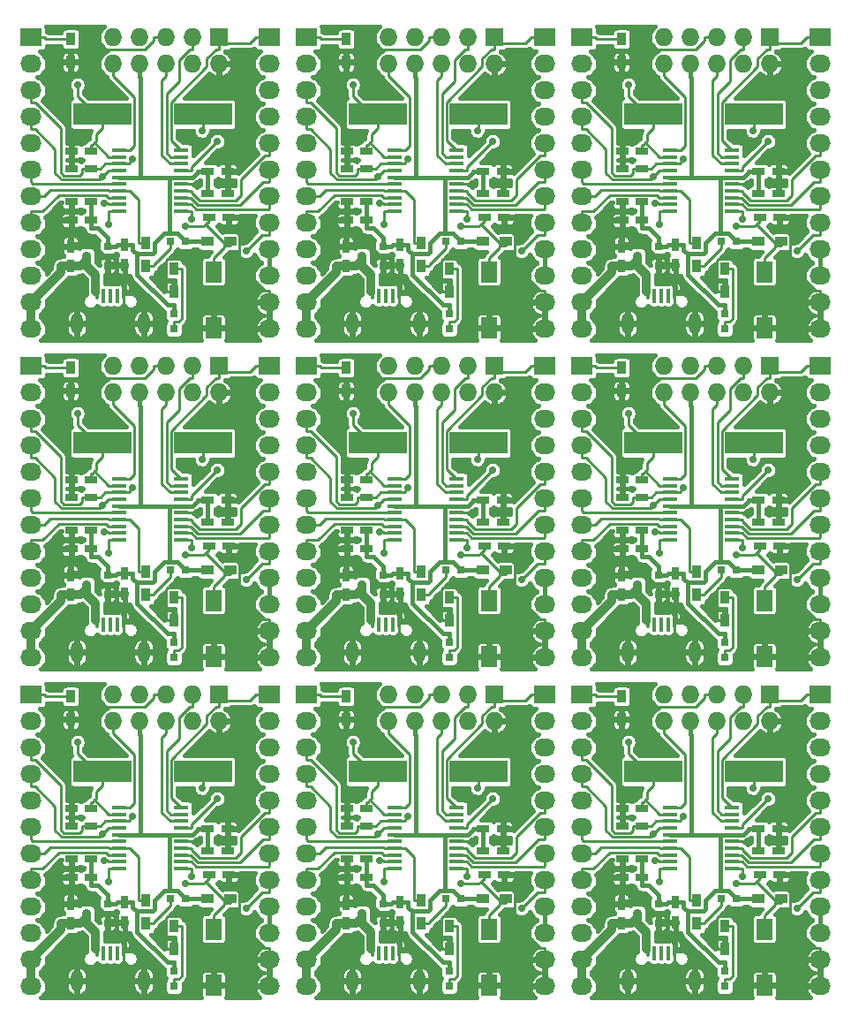
<source format=gtl>
G04 #@! TF.FileFunction,Copper,L1,Top,Signal*
%FSLAX46Y46*%
G04 Gerber Fmt 4.6, Leading zero omitted, Abs format (unit mm)*
G04 Created by KiCad (PCBNEW 4.0.1-2.201512121406+6195~38~ubuntu15.10.1-stable) date Monday, December 14, 2015 PM10:15:37 HKT*
%MOMM*%
G01*
G04 APERTURE LIST*
%ADD10C,0.100000*%
%ADD11R,1.600000X2.000000*%
%ADD12R,5.600700X2.100580*%
%ADD13O,0.400000X1.350000*%
%ADD14R,0.400000X1.350000*%
%ADD15O,1.200000X2.000000*%
%ADD16R,0.800100X0.800100*%
%ADD17R,1.450000X0.450000*%
%ADD18R,0.900000X1.200000*%
%ADD19R,1.200000X0.900000*%
%ADD20R,1.727200X1.727200*%
%ADD21O,1.727200X1.727200*%
%ADD22R,2.032000X1.727200*%
%ADD23O,2.032000X1.727200*%
%ADD24R,0.797560X0.797560*%
%ADD25R,1.200000X0.750000*%
%ADD26R,0.750000X1.200000*%
%ADD27C,0.711200*%
%ADD28C,0.450000*%
%ADD29C,0.254000*%
%ADD30C,0.812800*%
%ADD31C,0.399800*%
%ADD32C,0.381000*%
G04 APERTURE END LIST*
D10*
D11*
X72136000Y1872000D03*
X72136000Y7272000D03*
D12*
X61445140Y22352000D03*
X71142860Y22352000D03*
D13*
X60930000Y5286000D03*
D14*
X61580000Y4961000D03*
X62230000Y4961000D03*
X62880000Y4961000D03*
D13*
X63530000Y5286000D03*
D15*
X59030000Y2286000D03*
X65430000Y2286000D03*
D16*
X61960760Y7813000D03*
X61960760Y9713000D03*
X59961780Y8763000D03*
D17*
X63090000Y18927000D03*
X63090000Y18277000D03*
X63090000Y17627000D03*
X63090000Y16977000D03*
X63090000Y16327000D03*
X63090000Y15677000D03*
X63090000Y15027000D03*
X63090000Y14377000D03*
X63090000Y13727000D03*
X63090000Y13077000D03*
X68990000Y13077000D03*
X68990000Y13727000D03*
X68990000Y14377000D03*
X68990000Y15027000D03*
X68990000Y15677000D03*
X68990000Y16327000D03*
X68990000Y16977000D03*
X68990000Y17627000D03*
X68990000Y18277000D03*
X68990000Y18927000D03*
D18*
X68326000Y7577000D03*
X68326000Y5377000D03*
D19*
X71544000Y10160000D03*
X73744000Y10160000D03*
D18*
X58420000Y29548000D03*
X58420000Y27348000D03*
X65659000Y7790000D03*
X65659000Y9990000D03*
D20*
X72644000Y29718000D03*
D21*
X72644000Y27178000D03*
X70104000Y29718000D03*
X70104000Y27178000D03*
X67564000Y29718000D03*
X67564000Y27178000D03*
X65024000Y29718000D03*
X65024000Y27178000D03*
X62484000Y29718000D03*
X62484000Y27178000D03*
D22*
X77470000Y29718000D03*
D23*
X77470000Y27178000D03*
X77470000Y24638000D03*
X77470000Y22098000D03*
X77470000Y19558000D03*
X77470000Y17018000D03*
X77470000Y14478000D03*
X77470000Y11938000D03*
X77470000Y9398000D03*
X77470000Y6858000D03*
X77470000Y4318000D03*
X77470000Y1778000D03*
D22*
X54610000Y29718000D03*
D23*
X54610000Y27178000D03*
X54610000Y24638000D03*
X54610000Y22098000D03*
X54610000Y19558000D03*
X54610000Y17018000D03*
X54610000Y14478000D03*
X54610000Y11938000D03*
X54610000Y9398000D03*
X54610000Y6858000D03*
X54610000Y4318000D03*
X54610000Y1778000D03*
D24*
X68326000Y3289300D03*
X68326000Y1790700D03*
X69456300Y10160000D03*
X67957700Y10160000D03*
D25*
X71694000Y12446000D03*
X73594000Y12446000D03*
D26*
X63627000Y9840000D03*
X63627000Y7940000D03*
D25*
X60386000Y17145000D03*
X58486000Y17145000D03*
X60386000Y18796000D03*
X58486000Y18796000D03*
D26*
X58420000Y7813000D03*
X58420000Y9713000D03*
D25*
X60386000Y13970000D03*
X58486000Y13970000D03*
X60386000Y12192000D03*
X58486000Y12192000D03*
X71567000Y14732000D03*
X73467000Y14732000D03*
X71567000Y16891000D03*
X73467000Y16891000D03*
D11*
X72136000Y33368000D03*
X72136000Y38768000D03*
D12*
X61445140Y53848000D03*
X71142860Y53848000D03*
D13*
X60930000Y36782000D03*
D14*
X61580000Y36457000D03*
X62230000Y36457000D03*
X62880000Y36457000D03*
D13*
X63530000Y36782000D03*
D15*
X59030000Y33782000D03*
X65430000Y33782000D03*
D16*
X61960760Y39309000D03*
X61960760Y41209000D03*
X59961780Y40259000D03*
D17*
X63090000Y50423000D03*
X63090000Y49773000D03*
X63090000Y49123000D03*
X63090000Y48473000D03*
X63090000Y47823000D03*
X63090000Y47173000D03*
X63090000Y46523000D03*
X63090000Y45873000D03*
X63090000Y45223000D03*
X63090000Y44573000D03*
X68990000Y44573000D03*
X68990000Y45223000D03*
X68990000Y45873000D03*
X68990000Y46523000D03*
X68990000Y47173000D03*
X68990000Y47823000D03*
X68990000Y48473000D03*
X68990000Y49123000D03*
X68990000Y49773000D03*
X68990000Y50423000D03*
D18*
X68326000Y39073000D03*
X68326000Y36873000D03*
D19*
X71544000Y41656000D03*
X73744000Y41656000D03*
D18*
X58420000Y61044000D03*
X58420000Y58844000D03*
X65659000Y39286000D03*
X65659000Y41486000D03*
D20*
X72644000Y61214000D03*
D21*
X72644000Y58674000D03*
X70104000Y61214000D03*
X70104000Y58674000D03*
X67564000Y61214000D03*
X67564000Y58674000D03*
X65024000Y61214000D03*
X65024000Y58674000D03*
X62484000Y61214000D03*
X62484000Y58674000D03*
D22*
X77470000Y61214000D03*
D23*
X77470000Y58674000D03*
X77470000Y56134000D03*
X77470000Y53594000D03*
X77470000Y51054000D03*
X77470000Y48514000D03*
X77470000Y45974000D03*
X77470000Y43434000D03*
X77470000Y40894000D03*
X77470000Y38354000D03*
X77470000Y35814000D03*
X77470000Y33274000D03*
D22*
X54610000Y61214000D03*
D23*
X54610000Y58674000D03*
X54610000Y56134000D03*
X54610000Y53594000D03*
X54610000Y51054000D03*
X54610000Y48514000D03*
X54610000Y45974000D03*
X54610000Y43434000D03*
X54610000Y40894000D03*
X54610000Y38354000D03*
X54610000Y35814000D03*
X54610000Y33274000D03*
D24*
X68326000Y34785300D03*
X68326000Y33286700D03*
X69456300Y41656000D03*
X67957700Y41656000D03*
D25*
X71694000Y43942000D03*
X73594000Y43942000D03*
D26*
X63627000Y41336000D03*
X63627000Y39436000D03*
D25*
X60386000Y48641000D03*
X58486000Y48641000D03*
X60386000Y50292000D03*
X58486000Y50292000D03*
D26*
X58420000Y39309000D03*
X58420000Y41209000D03*
D25*
X60386000Y45466000D03*
X58486000Y45466000D03*
X60386000Y43688000D03*
X58486000Y43688000D03*
X71567000Y46228000D03*
X73467000Y46228000D03*
X71567000Y48387000D03*
X73467000Y48387000D03*
D11*
X72136000Y64864000D03*
X72136000Y70264000D03*
D12*
X61445140Y85344000D03*
X71142860Y85344000D03*
D13*
X60930000Y68278000D03*
D14*
X61580000Y67953000D03*
X62230000Y67953000D03*
X62880000Y67953000D03*
D13*
X63530000Y68278000D03*
D15*
X59030000Y65278000D03*
X65430000Y65278000D03*
D16*
X61960760Y70805000D03*
X61960760Y72705000D03*
X59961780Y71755000D03*
D17*
X63090000Y81919000D03*
X63090000Y81269000D03*
X63090000Y80619000D03*
X63090000Y79969000D03*
X63090000Y79319000D03*
X63090000Y78669000D03*
X63090000Y78019000D03*
X63090000Y77369000D03*
X63090000Y76719000D03*
X63090000Y76069000D03*
X68990000Y76069000D03*
X68990000Y76719000D03*
X68990000Y77369000D03*
X68990000Y78019000D03*
X68990000Y78669000D03*
X68990000Y79319000D03*
X68990000Y79969000D03*
X68990000Y80619000D03*
X68990000Y81269000D03*
X68990000Y81919000D03*
D18*
X68326000Y70569000D03*
X68326000Y68369000D03*
D19*
X71544000Y73152000D03*
X73744000Y73152000D03*
D18*
X58420000Y92540000D03*
X58420000Y90340000D03*
X65659000Y70782000D03*
X65659000Y72982000D03*
D20*
X72644000Y92710000D03*
D21*
X72644000Y90170000D03*
X70104000Y92710000D03*
X70104000Y90170000D03*
X67564000Y92710000D03*
X67564000Y90170000D03*
X65024000Y92710000D03*
X65024000Y90170000D03*
X62484000Y92710000D03*
X62484000Y90170000D03*
D22*
X77470000Y92710000D03*
D23*
X77470000Y90170000D03*
X77470000Y87630000D03*
X77470000Y85090000D03*
X77470000Y82550000D03*
X77470000Y80010000D03*
X77470000Y77470000D03*
X77470000Y74930000D03*
X77470000Y72390000D03*
X77470000Y69850000D03*
X77470000Y67310000D03*
X77470000Y64770000D03*
D22*
X54610000Y92710000D03*
D23*
X54610000Y90170000D03*
X54610000Y87630000D03*
X54610000Y85090000D03*
X54610000Y82550000D03*
X54610000Y80010000D03*
X54610000Y77470000D03*
X54610000Y74930000D03*
X54610000Y72390000D03*
X54610000Y69850000D03*
X54610000Y67310000D03*
X54610000Y64770000D03*
D24*
X68326000Y66281300D03*
X68326000Y64782700D03*
X69456300Y73152000D03*
X67957700Y73152000D03*
D25*
X71694000Y75438000D03*
X73594000Y75438000D03*
D26*
X63627000Y72832000D03*
X63627000Y70932000D03*
D25*
X60386000Y80137000D03*
X58486000Y80137000D03*
X60386000Y81788000D03*
X58486000Y81788000D03*
D26*
X58420000Y70805000D03*
X58420000Y72705000D03*
D25*
X60386000Y76962000D03*
X58486000Y76962000D03*
X60386000Y75184000D03*
X58486000Y75184000D03*
X71567000Y77724000D03*
X73467000Y77724000D03*
X71567000Y79883000D03*
X73467000Y79883000D03*
D11*
X45720000Y1872000D03*
X45720000Y7272000D03*
D12*
X35029140Y22352000D03*
X44726860Y22352000D03*
D13*
X34514000Y5286000D03*
D14*
X35164000Y4961000D03*
X35814000Y4961000D03*
X36464000Y4961000D03*
D13*
X37114000Y5286000D03*
D15*
X32614000Y2286000D03*
X39014000Y2286000D03*
D16*
X35544760Y7813000D03*
X35544760Y9713000D03*
X33545780Y8763000D03*
D17*
X36674000Y18927000D03*
X36674000Y18277000D03*
X36674000Y17627000D03*
X36674000Y16977000D03*
X36674000Y16327000D03*
X36674000Y15677000D03*
X36674000Y15027000D03*
X36674000Y14377000D03*
X36674000Y13727000D03*
X36674000Y13077000D03*
X42574000Y13077000D03*
X42574000Y13727000D03*
X42574000Y14377000D03*
X42574000Y15027000D03*
X42574000Y15677000D03*
X42574000Y16327000D03*
X42574000Y16977000D03*
X42574000Y17627000D03*
X42574000Y18277000D03*
X42574000Y18927000D03*
D18*
X41910000Y7577000D03*
X41910000Y5377000D03*
D19*
X45128000Y10160000D03*
X47328000Y10160000D03*
D18*
X32004000Y29548000D03*
X32004000Y27348000D03*
X39243000Y7790000D03*
X39243000Y9990000D03*
D20*
X46228000Y29718000D03*
D21*
X46228000Y27178000D03*
X43688000Y29718000D03*
X43688000Y27178000D03*
X41148000Y29718000D03*
X41148000Y27178000D03*
X38608000Y29718000D03*
X38608000Y27178000D03*
X36068000Y29718000D03*
X36068000Y27178000D03*
D22*
X51054000Y29718000D03*
D23*
X51054000Y27178000D03*
X51054000Y24638000D03*
X51054000Y22098000D03*
X51054000Y19558000D03*
X51054000Y17018000D03*
X51054000Y14478000D03*
X51054000Y11938000D03*
X51054000Y9398000D03*
X51054000Y6858000D03*
X51054000Y4318000D03*
X51054000Y1778000D03*
D22*
X28194000Y29718000D03*
D23*
X28194000Y27178000D03*
X28194000Y24638000D03*
X28194000Y22098000D03*
X28194000Y19558000D03*
X28194000Y17018000D03*
X28194000Y14478000D03*
X28194000Y11938000D03*
X28194000Y9398000D03*
X28194000Y6858000D03*
X28194000Y4318000D03*
X28194000Y1778000D03*
D24*
X41910000Y3289300D03*
X41910000Y1790700D03*
X43040300Y10160000D03*
X41541700Y10160000D03*
D25*
X45278000Y12446000D03*
X47178000Y12446000D03*
D26*
X37211000Y9840000D03*
X37211000Y7940000D03*
D25*
X33970000Y17145000D03*
X32070000Y17145000D03*
X33970000Y18796000D03*
X32070000Y18796000D03*
D26*
X32004000Y7813000D03*
X32004000Y9713000D03*
D25*
X33970000Y13970000D03*
X32070000Y13970000D03*
X33970000Y12192000D03*
X32070000Y12192000D03*
X45151000Y14732000D03*
X47051000Y14732000D03*
X45151000Y16891000D03*
X47051000Y16891000D03*
D11*
X45720000Y33368000D03*
X45720000Y38768000D03*
D12*
X35029140Y53848000D03*
X44726860Y53848000D03*
D13*
X34514000Y36782000D03*
D14*
X35164000Y36457000D03*
X35814000Y36457000D03*
X36464000Y36457000D03*
D13*
X37114000Y36782000D03*
D15*
X32614000Y33782000D03*
X39014000Y33782000D03*
D16*
X35544760Y39309000D03*
X35544760Y41209000D03*
X33545780Y40259000D03*
D17*
X36674000Y50423000D03*
X36674000Y49773000D03*
X36674000Y49123000D03*
X36674000Y48473000D03*
X36674000Y47823000D03*
X36674000Y47173000D03*
X36674000Y46523000D03*
X36674000Y45873000D03*
X36674000Y45223000D03*
X36674000Y44573000D03*
X42574000Y44573000D03*
X42574000Y45223000D03*
X42574000Y45873000D03*
X42574000Y46523000D03*
X42574000Y47173000D03*
X42574000Y47823000D03*
X42574000Y48473000D03*
X42574000Y49123000D03*
X42574000Y49773000D03*
X42574000Y50423000D03*
D18*
X41910000Y39073000D03*
X41910000Y36873000D03*
D19*
X45128000Y41656000D03*
X47328000Y41656000D03*
D18*
X32004000Y61044000D03*
X32004000Y58844000D03*
X39243000Y39286000D03*
X39243000Y41486000D03*
D20*
X46228000Y61214000D03*
D21*
X46228000Y58674000D03*
X43688000Y61214000D03*
X43688000Y58674000D03*
X41148000Y61214000D03*
X41148000Y58674000D03*
X38608000Y61214000D03*
X38608000Y58674000D03*
X36068000Y61214000D03*
X36068000Y58674000D03*
D22*
X51054000Y61214000D03*
D23*
X51054000Y58674000D03*
X51054000Y56134000D03*
X51054000Y53594000D03*
X51054000Y51054000D03*
X51054000Y48514000D03*
X51054000Y45974000D03*
X51054000Y43434000D03*
X51054000Y40894000D03*
X51054000Y38354000D03*
X51054000Y35814000D03*
X51054000Y33274000D03*
D22*
X28194000Y61214000D03*
D23*
X28194000Y58674000D03*
X28194000Y56134000D03*
X28194000Y53594000D03*
X28194000Y51054000D03*
X28194000Y48514000D03*
X28194000Y45974000D03*
X28194000Y43434000D03*
X28194000Y40894000D03*
X28194000Y38354000D03*
X28194000Y35814000D03*
X28194000Y33274000D03*
D24*
X41910000Y34785300D03*
X41910000Y33286700D03*
X43040300Y41656000D03*
X41541700Y41656000D03*
D25*
X45278000Y43942000D03*
X47178000Y43942000D03*
D26*
X37211000Y41336000D03*
X37211000Y39436000D03*
D25*
X33970000Y48641000D03*
X32070000Y48641000D03*
X33970000Y50292000D03*
X32070000Y50292000D03*
D26*
X32004000Y39309000D03*
X32004000Y41209000D03*
D25*
X33970000Y45466000D03*
X32070000Y45466000D03*
X33970000Y43688000D03*
X32070000Y43688000D03*
X45151000Y46228000D03*
X47051000Y46228000D03*
X45151000Y48387000D03*
X47051000Y48387000D03*
D11*
X45720000Y64864000D03*
X45720000Y70264000D03*
D12*
X35029140Y85344000D03*
X44726860Y85344000D03*
D13*
X34514000Y68278000D03*
D14*
X35164000Y67953000D03*
X35814000Y67953000D03*
X36464000Y67953000D03*
D13*
X37114000Y68278000D03*
D15*
X32614000Y65278000D03*
X39014000Y65278000D03*
D16*
X35544760Y70805000D03*
X35544760Y72705000D03*
X33545780Y71755000D03*
D17*
X36674000Y81919000D03*
X36674000Y81269000D03*
X36674000Y80619000D03*
X36674000Y79969000D03*
X36674000Y79319000D03*
X36674000Y78669000D03*
X36674000Y78019000D03*
X36674000Y77369000D03*
X36674000Y76719000D03*
X36674000Y76069000D03*
X42574000Y76069000D03*
X42574000Y76719000D03*
X42574000Y77369000D03*
X42574000Y78019000D03*
X42574000Y78669000D03*
X42574000Y79319000D03*
X42574000Y79969000D03*
X42574000Y80619000D03*
X42574000Y81269000D03*
X42574000Y81919000D03*
D18*
X41910000Y70569000D03*
X41910000Y68369000D03*
D19*
X45128000Y73152000D03*
X47328000Y73152000D03*
D18*
X32004000Y92540000D03*
X32004000Y90340000D03*
X39243000Y70782000D03*
X39243000Y72982000D03*
D20*
X46228000Y92710000D03*
D21*
X46228000Y90170000D03*
X43688000Y92710000D03*
X43688000Y90170000D03*
X41148000Y92710000D03*
X41148000Y90170000D03*
X38608000Y92710000D03*
X38608000Y90170000D03*
X36068000Y92710000D03*
X36068000Y90170000D03*
D22*
X51054000Y92710000D03*
D23*
X51054000Y90170000D03*
X51054000Y87630000D03*
X51054000Y85090000D03*
X51054000Y82550000D03*
X51054000Y80010000D03*
X51054000Y77470000D03*
X51054000Y74930000D03*
X51054000Y72390000D03*
X51054000Y69850000D03*
X51054000Y67310000D03*
X51054000Y64770000D03*
D22*
X28194000Y92710000D03*
D23*
X28194000Y90170000D03*
X28194000Y87630000D03*
X28194000Y85090000D03*
X28194000Y82550000D03*
X28194000Y80010000D03*
X28194000Y77470000D03*
X28194000Y74930000D03*
X28194000Y72390000D03*
X28194000Y69850000D03*
X28194000Y67310000D03*
X28194000Y64770000D03*
D24*
X41910000Y66281300D03*
X41910000Y64782700D03*
X43040300Y73152000D03*
X41541700Y73152000D03*
D25*
X45278000Y75438000D03*
X47178000Y75438000D03*
D26*
X37211000Y72832000D03*
X37211000Y70932000D03*
D25*
X33970000Y80137000D03*
X32070000Y80137000D03*
X33970000Y81788000D03*
X32070000Y81788000D03*
D26*
X32004000Y70805000D03*
X32004000Y72705000D03*
D25*
X33970000Y76962000D03*
X32070000Y76962000D03*
X33970000Y75184000D03*
X32070000Y75184000D03*
X45151000Y77724000D03*
X47051000Y77724000D03*
X45151000Y79883000D03*
X47051000Y79883000D03*
D11*
X19304000Y1872000D03*
X19304000Y7272000D03*
D12*
X8613140Y22352000D03*
X18310860Y22352000D03*
D13*
X8098000Y5286000D03*
D14*
X8748000Y4961000D03*
X9398000Y4961000D03*
X10048000Y4961000D03*
D13*
X10698000Y5286000D03*
D15*
X6198000Y2286000D03*
X12598000Y2286000D03*
D16*
X9128760Y7813000D03*
X9128760Y9713000D03*
X7129780Y8763000D03*
D17*
X10258000Y18927000D03*
X10258000Y18277000D03*
X10258000Y17627000D03*
X10258000Y16977000D03*
X10258000Y16327000D03*
X10258000Y15677000D03*
X10258000Y15027000D03*
X10258000Y14377000D03*
X10258000Y13727000D03*
X10258000Y13077000D03*
X16158000Y13077000D03*
X16158000Y13727000D03*
X16158000Y14377000D03*
X16158000Y15027000D03*
X16158000Y15677000D03*
X16158000Y16327000D03*
X16158000Y16977000D03*
X16158000Y17627000D03*
X16158000Y18277000D03*
X16158000Y18927000D03*
D18*
X15494000Y7577000D03*
X15494000Y5377000D03*
D19*
X18712000Y10160000D03*
X20912000Y10160000D03*
D18*
X5588000Y29548000D03*
X5588000Y27348000D03*
X12827000Y7790000D03*
X12827000Y9990000D03*
D20*
X19812000Y29718000D03*
D21*
X19812000Y27178000D03*
X17272000Y29718000D03*
X17272000Y27178000D03*
X14732000Y29718000D03*
X14732000Y27178000D03*
X12192000Y29718000D03*
X12192000Y27178000D03*
X9652000Y29718000D03*
X9652000Y27178000D03*
D22*
X24638000Y29718000D03*
D23*
X24638000Y27178000D03*
X24638000Y24638000D03*
X24638000Y22098000D03*
X24638000Y19558000D03*
X24638000Y17018000D03*
X24638000Y14478000D03*
X24638000Y11938000D03*
X24638000Y9398000D03*
X24638000Y6858000D03*
X24638000Y4318000D03*
X24638000Y1778000D03*
D22*
X1778000Y29718000D03*
D23*
X1778000Y27178000D03*
X1778000Y24638000D03*
X1778000Y22098000D03*
X1778000Y19558000D03*
X1778000Y17018000D03*
X1778000Y14478000D03*
X1778000Y11938000D03*
X1778000Y9398000D03*
X1778000Y6858000D03*
X1778000Y4318000D03*
X1778000Y1778000D03*
D24*
X15494000Y3289300D03*
X15494000Y1790700D03*
X16624300Y10160000D03*
X15125700Y10160000D03*
D25*
X18862000Y12446000D03*
X20762000Y12446000D03*
D26*
X10795000Y9840000D03*
X10795000Y7940000D03*
D25*
X7554000Y17145000D03*
X5654000Y17145000D03*
X7554000Y18796000D03*
X5654000Y18796000D03*
D26*
X5588000Y7813000D03*
X5588000Y9713000D03*
D25*
X7554000Y13970000D03*
X5654000Y13970000D03*
X7554000Y12192000D03*
X5654000Y12192000D03*
X18735000Y14732000D03*
X20635000Y14732000D03*
X18735000Y16891000D03*
X20635000Y16891000D03*
D11*
X19304000Y33368000D03*
X19304000Y38768000D03*
D12*
X8613140Y53848000D03*
X18310860Y53848000D03*
D13*
X8098000Y36782000D03*
D14*
X8748000Y36457000D03*
X9398000Y36457000D03*
X10048000Y36457000D03*
D13*
X10698000Y36782000D03*
D15*
X6198000Y33782000D03*
X12598000Y33782000D03*
D16*
X9128760Y39309000D03*
X9128760Y41209000D03*
X7129780Y40259000D03*
D17*
X10258000Y50423000D03*
X10258000Y49773000D03*
X10258000Y49123000D03*
X10258000Y48473000D03*
X10258000Y47823000D03*
X10258000Y47173000D03*
X10258000Y46523000D03*
X10258000Y45873000D03*
X10258000Y45223000D03*
X10258000Y44573000D03*
X16158000Y44573000D03*
X16158000Y45223000D03*
X16158000Y45873000D03*
X16158000Y46523000D03*
X16158000Y47173000D03*
X16158000Y47823000D03*
X16158000Y48473000D03*
X16158000Y49123000D03*
X16158000Y49773000D03*
X16158000Y50423000D03*
D18*
X15494000Y39073000D03*
X15494000Y36873000D03*
D19*
X18712000Y41656000D03*
X20912000Y41656000D03*
D18*
X5588000Y61044000D03*
X5588000Y58844000D03*
X12827000Y39286000D03*
X12827000Y41486000D03*
D20*
X19812000Y61214000D03*
D21*
X19812000Y58674000D03*
X17272000Y61214000D03*
X17272000Y58674000D03*
X14732000Y61214000D03*
X14732000Y58674000D03*
X12192000Y61214000D03*
X12192000Y58674000D03*
X9652000Y61214000D03*
X9652000Y58674000D03*
D22*
X24638000Y61214000D03*
D23*
X24638000Y58674000D03*
X24638000Y56134000D03*
X24638000Y53594000D03*
X24638000Y51054000D03*
X24638000Y48514000D03*
X24638000Y45974000D03*
X24638000Y43434000D03*
X24638000Y40894000D03*
X24638000Y38354000D03*
X24638000Y35814000D03*
X24638000Y33274000D03*
D22*
X1778000Y61214000D03*
D23*
X1778000Y58674000D03*
X1778000Y56134000D03*
X1778000Y53594000D03*
X1778000Y51054000D03*
X1778000Y48514000D03*
X1778000Y45974000D03*
X1778000Y43434000D03*
X1778000Y40894000D03*
X1778000Y38354000D03*
X1778000Y35814000D03*
X1778000Y33274000D03*
D24*
X15494000Y34785300D03*
X15494000Y33286700D03*
X16624300Y41656000D03*
X15125700Y41656000D03*
D25*
X18862000Y43942000D03*
X20762000Y43942000D03*
D26*
X10795000Y41336000D03*
X10795000Y39436000D03*
D25*
X7554000Y48641000D03*
X5654000Y48641000D03*
X7554000Y50292000D03*
X5654000Y50292000D03*
D26*
X5588000Y39309000D03*
X5588000Y41209000D03*
D25*
X7554000Y45466000D03*
X5654000Y45466000D03*
X7554000Y43688000D03*
X5654000Y43688000D03*
X18735000Y46228000D03*
X20635000Y46228000D03*
X18735000Y48387000D03*
X20635000Y48387000D03*
X18735000Y79883000D03*
X20635000Y79883000D03*
X18735000Y77724000D03*
X20635000Y77724000D03*
X7554000Y75184000D03*
X5654000Y75184000D03*
X7554000Y76962000D03*
X5654000Y76962000D03*
D26*
X5588000Y70805000D03*
X5588000Y72705000D03*
D25*
X7554000Y81788000D03*
X5654000Y81788000D03*
X7554000Y80137000D03*
X5654000Y80137000D03*
D26*
X10795000Y72832000D03*
X10795000Y70932000D03*
D25*
X18862000Y75438000D03*
X20762000Y75438000D03*
D24*
X16624300Y73152000D03*
X15125700Y73152000D03*
X15494000Y66281300D03*
X15494000Y64782700D03*
D22*
X1778000Y92710000D03*
D23*
X1778000Y90170000D03*
X1778000Y87630000D03*
X1778000Y85090000D03*
X1778000Y82550000D03*
X1778000Y80010000D03*
X1778000Y77470000D03*
X1778000Y74930000D03*
X1778000Y72390000D03*
X1778000Y69850000D03*
X1778000Y67310000D03*
X1778000Y64770000D03*
D22*
X24638000Y92710000D03*
D23*
X24638000Y90170000D03*
X24638000Y87630000D03*
X24638000Y85090000D03*
X24638000Y82550000D03*
X24638000Y80010000D03*
X24638000Y77470000D03*
X24638000Y74930000D03*
X24638000Y72390000D03*
X24638000Y69850000D03*
X24638000Y67310000D03*
X24638000Y64770000D03*
D20*
X19812000Y92710000D03*
D21*
X19812000Y90170000D03*
X17272000Y92710000D03*
X17272000Y90170000D03*
X14732000Y92710000D03*
X14732000Y90170000D03*
X12192000Y92710000D03*
X12192000Y90170000D03*
X9652000Y92710000D03*
X9652000Y90170000D03*
D18*
X12827000Y70782000D03*
X12827000Y72982000D03*
X5588000Y92540000D03*
X5588000Y90340000D03*
D19*
X18712000Y73152000D03*
X20912000Y73152000D03*
D18*
X15494000Y70569000D03*
X15494000Y68369000D03*
D17*
X10258000Y81919000D03*
X10258000Y81269000D03*
X10258000Y80619000D03*
X10258000Y79969000D03*
X10258000Y79319000D03*
X10258000Y78669000D03*
X10258000Y78019000D03*
X10258000Y77369000D03*
X10258000Y76719000D03*
X10258000Y76069000D03*
X16158000Y76069000D03*
X16158000Y76719000D03*
X16158000Y77369000D03*
X16158000Y78019000D03*
X16158000Y78669000D03*
X16158000Y79319000D03*
X16158000Y79969000D03*
X16158000Y80619000D03*
X16158000Y81269000D03*
X16158000Y81919000D03*
D16*
X9128760Y70805000D03*
X9128760Y72705000D03*
X7129780Y71755000D03*
D13*
X8098000Y68278000D03*
D14*
X8748000Y67953000D03*
X9398000Y67953000D03*
X10048000Y67953000D03*
D13*
X10698000Y68278000D03*
D15*
X6198000Y65278000D03*
X12598000Y65278000D03*
D12*
X8613140Y85344000D03*
X18310860Y85344000D03*
D11*
X19304000Y64864000D03*
X19304000Y70264000D03*
D27*
X70519200Y15670400D03*
X73467000Y15760100D03*
X70519200Y47166400D03*
X73467000Y47256100D03*
X70519200Y78662400D03*
X73467000Y78752100D03*
X44103200Y15670400D03*
X47051000Y15760100D03*
X44103200Y47166400D03*
X47051000Y47256100D03*
X44103200Y78662400D03*
X47051000Y78752100D03*
X17687200Y15670400D03*
X20635000Y15760100D03*
X17687200Y47166400D03*
X20635000Y47256100D03*
X20635000Y78752100D03*
X17687200Y78662400D03*
X59082500Y25178400D03*
X59082500Y56674400D03*
X59082500Y88170400D03*
X32666500Y25178400D03*
X32666500Y56674400D03*
X32666500Y88170400D03*
X6250500Y25178400D03*
X6250500Y56674400D03*
X6250500Y88170400D03*
X64339200Y18084000D03*
X71012500Y20786000D03*
X64339200Y49580000D03*
X71012500Y52282000D03*
X64339200Y81076000D03*
X71012500Y83778000D03*
X37923200Y18084000D03*
X44596500Y20786000D03*
X37923200Y49580000D03*
X44596500Y52282000D03*
X37923200Y81076000D03*
X44596500Y83778000D03*
X11507200Y18084000D03*
X18180500Y20786000D03*
X11507200Y49580000D03*
X18180500Y52282000D03*
X18180500Y83778000D03*
X11507200Y81076000D03*
X61509300Y16411000D03*
X69447100Y11626300D03*
X61509300Y47907000D03*
X69447100Y43122300D03*
X61509300Y79403000D03*
X69447100Y74618300D03*
X35093300Y16411000D03*
X43031100Y11626300D03*
X35093300Y47907000D03*
X43031100Y43122300D03*
X35093300Y79403000D03*
X43031100Y74618300D03*
X8677300Y16411000D03*
X16615100Y11626300D03*
X8677300Y47907000D03*
X16615100Y43122300D03*
X16615100Y74618300D03*
X8677300Y79403000D03*
X61675500Y13798200D03*
X61675500Y45294200D03*
X61675500Y76790200D03*
X35259500Y13798200D03*
X35259500Y45294200D03*
X35259500Y76790200D03*
X8843500Y13798200D03*
X8843500Y45294200D03*
X8843500Y76790200D03*
X62024000Y11838400D03*
X62024000Y43334400D03*
X62024000Y74830400D03*
X35608000Y11838400D03*
X35608000Y43334400D03*
X35608000Y74830400D03*
X9192000Y11838400D03*
X9192000Y43334400D03*
X9192000Y74830400D03*
X72473200Y19752500D03*
X72473200Y51248500D03*
X72473200Y82744500D03*
X46057200Y19752500D03*
X46057200Y51248500D03*
X46057200Y82744500D03*
X19641200Y19752500D03*
X19641200Y51248500D03*
X19641200Y82744500D03*
X75259200Y9241100D03*
X69994700Y12343600D03*
X75259200Y40737100D03*
X69994700Y43839600D03*
X75259200Y72233100D03*
X69994700Y75335600D03*
X48843200Y9241100D03*
X43578700Y12343600D03*
X48843200Y40737100D03*
X43578700Y43839600D03*
X48843200Y72233100D03*
X43578700Y75335600D03*
X22427200Y9241100D03*
X17162700Y12343600D03*
X22427200Y40737100D03*
X17162700Y43839600D03*
X17162700Y75335600D03*
X22427200Y72233100D03*
D28*
X60386000Y12192000D02*
X60386000Y11439300D01*
X61960800Y9713000D02*
X61960800Y10490800D01*
X61960800Y10490800D02*
X61012300Y11439300D01*
X61012300Y11439300D02*
X60386000Y11439300D01*
X62874300Y9840000D02*
X62747300Y9713000D01*
X62747300Y9713000D02*
X61960800Y9713000D01*
X63627000Y9840000D02*
X62874300Y9840000D01*
X65088300Y16327000D02*
X64192700Y16327000D01*
X65024000Y25936700D02*
X65088300Y25872400D01*
X65088300Y25872400D02*
X65088300Y16327000D01*
X65088300Y16327000D02*
X67887300Y16327000D01*
X67887300Y10936600D02*
X68679700Y10936600D01*
X68679700Y10936600D02*
X69456300Y10160000D01*
X64793400Y8972300D02*
X66280100Y8972300D01*
X66280100Y8972300D02*
X66486800Y9179000D01*
X66486800Y9179000D02*
X66486800Y10057900D01*
X66486800Y10057900D02*
X67365500Y10936600D01*
X67365500Y10936600D02*
X67887300Y10936600D01*
X67887300Y16327000D02*
X67887300Y10936600D01*
X68990000Y16327000D02*
X67887300Y16327000D01*
X69541400Y16327000D02*
X68990000Y16327000D01*
X69541400Y16327000D02*
X70092700Y16327000D01*
X64793400Y8972300D02*
X64793400Y7016000D01*
X64793400Y7016000D02*
X67743600Y4065800D01*
X67743600Y4065800D02*
X68326000Y4065800D01*
X64379700Y9840000D02*
X64379700Y9386000D01*
X64379700Y9386000D02*
X64793400Y8972300D01*
X65024000Y27178000D02*
X65024000Y25936700D01*
X63090000Y16327000D02*
X64192700Y16327000D01*
X71567000Y16891000D02*
X70589300Y16891000D01*
X71567000Y15484700D02*
X71567000Y16891000D01*
X70092700Y16327000D02*
X70589300Y16823600D01*
X70589300Y16823600D02*
X70589300Y16891000D01*
X68326000Y3289300D02*
X68326000Y4065800D01*
X63627000Y9840000D02*
X64379700Y9840000D01*
X69456300Y10160000D02*
X70566300Y10160000D01*
X77470000Y9398000D02*
X77470000Y6858000D01*
X71544000Y10160000D02*
X70566300Y10160000D01*
X71567000Y14732000D02*
X71567000Y15484700D01*
X60386000Y13970000D02*
X60386000Y12192000D01*
X60386000Y43688000D02*
X60386000Y42935300D01*
X61960800Y41209000D02*
X61960800Y41986800D01*
X61960800Y41986800D02*
X61012300Y42935300D01*
X61012300Y42935300D02*
X60386000Y42935300D01*
X62874300Y41336000D02*
X62747300Y41209000D01*
X62747300Y41209000D02*
X61960800Y41209000D01*
X63627000Y41336000D02*
X62874300Y41336000D01*
X65088300Y47823000D02*
X64192700Y47823000D01*
X65024000Y57432700D02*
X65088300Y57368400D01*
X65088300Y57368400D02*
X65088300Y47823000D01*
X65088300Y47823000D02*
X67887300Y47823000D01*
X67887300Y42432600D02*
X68679700Y42432600D01*
X68679700Y42432600D02*
X69456300Y41656000D01*
X64793400Y40468300D02*
X66280100Y40468300D01*
X66280100Y40468300D02*
X66486800Y40675000D01*
X66486800Y40675000D02*
X66486800Y41553900D01*
X66486800Y41553900D02*
X67365500Y42432600D01*
X67365500Y42432600D02*
X67887300Y42432600D01*
X67887300Y47823000D02*
X67887300Y42432600D01*
X68990000Y47823000D02*
X67887300Y47823000D01*
X69541400Y47823000D02*
X68990000Y47823000D01*
X69541400Y47823000D02*
X70092700Y47823000D01*
X64793400Y40468300D02*
X64793400Y38512000D01*
X64793400Y38512000D02*
X67743600Y35561800D01*
X67743600Y35561800D02*
X68326000Y35561800D01*
X64379700Y41336000D02*
X64379700Y40882000D01*
X64379700Y40882000D02*
X64793400Y40468300D01*
X65024000Y58674000D02*
X65024000Y57432700D01*
X63090000Y47823000D02*
X64192700Y47823000D01*
X71567000Y48387000D02*
X70589300Y48387000D01*
X71567000Y46980700D02*
X71567000Y48387000D01*
X70092700Y47823000D02*
X70589300Y48319600D01*
X70589300Y48319600D02*
X70589300Y48387000D01*
X68326000Y34785300D02*
X68326000Y35561800D01*
X63627000Y41336000D02*
X64379700Y41336000D01*
X69456300Y41656000D02*
X70566300Y41656000D01*
X77470000Y40894000D02*
X77470000Y38354000D01*
X71544000Y41656000D02*
X70566300Y41656000D01*
X71567000Y46228000D02*
X71567000Y46980700D01*
X60386000Y45466000D02*
X60386000Y43688000D01*
X60386000Y75184000D02*
X60386000Y74431300D01*
X61960800Y72705000D02*
X61960800Y73482800D01*
X61960800Y73482800D02*
X61012300Y74431300D01*
X61012300Y74431300D02*
X60386000Y74431300D01*
X62874300Y72832000D02*
X62747300Y72705000D01*
X62747300Y72705000D02*
X61960800Y72705000D01*
X63627000Y72832000D02*
X62874300Y72832000D01*
X65088300Y79319000D02*
X64192700Y79319000D01*
X65024000Y88928700D02*
X65088300Y88864400D01*
X65088300Y88864400D02*
X65088300Y79319000D01*
X65088300Y79319000D02*
X67887300Y79319000D01*
X67887300Y73928600D02*
X68679700Y73928600D01*
X68679700Y73928600D02*
X69456300Y73152000D01*
X64793400Y71964300D02*
X66280100Y71964300D01*
X66280100Y71964300D02*
X66486800Y72171000D01*
X66486800Y72171000D02*
X66486800Y73049900D01*
X66486800Y73049900D02*
X67365500Y73928600D01*
X67365500Y73928600D02*
X67887300Y73928600D01*
X67887300Y79319000D02*
X67887300Y73928600D01*
X68990000Y79319000D02*
X67887300Y79319000D01*
X69541400Y79319000D02*
X68990000Y79319000D01*
X69541400Y79319000D02*
X70092700Y79319000D01*
X64793400Y71964300D02*
X64793400Y70008000D01*
X64793400Y70008000D02*
X67743600Y67057800D01*
X67743600Y67057800D02*
X68326000Y67057800D01*
X64379700Y72832000D02*
X64379700Y72378000D01*
X64379700Y72378000D02*
X64793400Y71964300D01*
X65024000Y90170000D02*
X65024000Y88928700D01*
X63090000Y79319000D02*
X64192700Y79319000D01*
X71567000Y79883000D02*
X70589300Y79883000D01*
X71567000Y78476700D02*
X71567000Y79883000D01*
X70092700Y79319000D02*
X70589300Y79815600D01*
X70589300Y79815600D02*
X70589300Y79883000D01*
X68326000Y66281300D02*
X68326000Y67057800D01*
X63627000Y72832000D02*
X64379700Y72832000D01*
X69456300Y73152000D02*
X70566300Y73152000D01*
X77470000Y72390000D02*
X77470000Y69850000D01*
X71544000Y73152000D02*
X70566300Y73152000D01*
X71567000Y77724000D02*
X71567000Y78476700D01*
X60386000Y76962000D02*
X60386000Y75184000D01*
X33970000Y12192000D02*
X33970000Y11439300D01*
X35544800Y9713000D02*
X35544800Y10490800D01*
X35544800Y10490800D02*
X34596300Y11439300D01*
X34596300Y11439300D02*
X33970000Y11439300D01*
X36458300Y9840000D02*
X36331300Y9713000D01*
X36331300Y9713000D02*
X35544800Y9713000D01*
X37211000Y9840000D02*
X36458300Y9840000D01*
X38672300Y16327000D02*
X37776700Y16327000D01*
X38608000Y25936700D02*
X38672300Y25872400D01*
X38672300Y25872400D02*
X38672300Y16327000D01*
X38672300Y16327000D02*
X41471300Y16327000D01*
X41471300Y10936600D02*
X42263700Y10936600D01*
X42263700Y10936600D02*
X43040300Y10160000D01*
X38377400Y8972300D02*
X39864100Y8972300D01*
X39864100Y8972300D02*
X40070800Y9179000D01*
X40070800Y9179000D02*
X40070800Y10057900D01*
X40070800Y10057900D02*
X40949500Y10936600D01*
X40949500Y10936600D02*
X41471300Y10936600D01*
X41471300Y16327000D02*
X41471300Y10936600D01*
X42574000Y16327000D02*
X41471300Y16327000D01*
X43125400Y16327000D02*
X42574000Y16327000D01*
X43125400Y16327000D02*
X43676700Y16327000D01*
X38377400Y8972300D02*
X38377400Y7016000D01*
X38377400Y7016000D02*
X41327600Y4065800D01*
X41327600Y4065800D02*
X41910000Y4065800D01*
X37963700Y9840000D02*
X37963700Y9386000D01*
X37963700Y9386000D02*
X38377400Y8972300D01*
X38608000Y27178000D02*
X38608000Y25936700D01*
X36674000Y16327000D02*
X37776700Y16327000D01*
X45151000Y16891000D02*
X44173300Y16891000D01*
X45151000Y15484700D02*
X45151000Y16891000D01*
X43676700Y16327000D02*
X44173300Y16823600D01*
X44173300Y16823600D02*
X44173300Y16891000D01*
X41910000Y3289300D02*
X41910000Y4065800D01*
X37211000Y9840000D02*
X37963700Y9840000D01*
X43040300Y10160000D02*
X44150300Y10160000D01*
X51054000Y9398000D02*
X51054000Y6858000D01*
X45128000Y10160000D02*
X44150300Y10160000D01*
X45151000Y14732000D02*
X45151000Y15484700D01*
X33970000Y13970000D02*
X33970000Y12192000D01*
X33970000Y43688000D02*
X33970000Y42935300D01*
X35544800Y41209000D02*
X35544800Y41986800D01*
X35544800Y41986800D02*
X34596300Y42935300D01*
X34596300Y42935300D02*
X33970000Y42935300D01*
X36458300Y41336000D02*
X36331300Y41209000D01*
X36331300Y41209000D02*
X35544800Y41209000D01*
X37211000Y41336000D02*
X36458300Y41336000D01*
X38672300Y47823000D02*
X37776700Y47823000D01*
X38608000Y57432700D02*
X38672300Y57368400D01*
X38672300Y57368400D02*
X38672300Y47823000D01*
X38672300Y47823000D02*
X41471300Y47823000D01*
X41471300Y42432600D02*
X42263700Y42432600D01*
X42263700Y42432600D02*
X43040300Y41656000D01*
X38377400Y40468300D02*
X39864100Y40468300D01*
X39864100Y40468300D02*
X40070800Y40675000D01*
X40070800Y40675000D02*
X40070800Y41553900D01*
X40070800Y41553900D02*
X40949500Y42432600D01*
X40949500Y42432600D02*
X41471300Y42432600D01*
X41471300Y47823000D02*
X41471300Y42432600D01*
X42574000Y47823000D02*
X41471300Y47823000D01*
X43125400Y47823000D02*
X42574000Y47823000D01*
X43125400Y47823000D02*
X43676700Y47823000D01*
X38377400Y40468300D02*
X38377400Y38512000D01*
X38377400Y38512000D02*
X41327600Y35561800D01*
X41327600Y35561800D02*
X41910000Y35561800D01*
X37963700Y41336000D02*
X37963700Y40882000D01*
X37963700Y40882000D02*
X38377400Y40468300D01*
X38608000Y58674000D02*
X38608000Y57432700D01*
X36674000Y47823000D02*
X37776700Y47823000D01*
X45151000Y48387000D02*
X44173300Y48387000D01*
X45151000Y46980700D02*
X45151000Y48387000D01*
X43676700Y47823000D02*
X44173300Y48319600D01*
X44173300Y48319600D02*
X44173300Y48387000D01*
X41910000Y34785300D02*
X41910000Y35561800D01*
X37211000Y41336000D02*
X37963700Y41336000D01*
X43040300Y41656000D02*
X44150300Y41656000D01*
X51054000Y40894000D02*
X51054000Y38354000D01*
X45128000Y41656000D02*
X44150300Y41656000D01*
X45151000Y46228000D02*
X45151000Y46980700D01*
X33970000Y45466000D02*
X33970000Y43688000D01*
X33970000Y75184000D02*
X33970000Y74431300D01*
X35544800Y72705000D02*
X35544800Y73482800D01*
X35544800Y73482800D02*
X34596300Y74431300D01*
X34596300Y74431300D02*
X33970000Y74431300D01*
X36458300Y72832000D02*
X36331300Y72705000D01*
X36331300Y72705000D02*
X35544800Y72705000D01*
X37211000Y72832000D02*
X36458300Y72832000D01*
X38672300Y79319000D02*
X37776700Y79319000D01*
X38608000Y88928700D02*
X38672300Y88864400D01*
X38672300Y88864400D02*
X38672300Y79319000D01*
X38672300Y79319000D02*
X41471300Y79319000D01*
X41471300Y73928600D02*
X42263700Y73928600D01*
X42263700Y73928600D02*
X43040300Y73152000D01*
X38377400Y71964300D02*
X39864100Y71964300D01*
X39864100Y71964300D02*
X40070800Y72171000D01*
X40070800Y72171000D02*
X40070800Y73049900D01*
X40070800Y73049900D02*
X40949500Y73928600D01*
X40949500Y73928600D02*
X41471300Y73928600D01*
X41471300Y79319000D02*
X41471300Y73928600D01*
X42574000Y79319000D02*
X41471300Y79319000D01*
X43125400Y79319000D02*
X42574000Y79319000D01*
X43125400Y79319000D02*
X43676700Y79319000D01*
X38377400Y71964300D02*
X38377400Y70008000D01*
X38377400Y70008000D02*
X41327600Y67057800D01*
X41327600Y67057800D02*
X41910000Y67057800D01*
X37963700Y72832000D02*
X37963700Y72378000D01*
X37963700Y72378000D02*
X38377400Y71964300D01*
X38608000Y90170000D02*
X38608000Y88928700D01*
X36674000Y79319000D02*
X37776700Y79319000D01*
X45151000Y79883000D02*
X44173300Y79883000D01*
X45151000Y78476700D02*
X45151000Y79883000D01*
X43676700Y79319000D02*
X44173300Y79815600D01*
X44173300Y79815600D02*
X44173300Y79883000D01*
X41910000Y66281300D02*
X41910000Y67057800D01*
X37211000Y72832000D02*
X37963700Y72832000D01*
X43040300Y73152000D02*
X44150300Y73152000D01*
X51054000Y72390000D02*
X51054000Y69850000D01*
X45128000Y73152000D02*
X44150300Y73152000D01*
X45151000Y77724000D02*
X45151000Y78476700D01*
X33970000Y76962000D02*
X33970000Y75184000D01*
X7554000Y12192000D02*
X7554000Y11439300D01*
X9128800Y9713000D02*
X9128800Y10490800D01*
X9128800Y10490800D02*
X8180300Y11439300D01*
X8180300Y11439300D02*
X7554000Y11439300D01*
X10042300Y9840000D02*
X9915300Y9713000D01*
X9915300Y9713000D02*
X9128800Y9713000D01*
X10795000Y9840000D02*
X10042300Y9840000D01*
X12256300Y16327000D02*
X11360700Y16327000D01*
X12192000Y25936700D02*
X12256300Y25872400D01*
X12256300Y25872400D02*
X12256300Y16327000D01*
X12256300Y16327000D02*
X15055300Y16327000D01*
X15055300Y10936600D02*
X15847700Y10936600D01*
X15847700Y10936600D02*
X16624300Y10160000D01*
X11961400Y8972300D02*
X13448100Y8972300D01*
X13448100Y8972300D02*
X13654800Y9179000D01*
X13654800Y9179000D02*
X13654800Y10057900D01*
X13654800Y10057900D02*
X14533500Y10936600D01*
X14533500Y10936600D02*
X15055300Y10936600D01*
X15055300Y16327000D02*
X15055300Y10936600D01*
X16158000Y16327000D02*
X15055300Y16327000D01*
X16709400Y16327000D02*
X16158000Y16327000D01*
X16709400Y16327000D02*
X17260700Y16327000D01*
X11961400Y8972300D02*
X11961400Y7016000D01*
X11961400Y7016000D02*
X14911600Y4065800D01*
X14911600Y4065800D02*
X15494000Y4065800D01*
X11547700Y9840000D02*
X11547700Y9386000D01*
X11547700Y9386000D02*
X11961400Y8972300D01*
X12192000Y27178000D02*
X12192000Y25936700D01*
X10258000Y16327000D02*
X11360700Y16327000D01*
X18735000Y16891000D02*
X17757300Y16891000D01*
X18735000Y15484700D02*
X18735000Y16891000D01*
X17260700Y16327000D02*
X17757300Y16823600D01*
X17757300Y16823600D02*
X17757300Y16891000D01*
X15494000Y3289300D02*
X15494000Y4065800D01*
X10795000Y9840000D02*
X11547700Y9840000D01*
X16624300Y10160000D02*
X17734300Y10160000D01*
X24638000Y9398000D02*
X24638000Y6858000D01*
X18712000Y10160000D02*
X17734300Y10160000D01*
X18735000Y14732000D02*
X18735000Y15484700D01*
X7554000Y13970000D02*
X7554000Y12192000D01*
X7554000Y43688000D02*
X7554000Y42935300D01*
X9128800Y41209000D02*
X9128800Y41986800D01*
X9128800Y41986800D02*
X8180300Y42935300D01*
X8180300Y42935300D02*
X7554000Y42935300D01*
X10042300Y41336000D02*
X9915300Y41209000D01*
X9915300Y41209000D02*
X9128800Y41209000D01*
X10795000Y41336000D02*
X10042300Y41336000D01*
X12256300Y47823000D02*
X11360700Y47823000D01*
X12192000Y57432700D02*
X12256300Y57368400D01*
X12256300Y57368400D02*
X12256300Y47823000D01*
X12256300Y47823000D02*
X15055300Y47823000D01*
X15055300Y42432600D02*
X15847700Y42432600D01*
X15847700Y42432600D02*
X16624300Y41656000D01*
X11961400Y40468300D02*
X13448100Y40468300D01*
X13448100Y40468300D02*
X13654800Y40675000D01*
X13654800Y40675000D02*
X13654800Y41553900D01*
X13654800Y41553900D02*
X14533500Y42432600D01*
X14533500Y42432600D02*
X15055300Y42432600D01*
X15055300Y47823000D02*
X15055300Y42432600D01*
X16158000Y47823000D02*
X15055300Y47823000D01*
X16709400Y47823000D02*
X16158000Y47823000D01*
X16709400Y47823000D02*
X17260700Y47823000D01*
X11961400Y40468300D02*
X11961400Y38512000D01*
X11961400Y38512000D02*
X14911600Y35561800D01*
X14911600Y35561800D02*
X15494000Y35561800D01*
X11547700Y41336000D02*
X11547700Y40882000D01*
X11547700Y40882000D02*
X11961400Y40468300D01*
X12192000Y58674000D02*
X12192000Y57432700D01*
X10258000Y47823000D02*
X11360700Y47823000D01*
X18735000Y48387000D02*
X17757300Y48387000D01*
X18735000Y46980700D02*
X18735000Y48387000D01*
X17260700Y47823000D02*
X17757300Y48319600D01*
X17757300Y48319600D02*
X17757300Y48387000D01*
X15494000Y34785300D02*
X15494000Y35561800D01*
X10795000Y41336000D02*
X11547700Y41336000D01*
X16624300Y41656000D02*
X17734300Y41656000D01*
X24638000Y40894000D02*
X24638000Y38354000D01*
X18712000Y41656000D02*
X17734300Y41656000D01*
X18735000Y46228000D02*
X18735000Y46980700D01*
X7554000Y45466000D02*
X7554000Y43688000D01*
X7554000Y76962000D02*
X7554000Y75184000D01*
X18735000Y77724000D02*
X18735000Y78476700D01*
X18712000Y73152000D02*
X17734300Y73152000D01*
X24638000Y72390000D02*
X24638000Y69850000D01*
X16624300Y73152000D02*
X17734300Y73152000D01*
X10795000Y72832000D02*
X11547700Y72832000D01*
X15494000Y66281300D02*
X15494000Y67057800D01*
X17757300Y79815600D02*
X17757300Y79883000D01*
X17260700Y79319000D02*
X17757300Y79815600D01*
X18735000Y78476700D02*
X18735000Y79883000D01*
X18735000Y79883000D02*
X17757300Y79883000D01*
X10258000Y79319000D02*
X11360700Y79319000D01*
X12192000Y90170000D02*
X12192000Y88928700D01*
X11547700Y72378000D02*
X11961400Y71964300D01*
X11547700Y72832000D02*
X11547700Y72378000D01*
X14911600Y67057800D02*
X15494000Y67057800D01*
X11961400Y70008000D02*
X14911600Y67057800D01*
X11961400Y71964300D02*
X11961400Y70008000D01*
X16709400Y79319000D02*
X17260700Y79319000D01*
X16709400Y79319000D02*
X16158000Y79319000D01*
X16158000Y79319000D02*
X15055300Y79319000D01*
X15055300Y79319000D02*
X15055300Y73928600D01*
X14533500Y73928600D02*
X15055300Y73928600D01*
X13654800Y73049900D02*
X14533500Y73928600D01*
X13654800Y72171000D02*
X13654800Y73049900D01*
X13448100Y71964300D02*
X13654800Y72171000D01*
X11961400Y71964300D02*
X13448100Y71964300D01*
X15847700Y73928600D02*
X16624300Y73152000D01*
X15055300Y73928600D02*
X15847700Y73928600D01*
X12256300Y79319000D02*
X15055300Y79319000D01*
X12256300Y88864400D02*
X12256300Y79319000D01*
X12192000Y88928700D02*
X12256300Y88864400D01*
X12256300Y79319000D02*
X11360700Y79319000D01*
X10795000Y72832000D02*
X10042300Y72832000D01*
X9915300Y72705000D02*
X9128800Y72705000D01*
X10042300Y72832000D02*
X9915300Y72705000D01*
X8180300Y74431300D02*
X7554000Y74431300D01*
X9128800Y73482800D02*
X8180300Y74431300D01*
X9128800Y72705000D02*
X9128800Y73482800D01*
X7554000Y75184000D02*
X7554000Y74431300D01*
D29*
X77470000Y4318000D02*
X77470000Y5461300D01*
X77470000Y5461300D02*
X77041300Y5461300D01*
X77041300Y5461300D02*
X74623900Y7878700D01*
X74623900Y7878700D02*
X74623900Y10761400D01*
X74623900Y10761400D02*
X73594000Y11791300D01*
X76822200Y1778000D02*
X77470000Y2425800D01*
X77470000Y2425800D02*
X77470000Y4318000D01*
X73594000Y12446000D02*
X73594000Y11791300D01*
X58420000Y27348000D02*
X59149700Y27348000D01*
X67564000Y29718000D02*
X66420700Y29718000D01*
X66420700Y29718000D02*
X66420700Y29432100D01*
X66420700Y29432100D02*
X65563300Y28574700D01*
X65563300Y28574700D02*
X60376400Y28574700D01*
X60376400Y28574700D02*
X59149700Y27348000D01*
X70519200Y15670400D02*
X70001300Y15670400D01*
X70001300Y15670400D02*
X69994700Y15677000D01*
X68990000Y15677000D02*
X69994700Y15677000D01*
X73467000Y15760100D02*
X73467000Y14732000D01*
X73467000Y16891000D02*
X73467000Y15760100D01*
X73467000Y16891000D02*
X73467000Y17545700D01*
X73467000Y17545700D02*
X74223100Y18301800D01*
X74223100Y18301800D02*
X74223100Y24455600D01*
X74223100Y24455600D02*
X72644000Y26034700D01*
X72644000Y27178000D02*
X72644000Y26034700D01*
X70623500Y1872000D02*
X70623500Y6774500D01*
X70623500Y6774500D02*
X68901200Y8496800D01*
X68901200Y8496800D02*
X67775200Y8496800D01*
X67775200Y8496800D02*
X67596300Y8317900D01*
X67596300Y8317900D02*
X67596300Y5377000D01*
X65430000Y1006300D02*
X69757800Y1006300D01*
X69757800Y1006300D02*
X70623500Y1872000D01*
X70623500Y1872000D02*
X71056300Y1872000D01*
X68326000Y5377000D02*
X67596300Y5377000D01*
X59030000Y2286000D02*
X59030000Y3565700D01*
X63530000Y4186000D02*
X63530000Y5286000D01*
X65430000Y3565700D02*
X64150300Y3565700D01*
X64150300Y3565700D02*
X63530000Y4186000D01*
X59030000Y3565700D02*
X62909700Y3565700D01*
X62909700Y3565700D02*
X63530000Y4186000D01*
X65430000Y2286000D02*
X65430000Y3565700D01*
X65430000Y2286000D02*
X65430000Y1006300D01*
X58486000Y10002500D02*
X60451100Y10002500D01*
X60451100Y10002500D02*
X61960800Y8492800D01*
X58420000Y10002500D02*
X58486000Y10002500D01*
X58486000Y10002500D02*
X58486000Y11537300D01*
X58486000Y12192000D02*
X58486000Y11537300D01*
X72136000Y1872000D02*
X71056300Y1872000D01*
X76822200Y1778000D02*
X76174300Y1778000D01*
X77470000Y1778000D02*
X76822200Y1778000D01*
X76174300Y1778000D02*
X76080300Y1872000D01*
X76080300Y1872000D02*
X72136000Y1872000D01*
X58486000Y18796000D02*
X58486000Y19450700D01*
X58420000Y27348000D02*
X58420000Y26468300D01*
X58420000Y26468300D02*
X58365000Y26413300D01*
X58365000Y26413300D02*
X58365000Y19571700D01*
X58365000Y19571700D02*
X58486000Y19450700D01*
X63627000Y7940000D02*
X62972300Y7940000D01*
X61960800Y8152900D02*
X62759400Y8152900D01*
X62759400Y8152900D02*
X62972300Y7940000D01*
X61960800Y8152900D02*
X61960800Y8492800D01*
X61960800Y7813000D02*
X61960800Y8152900D01*
X63530000Y5286000D02*
X63530000Y6240700D01*
X63530000Y6240700D02*
X63627000Y6337700D01*
X63627000Y6337700D02*
X63627000Y7940000D01*
X58420000Y9713000D02*
X58420000Y10002500D01*
X58486000Y13970000D02*
X58486000Y12192000D01*
X58486000Y17145000D02*
X58486000Y18796000D01*
X77470000Y35814000D02*
X77470000Y36957300D01*
X77470000Y36957300D02*
X77041300Y36957300D01*
X77041300Y36957300D02*
X74623900Y39374700D01*
X74623900Y39374700D02*
X74623900Y42257400D01*
X74623900Y42257400D02*
X73594000Y43287300D01*
X76822200Y33274000D02*
X77470000Y33921800D01*
X77470000Y33921800D02*
X77470000Y35814000D01*
X73594000Y43942000D02*
X73594000Y43287300D01*
X58420000Y58844000D02*
X59149700Y58844000D01*
X67564000Y61214000D02*
X66420700Y61214000D01*
X66420700Y61214000D02*
X66420700Y60928100D01*
X66420700Y60928100D02*
X65563300Y60070700D01*
X65563300Y60070700D02*
X60376400Y60070700D01*
X60376400Y60070700D02*
X59149700Y58844000D01*
X70519200Y47166400D02*
X70001300Y47166400D01*
X70001300Y47166400D02*
X69994700Y47173000D01*
X68990000Y47173000D02*
X69994700Y47173000D01*
X73467000Y47256100D02*
X73467000Y46228000D01*
X73467000Y48387000D02*
X73467000Y47256100D01*
X73467000Y48387000D02*
X73467000Y49041700D01*
X73467000Y49041700D02*
X74223100Y49797800D01*
X74223100Y49797800D02*
X74223100Y55951600D01*
X74223100Y55951600D02*
X72644000Y57530700D01*
X72644000Y58674000D02*
X72644000Y57530700D01*
X70623500Y33368000D02*
X70623500Y38270500D01*
X70623500Y38270500D02*
X68901200Y39992800D01*
X68901200Y39992800D02*
X67775200Y39992800D01*
X67775200Y39992800D02*
X67596300Y39813900D01*
X67596300Y39813900D02*
X67596300Y36873000D01*
X65430000Y32502300D02*
X69757800Y32502300D01*
X69757800Y32502300D02*
X70623500Y33368000D01*
X70623500Y33368000D02*
X71056300Y33368000D01*
X68326000Y36873000D02*
X67596300Y36873000D01*
X59030000Y33782000D02*
X59030000Y35061700D01*
X63530000Y35682000D02*
X63530000Y36782000D01*
X65430000Y35061700D02*
X64150300Y35061700D01*
X64150300Y35061700D02*
X63530000Y35682000D01*
X59030000Y35061700D02*
X62909700Y35061700D01*
X62909700Y35061700D02*
X63530000Y35682000D01*
X65430000Y33782000D02*
X65430000Y35061700D01*
X65430000Y33782000D02*
X65430000Y32502300D01*
X58486000Y41498500D02*
X60451100Y41498500D01*
X60451100Y41498500D02*
X61960800Y39988800D01*
X58420000Y41498500D02*
X58486000Y41498500D01*
X58486000Y41498500D02*
X58486000Y43033300D01*
X58486000Y43688000D02*
X58486000Y43033300D01*
X72136000Y33368000D02*
X71056300Y33368000D01*
X76822200Y33274000D02*
X76174300Y33274000D01*
X77470000Y33274000D02*
X76822200Y33274000D01*
X76174300Y33274000D02*
X76080300Y33368000D01*
X76080300Y33368000D02*
X72136000Y33368000D01*
X58486000Y50292000D02*
X58486000Y50946700D01*
X58420000Y58844000D02*
X58420000Y57964300D01*
X58420000Y57964300D02*
X58365000Y57909300D01*
X58365000Y57909300D02*
X58365000Y51067700D01*
X58365000Y51067700D02*
X58486000Y50946700D01*
X63627000Y39436000D02*
X62972300Y39436000D01*
X61960800Y39648900D02*
X62759400Y39648900D01*
X62759400Y39648900D02*
X62972300Y39436000D01*
X61960800Y39648900D02*
X61960800Y39988800D01*
X61960800Y39309000D02*
X61960800Y39648900D01*
X63530000Y36782000D02*
X63530000Y37736700D01*
X63530000Y37736700D02*
X63627000Y37833700D01*
X63627000Y37833700D02*
X63627000Y39436000D01*
X58420000Y41209000D02*
X58420000Y41498500D01*
X58486000Y45466000D02*
X58486000Y43688000D01*
X58486000Y48641000D02*
X58486000Y50292000D01*
X77470000Y67310000D02*
X77470000Y68453300D01*
X77470000Y68453300D02*
X77041300Y68453300D01*
X77041300Y68453300D02*
X74623900Y70870700D01*
X74623900Y70870700D02*
X74623900Y73753400D01*
X74623900Y73753400D02*
X73594000Y74783300D01*
X76822200Y64770000D02*
X77470000Y65417800D01*
X77470000Y65417800D02*
X77470000Y67310000D01*
X73594000Y75438000D02*
X73594000Y74783300D01*
X58420000Y90340000D02*
X59149700Y90340000D01*
X67564000Y92710000D02*
X66420700Y92710000D01*
X66420700Y92710000D02*
X66420700Y92424100D01*
X66420700Y92424100D02*
X65563300Y91566700D01*
X65563300Y91566700D02*
X60376400Y91566700D01*
X60376400Y91566700D02*
X59149700Y90340000D01*
X70519200Y78662400D02*
X70001300Y78662400D01*
X70001300Y78662400D02*
X69994700Y78669000D01*
X68990000Y78669000D02*
X69994700Y78669000D01*
X73467000Y78752100D02*
X73467000Y77724000D01*
X73467000Y79883000D02*
X73467000Y78752100D01*
X73467000Y79883000D02*
X73467000Y80537700D01*
X73467000Y80537700D02*
X74223100Y81293800D01*
X74223100Y81293800D02*
X74223100Y87447600D01*
X74223100Y87447600D02*
X72644000Y89026700D01*
X72644000Y90170000D02*
X72644000Y89026700D01*
X70623500Y64864000D02*
X70623500Y69766500D01*
X70623500Y69766500D02*
X68901200Y71488800D01*
X68901200Y71488800D02*
X67775200Y71488800D01*
X67775200Y71488800D02*
X67596300Y71309900D01*
X67596300Y71309900D02*
X67596300Y68369000D01*
X65430000Y63998300D02*
X69757800Y63998300D01*
X69757800Y63998300D02*
X70623500Y64864000D01*
X70623500Y64864000D02*
X71056300Y64864000D01*
X68326000Y68369000D02*
X67596300Y68369000D01*
X59030000Y65278000D02*
X59030000Y66557700D01*
X63530000Y67178000D02*
X63530000Y68278000D01*
X65430000Y66557700D02*
X64150300Y66557700D01*
X64150300Y66557700D02*
X63530000Y67178000D01*
X59030000Y66557700D02*
X62909700Y66557700D01*
X62909700Y66557700D02*
X63530000Y67178000D01*
X65430000Y65278000D02*
X65430000Y66557700D01*
X65430000Y65278000D02*
X65430000Y63998300D01*
X58486000Y72994500D02*
X60451100Y72994500D01*
X60451100Y72994500D02*
X61960800Y71484800D01*
X58420000Y72994500D02*
X58486000Y72994500D01*
X58486000Y72994500D02*
X58486000Y74529300D01*
X58486000Y75184000D02*
X58486000Y74529300D01*
X72136000Y64864000D02*
X71056300Y64864000D01*
X76822200Y64770000D02*
X76174300Y64770000D01*
X77470000Y64770000D02*
X76822200Y64770000D01*
X76174300Y64770000D02*
X76080300Y64864000D01*
X76080300Y64864000D02*
X72136000Y64864000D01*
X58486000Y81788000D02*
X58486000Y82442700D01*
X58420000Y90340000D02*
X58420000Y89460300D01*
X58420000Y89460300D02*
X58365000Y89405300D01*
X58365000Y89405300D02*
X58365000Y82563700D01*
X58365000Y82563700D02*
X58486000Y82442700D01*
X63627000Y70932000D02*
X62972300Y70932000D01*
X61960800Y71144900D02*
X62759400Y71144900D01*
X62759400Y71144900D02*
X62972300Y70932000D01*
X61960800Y71144900D02*
X61960800Y71484800D01*
X61960800Y70805000D02*
X61960800Y71144900D01*
X63530000Y68278000D02*
X63530000Y69232700D01*
X63530000Y69232700D02*
X63627000Y69329700D01*
X63627000Y69329700D02*
X63627000Y70932000D01*
X58420000Y72705000D02*
X58420000Y72994500D01*
X58486000Y76962000D02*
X58486000Y75184000D01*
X58486000Y80137000D02*
X58486000Y81788000D01*
X51054000Y4318000D02*
X51054000Y5461300D01*
X51054000Y5461300D02*
X50625300Y5461300D01*
X50625300Y5461300D02*
X48207900Y7878700D01*
X48207900Y7878700D02*
X48207900Y10761400D01*
X48207900Y10761400D02*
X47178000Y11791300D01*
X50406200Y1778000D02*
X51054000Y2425800D01*
X51054000Y2425800D02*
X51054000Y4318000D01*
X47178000Y12446000D02*
X47178000Y11791300D01*
X32004000Y27348000D02*
X32733700Y27348000D01*
X41148000Y29718000D02*
X40004700Y29718000D01*
X40004700Y29718000D02*
X40004700Y29432100D01*
X40004700Y29432100D02*
X39147300Y28574700D01*
X39147300Y28574700D02*
X33960400Y28574700D01*
X33960400Y28574700D02*
X32733700Y27348000D01*
X44103200Y15670400D02*
X43585300Y15670400D01*
X43585300Y15670400D02*
X43578700Y15677000D01*
X42574000Y15677000D02*
X43578700Y15677000D01*
X47051000Y15760100D02*
X47051000Y14732000D01*
X47051000Y16891000D02*
X47051000Y15760100D01*
X47051000Y16891000D02*
X47051000Y17545700D01*
X47051000Y17545700D02*
X47807100Y18301800D01*
X47807100Y18301800D02*
X47807100Y24455600D01*
X47807100Y24455600D02*
X46228000Y26034700D01*
X46228000Y27178000D02*
X46228000Y26034700D01*
X44207500Y1872000D02*
X44207500Y6774500D01*
X44207500Y6774500D02*
X42485200Y8496800D01*
X42485200Y8496800D02*
X41359200Y8496800D01*
X41359200Y8496800D02*
X41180300Y8317900D01*
X41180300Y8317900D02*
X41180300Y5377000D01*
X39014000Y1006300D02*
X43341800Y1006300D01*
X43341800Y1006300D02*
X44207500Y1872000D01*
X44207500Y1872000D02*
X44640300Y1872000D01*
X41910000Y5377000D02*
X41180300Y5377000D01*
X32614000Y2286000D02*
X32614000Y3565700D01*
X37114000Y4186000D02*
X37114000Y5286000D01*
X39014000Y3565700D02*
X37734300Y3565700D01*
X37734300Y3565700D02*
X37114000Y4186000D01*
X32614000Y3565700D02*
X36493700Y3565700D01*
X36493700Y3565700D02*
X37114000Y4186000D01*
X39014000Y2286000D02*
X39014000Y3565700D01*
X39014000Y2286000D02*
X39014000Y1006300D01*
X32070000Y10002500D02*
X34035100Y10002500D01*
X34035100Y10002500D02*
X35544800Y8492800D01*
X32004000Y10002500D02*
X32070000Y10002500D01*
X32070000Y10002500D02*
X32070000Y11537300D01*
X32070000Y12192000D02*
X32070000Y11537300D01*
X45720000Y1872000D02*
X44640300Y1872000D01*
X50406200Y1778000D02*
X49758300Y1778000D01*
X51054000Y1778000D02*
X50406200Y1778000D01*
X49758300Y1778000D02*
X49664300Y1872000D01*
X49664300Y1872000D02*
X45720000Y1872000D01*
X32070000Y18796000D02*
X32070000Y19450700D01*
X32004000Y27348000D02*
X32004000Y26468300D01*
X32004000Y26468300D02*
X31949000Y26413300D01*
X31949000Y26413300D02*
X31949000Y19571700D01*
X31949000Y19571700D02*
X32070000Y19450700D01*
X37211000Y7940000D02*
X36556300Y7940000D01*
X35544800Y8152900D02*
X36343400Y8152900D01*
X36343400Y8152900D02*
X36556300Y7940000D01*
X35544800Y8152900D02*
X35544800Y8492800D01*
X35544800Y7813000D02*
X35544800Y8152900D01*
X37114000Y5286000D02*
X37114000Y6240700D01*
X37114000Y6240700D02*
X37211000Y6337700D01*
X37211000Y6337700D02*
X37211000Y7940000D01*
X32004000Y9713000D02*
X32004000Y10002500D01*
X32070000Y13970000D02*
X32070000Y12192000D01*
X32070000Y17145000D02*
X32070000Y18796000D01*
X51054000Y35814000D02*
X51054000Y36957300D01*
X51054000Y36957300D02*
X50625300Y36957300D01*
X50625300Y36957300D02*
X48207900Y39374700D01*
X48207900Y39374700D02*
X48207900Y42257400D01*
X48207900Y42257400D02*
X47178000Y43287300D01*
X50406200Y33274000D02*
X51054000Y33921800D01*
X51054000Y33921800D02*
X51054000Y35814000D01*
X47178000Y43942000D02*
X47178000Y43287300D01*
X32004000Y58844000D02*
X32733700Y58844000D01*
X41148000Y61214000D02*
X40004700Y61214000D01*
X40004700Y61214000D02*
X40004700Y60928100D01*
X40004700Y60928100D02*
X39147300Y60070700D01*
X39147300Y60070700D02*
X33960400Y60070700D01*
X33960400Y60070700D02*
X32733700Y58844000D01*
X44103200Y47166400D02*
X43585300Y47166400D01*
X43585300Y47166400D02*
X43578700Y47173000D01*
X42574000Y47173000D02*
X43578700Y47173000D01*
X47051000Y47256100D02*
X47051000Y46228000D01*
X47051000Y48387000D02*
X47051000Y47256100D01*
X47051000Y48387000D02*
X47051000Y49041700D01*
X47051000Y49041700D02*
X47807100Y49797800D01*
X47807100Y49797800D02*
X47807100Y55951600D01*
X47807100Y55951600D02*
X46228000Y57530700D01*
X46228000Y58674000D02*
X46228000Y57530700D01*
X44207500Y33368000D02*
X44207500Y38270500D01*
X44207500Y38270500D02*
X42485200Y39992800D01*
X42485200Y39992800D02*
X41359200Y39992800D01*
X41359200Y39992800D02*
X41180300Y39813900D01*
X41180300Y39813900D02*
X41180300Y36873000D01*
X39014000Y32502300D02*
X43341800Y32502300D01*
X43341800Y32502300D02*
X44207500Y33368000D01*
X44207500Y33368000D02*
X44640300Y33368000D01*
X41910000Y36873000D02*
X41180300Y36873000D01*
X32614000Y33782000D02*
X32614000Y35061700D01*
X37114000Y35682000D02*
X37114000Y36782000D01*
X39014000Y35061700D02*
X37734300Y35061700D01*
X37734300Y35061700D02*
X37114000Y35682000D01*
X32614000Y35061700D02*
X36493700Y35061700D01*
X36493700Y35061700D02*
X37114000Y35682000D01*
X39014000Y33782000D02*
X39014000Y35061700D01*
X39014000Y33782000D02*
X39014000Y32502300D01*
X32070000Y41498500D02*
X34035100Y41498500D01*
X34035100Y41498500D02*
X35544800Y39988800D01*
X32004000Y41498500D02*
X32070000Y41498500D01*
X32070000Y41498500D02*
X32070000Y43033300D01*
X32070000Y43688000D02*
X32070000Y43033300D01*
X45720000Y33368000D02*
X44640300Y33368000D01*
X50406200Y33274000D02*
X49758300Y33274000D01*
X51054000Y33274000D02*
X50406200Y33274000D01*
X49758300Y33274000D02*
X49664300Y33368000D01*
X49664300Y33368000D02*
X45720000Y33368000D01*
X32070000Y50292000D02*
X32070000Y50946700D01*
X32004000Y58844000D02*
X32004000Y57964300D01*
X32004000Y57964300D02*
X31949000Y57909300D01*
X31949000Y57909300D02*
X31949000Y51067700D01*
X31949000Y51067700D02*
X32070000Y50946700D01*
X37211000Y39436000D02*
X36556300Y39436000D01*
X35544800Y39648900D02*
X36343400Y39648900D01*
X36343400Y39648900D02*
X36556300Y39436000D01*
X35544800Y39648900D02*
X35544800Y39988800D01*
X35544800Y39309000D02*
X35544800Y39648900D01*
X37114000Y36782000D02*
X37114000Y37736700D01*
X37114000Y37736700D02*
X37211000Y37833700D01*
X37211000Y37833700D02*
X37211000Y39436000D01*
X32004000Y41209000D02*
X32004000Y41498500D01*
X32070000Y45466000D02*
X32070000Y43688000D01*
X32070000Y48641000D02*
X32070000Y50292000D01*
X51054000Y67310000D02*
X51054000Y68453300D01*
X51054000Y68453300D02*
X50625300Y68453300D01*
X50625300Y68453300D02*
X48207900Y70870700D01*
X48207900Y70870700D02*
X48207900Y73753400D01*
X48207900Y73753400D02*
X47178000Y74783300D01*
X50406200Y64770000D02*
X51054000Y65417800D01*
X51054000Y65417800D02*
X51054000Y67310000D01*
X47178000Y75438000D02*
X47178000Y74783300D01*
X32004000Y90340000D02*
X32733700Y90340000D01*
X41148000Y92710000D02*
X40004700Y92710000D01*
X40004700Y92710000D02*
X40004700Y92424100D01*
X40004700Y92424100D02*
X39147300Y91566700D01*
X39147300Y91566700D02*
X33960400Y91566700D01*
X33960400Y91566700D02*
X32733700Y90340000D01*
X44103200Y78662400D02*
X43585300Y78662400D01*
X43585300Y78662400D02*
X43578700Y78669000D01*
X42574000Y78669000D02*
X43578700Y78669000D01*
X47051000Y78752100D02*
X47051000Y77724000D01*
X47051000Y79883000D02*
X47051000Y78752100D01*
X47051000Y79883000D02*
X47051000Y80537700D01*
X47051000Y80537700D02*
X47807100Y81293800D01*
X47807100Y81293800D02*
X47807100Y87447600D01*
X47807100Y87447600D02*
X46228000Y89026700D01*
X46228000Y90170000D02*
X46228000Y89026700D01*
X44207500Y64864000D02*
X44207500Y69766500D01*
X44207500Y69766500D02*
X42485200Y71488800D01*
X42485200Y71488800D02*
X41359200Y71488800D01*
X41359200Y71488800D02*
X41180300Y71309900D01*
X41180300Y71309900D02*
X41180300Y68369000D01*
X39014000Y63998300D02*
X43341800Y63998300D01*
X43341800Y63998300D02*
X44207500Y64864000D01*
X44207500Y64864000D02*
X44640300Y64864000D01*
X41910000Y68369000D02*
X41180300Y68369000D01*
X32614000Y65278000D02*
X32614000Y66557700D01*
X37114000Y67178000D02*
X37114000Y68278000D01*
X39014000Y66557700D02*
X37734300Y66557700D01*
X37734300Y66557700D02*
X37114000Y67178000D01*
X32614000Y66557700D02*
X36493700Y66557700D01*
X36493700Y66557700D02*
X37114000Y67178000D01*
X39014000Y65278000D02*
X39014000Y66557700D01*
X39014000Y65278000D02*
X39014000Y63998300D01*
X32070000Y72994500D02*
X34035100Y72994500D01*
X34035100Y72994500D02*
X35544800Y71484800D01*
X32004000Y72994500D02*
X32070000Y72994500D01*
X32070000Y72994500D02*
X32070000Y74529300D01*
X32070000Y75184000D02*
X32070000Y74529300D01*
X45720000Y64864000D02*
X44640300Y64864000D01*
X50406200Y64770000D02*
X49758300Y64770000D01*
X51054000Y64770000D02*
X50406200Y64770000D01*
X49758300Y64770000D02*
X49664300Y64864000D01*
X49664300Y64864000D02*
X45720000Y64864000D01*
X32070000Y81788000D02*
X32070000Y82442700D01*
X32004000Y90340000D02*
X32004000Y89460300D01*
X32004000Y89460300D02*
X31949000Y89405300D01*
X31949000Y89405300D02*
X31949000Y82563700D01*
X31949000Y82563700D02*
X32070000Y82442700D01*
X37211000Y70932000D02*
X36556300Y70932000D01*
X35544800Y71144900D02*
X36343400Y71144900D01*
X36343400Y71144900D02*
X36556300Y70932000D01*
X35544800Y71144900D02*
X35544800Y71484800D01*
X35544800Y70805000D02*
X35544800Y71144900D01*
X37114000Y68278000D02*
X37114000Y69232700D01*
X37114000Y69232700D02*
X37211000Y69329700D01*
X37211000Y69329700D02*
X37211000Y70932000D01*
X32004000Y72705000D02*
X32004000Y72994500D01*
X32070000Y76962000D02*
X32070000Y75184000D01*
X32070000Y80137000D02*
X32070000Y81788000D01*
X24638000Y4318000D02*
X24638000Y5461300D01*
X24638000Y5461300D02*
X24209300Y5461300D01*
X24209300Y5461300D02*
X21791900Y7878700D01*
X21791900Y7878700D02*
X21791900Y10761400D01*
X21791900Y10761400D02*
X20762000Y11791300D01*
X23990200Y1778000D02*
X24638000Y2425800D01*
X24638000Y2425800D02*
X24638000Y4318000D01*
X20762000Y12446000D02*
X20762000Y11791300D01*
X5588000Y27348000D02*
X6317700Y27348000D01*
X14732000Y29718000D02*
X13588700Y29718000D01*
X13588700Y29718000D02*
X13588700Y29432100D01*
X13588700Y29432100D02*
X12731300Y28574700D01*
X12731300Y28574700D02*
X7544400Y28574700D01*
X7544400Y28574700D02*
X6317700Y27348000D01*
X17687200Y15670400D02*
X17169300Y15670400D01*
X17169300Y15670400D02*
X17162700Y15677000D01*
X16158000Y15677000D02*
X17162700Y15677000D01*
X20635000Y15760100D02*
X20635000Y14732000D01*
X20635000Y16891000D02*
X20635000Y15760100D01*
X20635000Y16891000D02*
X20635000Y17545700D01*
X20635000Y17545700D02*
X21391100Y18301800D01*
X21391100Y18301800D02*
X21391100Y24455600D01*
X21391100Y24455600D02*
X19812000Y26034700D01*
X19812000Y27178000D02*
X19812000Y26034700D01*
X17791500Y1872000D02*
X17791500Y6774500D01*
X17791500Y6774500D02*
X16069200Y8496800D01*
X16069200Y8496800D02*
X14943200Y8496800D01*
X14943200Y8496800D02*
X14764300Y8317900D01*
X14764300Y8317900D02*
X14764300Y5377000D01*
X12598000Y1006300D02*
X16925800Y1006300D01*
X16925800Y1006300D02*
X17791500Y1872000D01*
X17791500Y1872000D02*
X18224300Y1872000D01*
X15494000Y5377000D02*
X14764300Y5377000D01*
X6198000Y2286000D02*
X6198000Y3565700D01*
X10698000Y4186000D02*
X10698000Y5286000D01*
X12598000Y3565700D02*
X11318300Y3565700D01*
X11318300Y3565700D02*
X10698000Y4186000D01*
X6198000Y3565700D02*
X10077700Y3565700D01*
X10077700Y3565700D02*
X10698000Y4186000D01*
X12598000Y2286000D02*
X12598000Y3565700D01*
X12598000Y2286000D02*
X12598000Y1006300D01*
X5654000Y10002500D02*
X7619100Y10002500D01*
X7619100Y10002500D02*
X9128800Y8492800D01*
X5588000Y10002500D02*
X5654000Y10002500D01*
X5654000Y10002500D02*
X5654000Y11537300D01*
X5654000Y12192000D02*
X5654000Y11537300D01*
X19304000Y1872000D02*
X18224300Y1872000D01*
X23990200Y1778000D02*
X23342300Y1778000D01*
X24638000Y1778000D02*
X23990200Y1778000D01*
X23342300Y1778000D02*
X23248300Y1872000D01*
X23248300Y1872000D02*
X19304000Y1872000D01*
X5654000Y18796000D02*
X5654000Y19450700D01*
X5588000Y27348000D02*
X5588000Y26468300D01*
X5588000Y26468300D02*
X5533000Y26413300D01*
X5533000Y26413300D02*
X5533000Y19571700D01*
X5533000Y19571700D02*
X5654000Y19450700D01*
X10795000Y7940000D02*
X10140300Y7940000D01*
X9128800Y8152900D02*
X9927400Y8152900D01*
X9927400Y8152900D02*
X10140300Y7940000D01*
X9128800Y8152900D02*
X9128800Y8492800D01*
X9128800Y7813000D02*
X9128800Y8152900D01*
X10698000Y5286000D02*
X10698000Y6240700D01*
X10698000Y6240700D02*
X10795000Y6337700D01*
X10795000Y6337700D02*
X10795000Y7940000D01*
X5588000Y9713000D02*
X5588000Y10002500D01*
X5654000Y13970000D02*
X5654000Y12192000D01*
X5654000Y17145000D02*
X5654000Y18796000D01*
X24638000Y35814000D02*
X24638000Y36957300D01*
X24638000Y36957300D02*
X24209300Y36957300D01*
X24209300Y36957300D02*
X21791900Y39374700D01*
X21791900Y39374700D02*
X21791900Y42257400D01*
X21791900Y42257400D02*
X20762000Y43287300D01*
X23990200Y33274000D02*
X24638000Y33921800D01*
X24638000Y33921800D02*
X24638000Y35814000D01*
X20762000Y43942000D02*
X20762000Y43287300D01*
X5588000Y58844000D02*
X6317700Y58844000D01*
X14732000Y61214000D02*
X13588700Y61214000D01*
X13588700Y61214000D02*
X13588700Y60928100D01*
X13588700Y60928100D02*
X12731300Y60070700D01*
X12731300Y60070700D02*
X7544400Y60070700D01*
X7544400Y60070700D02*
X6317700Y58844000D01*
X17687200Y47166400D02*
X17169300Y47166400D01*
X17169300Y47166400D02*
X17162700Y47173000D01*
X16158000Y47173000D02*
X17162700Y47173000D01*
X20635000Y47256100D02*
X20635000Y46228000D01*
X20635000Y48387000D02*
X20635000Y47256100D01*
X20635000Y48387000D02*
X20635000Y49041700D01*
X20635000Y49041700D02*
X21391100Y49797800D01*
X21391100Y49797800D02*
X21391100Y55951600D01*
X21391100Y55951600D02*
X19812000Y57530700D01*
X19812000Y58674000D02*
X19812000Y57530700D01*
X17791500Y33368000D02*
X17791500Y38270500D01*
X17791500Y38270500D02*
X16069200Y39992800D01*
X16069200Y39992800D02*
X14943200Y39992800D01*
X14943200Y39992800D02*
X14764300Y39813900D01*
X14764300Y39813900D02*
X14764300Y36873000D01*
X12598000Y32502300D02*
X16925800Y32502300D01*
X16925800Y32502300D02*
X17791500Y33368000D01*
X17791500Y33368000D02*
X18224300Y33368000D01*
X15494000Y36873000D02*
X14764300Y36873000D01*
X6198000Y33782000D02*
X6198000Y35061700D01*
X10698000Y35682000D02*
X10698000Y36782000D01*
X12598000Y35061700D02*
X11318300Y35061700D01*
X11318300Y35061700D02*
X10698000Y35682000D01*
X6198000Y35061700D02*
X10077700Y35061700D01*
X10077700Y35061700D02*
X10698000Y35682000D01*
X12598000Y33782000D02*
X12598000Y35061700D01*
X12598000Y33782000D02*
X12598000Y32502300D01*
X5654000Y41498500D02*
X7619100Y41498500D01*
X7619100Y41498500D02*
X9128800Y39988800D01*
X5588000Y41498500D02*
X5654000Y41498500D01*
X5654000Y41498500D02*
X5654000Y43033300D01*
X5654000Y43688000D02*
X5654000Y43033300D01*
X19304000Y33368000D02*
X18224300Y33368000D01*
X23990200Y33274000D02*
X23342300Y33274000D01*
X24638000Y33274000D02*
X23990200Y33274000D01*
X23342300Y33274000D02*
X23248300Y33368000D01*
X23248300Y33368000D02*
X19304000Y33368000D01*
X5654000Y50292000D02*
X5654000Y50946700D01*
X5588000Y58844000D02*
X5588000Y57964300D01*
X5588000Y57964300D02*
X5533000Y57909300D01*
X5533000Y57909300D02*
X5533000Y51067700D01*
X5533000Y51067700D02*
X5654000Y50946700D01*
X10795000Y39436000D02*
X10140300Y39436000D01*
X9128800Y39648900D02*
X9927400Y39648900D01*
X9927400Y39648900D02*
X10140300Y39436000D01*
X9128800Y39648900D02*
X9128800Y39988800D01*
X9128800Y39309000D02*
X9128800Y39648900D01*
X10698000Y36782000D02*
X10698000Y37736700D01*
X10698000Y37736700D02*
X10795000Y37833700D01*
X10795000Y37833700D02*
X10795000Y39436000D01*
X5588000Y41209000D02*
X5588000Y41498500D01*
X5654000Y45466000D02*
X5654000Y43688000D01*
X5654000Y48641000D02*
X5654000Y50292000D01*
X5654000Y80137000D02*
X5654000Y81788000D01*
X5654000Y76962000D02*
X5654000Y75184000D01*
X5588000Y72705000D02*
X5588000Y72994500D01*
X10795000Y69329700D02*
X10795000Y70932000D01*
X10698000Y69232700D02*
X10795000Y69329700D01*
X10698000Y68278000D02*
X10698000Y69232700D01*
X9128800Y70805000D02*
X9128800Y71144900D01*
X9128800Y71144900D02*
X9128800Y71484800D01*
X9927400Y71144900D02*
X10140300Y70932000D01*
X9128800Y71144900D02*
X9927400Y71144900D01*
X10795000Y70932000D02*
X10140300Y70932000D01*
X5533000Y82563700D02*
X5654000Y82442700D01*
X5533000Y89405300D02*
X5533000Y82563700D01*
X5588000Y89460300D02*
X5533000Y89405300D01*
X5588000Y90340000D02*
X5588000Y89460300D01*
X5654000Y81788000D02*
X5654000Y82442700D01*
X23248300Y64864000D02*
X19304000Y64864000D01*
X23342300Y64770000D02*
X23248300Y64864000D01*
X24638000Y64770000D02*
X23990200Y64770000D01*
X23990200Y64770000D02*
X23342300Y64770000D01*
X19304000Y64864000D02*
X18224300Y64864000D01*
X5654000Y75184000D02*
X5654000Y74529300D01*
X5654000Y72994500D02*
X5654000Y74529300D01*
X5588000Y72994500D02*
X5654000Y72994500D01*
X7619100Y72994500D02*
X9128800Y71484800D01*
X5654000Y72994500D02*
X7619100Y72994500D01*
X12598000Y65278000D02*
X12598000Y63998300D01*
X12598000Y65278000D02*
X12598000Y66557700D01*
X10077700Y66557700D02*
X10698000Y67178000D01*
X6198000Y66557700D02*
X10077700Y66557700D01*
X11318300Y66557700D02*
X10698000Y67178000D01*
X12598000Y66557700D02*
X11318300Y66557700D01*
X10698000Y67178000D02*
X10698000Y68278000D01*
X6198000Y65278000D02*
X6198000Y66557700D01*
X15494000Y68369000D02*
X14764300Y68369000D01*
X17791500Y64864000D02*
X18224300Y64864000D01*
X16925800Y63998300D02*
X17791500Y64864000D01*
X12598000Y63998300D02*
X16925800Y63998300D01*
X14764300Y71309900D02*
X14764300Y68369000D01*
X14943200Y71488800D02*
X14764300Y71309900D01*
X16069200Y71488800D02*
X14943200Y71488800D01*
X17791500Y69766500D02*
X16069200Y71488800D01*
X17791500Y64864000D02*
X17791500Y69766500D01*
X19812000Y90170000D02*
X19812000Y89026700D01*
X21391100Y87447600D02*
X19812000Y89026700D01*
X21391100Y81293800D02*
X21391100Y87447600D01*
X20635000Y80537700D02*
X21391100Y81293800D01*
X20635000Y79883000D02*
X20635000Y80537700D01*
X20635000Y79883000D02*
X20635000Y78752100D01*
X20635000Y78752100D02*
X20635000Y77724000D01*
X16158000Y78669000D02*
X17162700Y78669000D01*
X17169300Y78662400D02*
X17162700Y78669000D01*
X17687200Y78662400D02*
X17169300Y78662400D01*
X7544400Y91566700D02*
X6317700Y90340000D01*
X12731300Y91566700D02*
X7544400Y91566700D01*
X13588700Y92424100D02*
X12731300Y91566700D01*
X13588700Y92710000D02*
X13588700Y92424100D01*
X14732000Y92710000D02*
X13588700Y92710000D01*
X5588000Y90340000D02*
X6317700Y90340000D01*
X20762000Y75438000D02*
X20762000Y74783300D01*
X24638000Y65417800D02*
X24638000Y67310000D01*
X23990200Y64770000D02*
X24638000Y65417800D01*
X21791900Y73753400D02*
X20762000Y74783300D01*
X21791900Y70870700D02*
X21791900Y73753400D01*
X24209300Y68453300D02*
X21791900Y70870700D01*
X24638000Y68453300D02*
X24209300Y68453300D01*
X24638000Y67310000D02*
X24638000Y68453300D01*
D30*
X58420000Y7813000D02*
X59354100Y7813000D01*
X59961800Y8283500D02*
X59824600Y8283500D01*
X59824600Y8283500D02*
X59354100Y7813000D01*
X59961800Y8283500D02*
X59961800Y7803900D01*
X59961800Y8763000D02*
X59961800Y8283500D01*
X60820800Y5395200D02*
X60820800Y6944900D01*
X60820800Y6944900D02*
X59961800Y7803900D01*
D31*
X60820800Y5395200D02*
X60930000Y5286000D01*
D30*
X54610000Y4318000D02*
X54610000Y1778000D01*
X57485900Y7813000D02*
X57485900Y7193900D01*
X57485900Y7193900D02*
X54610000Y4318000D01*
X58420000Y7813000D02*
X57485900Y7813000D01*
X58420000Y39309000D02*
X59354100Y39309000D01*
X59961800Y39779500D02*
X59824600Y39779500D01*
X59824600Y39779500D02*
X59354100Y39309000D01*
X59961800Y39779500D02*
X59961800Y39299900D01*
X59961800Y40259000D02*
X59961800Y39779500D01*
X60820800Y36891200D02*
X60820800Y38440900D01*
X60820800Y38440900D02*
X59961800Y39299900D01*
D31*
X60820800Y36891200D02*
X60930000Y36782000D01*
D30*
X54610000Y35814000D02*
X54610000Y33274000D01*
X57485900Y39309000D02*
X57485900Y38689900D01*
X57485900Y38689900D02*
X54610000Y35814000D01*
X58420000Y39309000D02*
X57485900Y39309000D01*
X58420000Y70805000D02*
X59354100Y70805000D01*
X59961800Y71275500D02*
X59824600Y71275500D01*
X59824600Y71275500D02*
X59354100Y70805000D01*
X59961800Y71275500D02*
X59961800Y70795900D01*
X59961800Y71755000D02*
X59961800Y71275500D01*
X60820800Y68387200D02*
X60820800Y69936900D01*
X60820800Y69936900D02*
X59961800Y70795900D01*
D31*
X60820800Y68387200D02*
X60930000Y68278000D01*
D30*
X54610000Y67310000D02*
X54610000Y64770000D01*
X57485900Y70805000D02*
X57485900Y70185900D01*
X57485900Y70185900D02*
X54610000Y67310000D01*
X58420000Y70805000D02*
X57485900Y70805000D01*
X32004000Y7813000D02*
X32938100Y7813000D01*
X33545800Y8283500D02*
X33408600Y8283500D01*
X33408600Y8283500D02*
X32938100Y7813000D01*
X33545800Y8283500D02*
X33545800Y7803900D01*
X33545800Y8763000D02*
X33545800Y8283500D01*
X34404800Y5395200D02*
X34404800Y6944900D01*
X34404800Y6944900D02*
X33545800Y7803900D01*
D31*
X34404800Y5395200D02*
X34514000Y5286000D01*
D30*
X28194000Y4318000D02*
X28194000Y1778000D01*
X31069900Y7813000D02*
X31069900Y7193900D01*
X31069900Y7193900D02*
X28194000Y4318000D01*
X32004000Y7813000D02*
X31069900Y7813000D01*
X32004000Y39309000D02*
X32938100Y39309000D01*
X33545800Y39779500D02*
X33408600Y39779500D01*
X33408600Y39779500D02*
X32938100Y39309000D01*
X33545800Y39779500D02*
X33545800Y39299900D01*
X33545800Y40259000D02*
X33545800Y39779500D01*
X34404800Y36891200D02*
X34404800Y38440900D01*
X34404800Y38440900D02*
X33545800Y39299900D01*
D31*
X34404800Y36891200D02*
X34514000Y36782000D01*
D30*
X28194000Y35814000D02*
X28194000Y33274000D01*
X31069900Y39309000D02*
X31069900Y38689900D01*
X31069900Y38689900D02*
X28194000Y35814000D01*
X32004000Y39309000D02*
X31069900Y39309000D01*
X32004000Y70805000D02*
X32938100Y70805000D01*
X33545800Y71275500D02*
X33408600Y71275500D01*
X33408600Y71275500D02*
X32938100Y70805000D01*
X33545800Y71275500D02*
X33545800Y70795900D01*
X33545800Y71755000D02*
X33545800Y71275500D01*
X34404800Y68387200D02*
X34404800Y69936900D01*
X34404800Y69936900D02*
X33545800Y70795900D01*
D31*
X34404800Y68387200D02*
X34514000Y68278000D01*
D30*
X28194000Y67310000D02*
X28194000Y64770000D01*
X31069900Y70805000D02*
X31069900Y70185900D01*
X31069900Y70185900D02*
X28194000Y67310000D01*
X32004000Y70805000D02*
X31069900Y70805000D01*
X5588000Y7813000D02*
X6522100Y7813000D01*
X7129800Y8283500D02*
X6992600Y8283500D01*
X6992600Y8283500D02*
X6522100Y7813000D01*
X7129800Y8283500D02*
X7129800Y7803900D01*
X7129800Y8763000D02*
X7129800Y8283500D01*
X7988800Y5395200D02*
X7988800Y6944900D01*
X7988800Y6944900D02*
X7129800Y7803900D01*
D31*
X7988800Y5395200D02*
X8098000Y5286000D01*
D30*
X1778000Y4318000D02*
X1778000Y1778000D01*
X4653900Y7813000D02*
X4653900Y7193900D01*
X4653900Y7193900D02*
X1778000Y4318000D01*
X5588000Y7813000D02*
X4653900Y7813000D01*
X5588000Y39309000D02*
X6522100Y39309000D01*
X7129800Y39779500D02*
X6992600Y39779500D01*
X6992600Y39779500D02*
X6522100Y39309000D01*
X7129800Y39779500D02*
X7129800Y39299900D01*
X7129800Y40259000D02*
X7129800Y39779500D01*
X7988800Y36891200D02*
X7988800Y38440900D01*
X7988800Y38440900D02*
X7129800Y39299900D01*
D31*
X7988800Y36891200D02*
X8098000Y36782000D01*
D30*
X1778000Y35814000D02*
X1778000Y33274000D01*
X4653900Y39309000D02*
X4653900Y38689900D01*
X4653900Y38689900D02*
X1778000Y35814000D01*
X5588000Y39309000D02*
X4653900Y39309000D01*
X5588000Y70805000D02*
X4653900Y70805000D01*
X4653900Y70185900D02*
X1778000Y67310000D01*
X4653900Y70805000D02*
X4653900Y70185900D01*
X1778000Y67310000D02*
X1778000Y64770000D01*
D31*
X7988800Y68387200D02*
X8098000Y68278000D01*
D30*
X7988800Y69936900D02*
X7129800Y70795900D01*
X7988800Y68387200D02*
X7988800Y69936900D01*
X7129800Y71755000D02*
X7129800Y71275500D01*
X7129800Y71275500D02*
X7129800Y70795900D01*
X6992600Y71275500D02*
X6522100Y70805000D01*
X7129800Y71275500D02*
X6992600Y71275500D01*
X5588000Y70805000D02*
X6522100Y70805000D01*
D29*
X60386000Y18796000D02*
X60386000Y19450700D01*
X60719300Y19643100D02*
X60526900Y19450700D01*
X60526900Y19450700D02*
X60386000Y19450700D01*
X61445100Y21022000D02*
X60864900Y20441800D01*
X60864900Y20441800D02*
X60864900Y19788700D01*
X60864900Y19788700D02*
X60719300Y19643100D01*
X60719300Y19643100D02*
X62085300Y18277000D01*
X61445100Y21687000D02*
X59082500Y24049600D01*
X59082500Y24049600D02*
X59082500Y25178400D01*
X61445100Y21687000D02*
X61445100Y21022000D01*
X61445100Y22352000D02*
X61445100Y21687000D01*
X63090000Y18277000D02*
X62085300Y18277000D01*
X60386000Y50292000D02*
X60386000Y50946700D01*
X60719300Y51139100D02*
X60526900Y50946700D01*
X60526900Y50946700D02*
X60386000Y50946700D01*
X61445100Y52518000D02*
X60864900Y51937800D01*
X60864900Y51937800D02*
X60864900Y51284700D01*
X60864900Y51284700D02*
X60719300Y51139100D01*
X60719300Y51139100D02*
X62085300Y49773000D01*
X61445100Y53183000D02*
X59082500Y55545600D01*
X59082500Y55545600D02*
X59082500Y56674400D01*
X61445100Y53183000D02*
X61445100Y52518000D01*
X61445100Y53848000D02*
X61445100Y53183000D01*
X63090000Y49773000D02*
X62085300Y49773000D01*
X60386000Y81788000D02*
X60386000Y82442700D01*
X60719300Y82635100D02*
X60526900Y82442700D01*
X60526900Y82442700D02*
X60386000Y82442700D01*
X61445100Y84014000D02*
X60864900Y83433800D01*
X60864900Y83433800D02*
X60864900Y82780700D01*
X60864900Y82780700D02*
X60719300Y82635100D01*
X60719300Y82635100D02*
X62085300Y81269000D01*
X61445100Y84679000D02*
X59082500Y87041600D01*
X59082500Y87041600D02*
X59082500Y88170400D01*
X61445100Y84679000D02*
X61445100Y84014000D01*
X61445100Y85344000D02*
X61445100Y84679000D01*
X63090000Y81269000D02*
X62085300Y81269000D01*
X33970000Y18796000D02*
X33970000Y19450700D01*
X34303300Y19643100D02*
X34110900Y19450700D01*
X34110900Y19450700D02*
X33970000Y19450700D01*
X35029100Y21022000D02*
X34448900Y20441800D01*
X34448900Y20441800D02*
X34448900Y19788700D01*
X34448900Y19788700D02*
X34303300Y19643100D01*
X34303300Y19643100D02*
X35669300Y18277000D01*
X35029100Y21687000D02*
X32666500Y24049600D01*
X32666500Y24049600D02*
X32666500Y25178400D01*
X35029100Y21687000D02*
X35029100Y21022000D01*
X35029100Y22352000D02*
X35029100Y21687000D01*
X36674000Y18277000D02*
X35669300Y18277000D01*
X33970000Y50292000D02*
X33970000Y50946700D01*
X34303300Y51139100D02*
X34110900Y50946700D01*
X34110900Y50946700D02*
X33970000Y50946700D01*
X35029100Y52518000D02*
X34448900Y51937800D01*
X34448900Y51937800D02*
X34448900Y51284700D01*
X34448900Y51284700D02*
X34303300Y51139100D01*
X34303300Y51139100D02*
X35669300Y49773000D01*
X35029100Y53183000D02*
X32666500Y55545600D01*
X32666500Y55545600D02*
X32666500Y56674400D01*
X35029100Y53183000D02*
X35029100Y52518000D01*
X35029100Y53848000D02*
X35029100Y53183000D01*
X36674000Y49773000D02*
X35669300Y49773000D01*
X33970000Y81788000D02*
X33970000Y82442700D01*
X34303300Y82635100D02*
X34110900Y82442700D01*
X34110900Y82442700D02*
X33970000Y82442700D01*
X35029100Y84014000D02*
X34448900Y83433800D01*
X34448900Y83433800D02*
X34448900Y82780700D01*
X34448900Y82780700D02*
X34303300Y82635100D01*
X34303300Y82635100D02*
X35669300Y81269000D01*
X35029100Y84679000D02*
X32666500Y87041600D01*
X32666500Y87041600D02*
X32666500Y88170400D01*
X35029100Y84679000D02*
X35029100Y84014000D01*
X35029100Y85344000D02*
X35029100Y84679000D01*
X36674000Y81269000D02*
X35669300Y81269000D01*
X7554000Y18796000D02*
X7554000Y19450700D01*
X7887300Y19643100D02*
X7694900Y19450700D01*
X7694900Y19450700D02*
X7554000Y19450700D01*
X8613100Y21022000D02*
X8032900Y20441800D01*
X8032900Y20441800D02*
X8032900Y19788700D01*
X8032900Y19788700D02*
X7887300Y19643100D01*
X7887300Y19643100D02*
X9253300Y18277000D01*
X8613100Y21687000D02*
X6250500Y24049600D01*
X6250500Y24049600D02*
X6250500Y25178400D01*
X8613100Y21687000D02*
X8613100Y21022000D01*
X8613100Y22352000D02*
X8613100Y21687000D01*
X10258000Y18277000D02*
X9253300Y18277000D01*
X7554000Y50292000D02*
X7554000Y50946700D01*
X7887300Y51139100D02*
X7694900Y50946700D01*
X7694900Y50946700D02*
X7554000Y50946700D01*
X8613100Y52518000D02*
X8032900Y51937800D01*
X8032900Y51937800D02*
X8032900Y51284700D01*
X8032900Y51284700D02*
X7887300Y51139100D01*
X7887300Y51139100D02*
X9253300Y49773000D01*
X8613100Y53183000D02*
X6250500Y55545600D01*
X6250500Y55545600D02*
X6250500Y56674400D01*
X8613100Y53183000D02*
X8613100Y52518000D01*
X8613100Y53848000D02*
X8613100Y53183000D01*
X10258000Y49773000D02*
X9253300Y49773000D01*
X10258000Y81269000D02*
X9253300Y81269000D01*
X8613100Y85344000D02*
X8613100Y84679000D01*
X8613100Y84679000D02*
X8613100Y84014000D01*
X6250500Y87041600D02*
X6250500Y88170400D01*
X8613100Y84679000D02*
X6250500Y87041600D01*
X7887300Y82635100D02*
X9253300Y81269000D01*
X8032900Y82780700D02*
X7887300Y82635100D01*
X8032900Y83433800D02*
X8032900Y82780700D01*
X8613100Y84014000D02*
X8032900Y83433800D01*
X7694900Y82442700D02*
X7554000Y82442700D01*
X7887300Y82635100D02*
X7694900Y82442700D01*
X7554000Y81788000D02*
X7554000Y82442700D01*
X71142900Y21022000D02*
X71142900Y20916400D01*
X71142900Y20916400D02*
X71012500Y20786000D01*
X71142900Y22352000D02*
X71142900Y21022000D01*
X63090000Y17627000D02*
X64094700Y17627000D01*
X64339200Y18084000D02*
X64094700Y17839500D01*
X64094700Y17839500D02*
X64094700Y17627000D01*
X54610000Y24638000D02*
X54610000Y23494700D01*
X60386000Y17145000D02*
X59506300Y17145000D01*
X59506300Y17145000D02*
X59506300Y16725900D01*
X59506300Y16725900D02*
X59270700Y16490300D01*
X59270700Y16490300D02*
X57758300Y16490300D01*
X57758300Y16490300D02*
X57481700Y16766900D01*
X57481700Y16766900D02*
X57481700Y21014400D01*
X57481700Y21014400D02*
X55001400Y23494700D01*
X55001400Y23494700D02*
X54610000Y23494700D01*
X60825900Y17145000D02*
X60386000Y17145000D01*
X60825900Y17145000D02*
X61265700Y17145000D01*
X63090000Y17627000D02*
X61747700Y17627000D01*
X61747700Y17627000D02*
X61265700Y17145000D01*
X71142900Y52518000D02*
X71142900Y52412400D01*
X71142900Y52412400D02*
X71012500Y52282000D01*
X71142900Y53848000D02*
X71142900Y52518000D01*
X63090000Y49123000D02*
X64094700Y49123000D01*
X64339200Y49580000D02*
X64094700Y49335500D01*
X64094700Y49335500D02*
X64094700Y49123000D01*
X54610000Y56134000D02*
X54610000Y54990700D01*
X60386000Y48641000D02*
X59506300Y48641000D01*
X59506300Y48641000D02*
X59506300Y48221900D01*
X59506300Y48221900D02*
X59270700Y47986300D01*
X59270700Y47986300D02*
X57758300Y47986300D01*
X57758300Y47986300D02*
X57481700Y48262900D01*
X57481700Y48262900D02*
X57481700Y52510400D01*
X57481700Y52510400D02*
X55001400Y54990700D01*
X55001400Y54990700D02*
X54610000Y54990700D01*
X60825900Y48641000D02*
X60386000Y48641000D01*
X60825900Y48641000D02*
X61265700Y48641000D01*
X63090000Y49123000D02*
X61747700Y49123000D01*
X61747700Y49123000D02*
X61265700Y48641000D01*
X71142900Y84014000D02*
X71142900Y83908400D01*
X71142900Y83908400D02*
X71012500Y83778000D01*
X71142900Y85344000D02*
X71142900Y84014000D01*
X63090000Y80619000D02*
X64094700Y80619000D01*
X64339200Y81076000D02*
X64094700Y80831500D01*
X64094700Y80831500D02*
X64094700Y80619000D01*
X54610000Y87630000D02*
X54610000Y86486700D01*
X60386000Y80137000D02*
X59506300Y80137000D01*
X59506300Y80137000D02*
X59506300Y79717900D01*
X59506300Y79717900D02*
X59270700Y79482300D01*
X59270700Y79482300D02*
X57758300Y79482300D01*
X57758300Y79482300D02*
X57481700Y79758900D01*
X57481700Y79758900D02*
X57481700Y84006400D01*
X57481700Y84006400D02*
X55001400Y86486700D01*
X55001400Y86486700D02*
X54610000Y86486700D01*
X60825900Y80137000D02*
X60386000Y80137000D01*
X60825900Y80137000D02*
X61265700Y80137000D01*
X63090000Y80619000D02*
X61747700Y80619000D01*
X61747700Y80619000D02*
X61265700Y80137000D01*
X44726900Y21022000D02*
X44726900Y20916400D01*
X44726900Y20916400D02*
X44596500Y20786000D01*
X44726900Y22352000D02*
X44726900Y21022000D01*
X36674000Y17627000D02*
X37678700Y17627000D01*
X37923200Y18084000D02*
X37678700Y17839500D01*
X37678700Y17839500D02*
X37678700Y17627000D01*
X28194000Y24638000D02*
X28194000Y23494700D01*
X33970000Y17145000D02*
X33090300Y17145000D01*
X33090300Y17145000D02*
X33090300Y16725900D01*
X33090300Y16725900D02*
X32854700Y16490300D01*
X32854700Y16490300D02*
X31342300Y16490300D01*
X31342300Y16490300D02*
X31065700Y16766900D01*
X31065700Y16766900D02*
X31065700Y21014400D01*
X31065700Y21014400D02*
X28585400Y23494700D01*
X28585400Y23494700D02*
X28194000Y23494700D01*
X34409900Y17145000D02*
X33970000Y17145000D01*
X34409900Y17145000D02*
X34849700Y17145000D01*
X36674000Y17627000D02*
X35331700Y17627000D01*
X35331700Y17627000D02*
X34849700Y17145000D01*
X44726900Y52518000D02*
X44726900Y52412400D01*
X44726900Y52412400D02*
X44596500Y52282000D01*
X44726900Y53848000D02*
X44726900Y52518000D01*
X36674000Y49123000D02*
X37678700Y49123000D01*
X37923200Y49580000D02*
X37678700Y49335500D01*
X37678700Y49335500D02*
X37678700Y49123000D01*
X28194000Y56134000D02*
X28194000Y54990700D01*
X33970000Y48641000D02*
X33090300Y48641000D01*
X33090300Y48641000D02*
X33090300Y48221900D01*
X33090300Y48221900D02*
X32854700Y47986300D01*
X32854700Y47986300D02*
X31342300Y47986300D01*
X31342300Y47986300D02*
X31065700Y48262900D01*
X31065700Y48262900D02*
X31065700Y52510400D01*
X31065700Y52510400D02*
X28585400Y54990700D01*
X28585400Y54990700D02*
X28194000Y54990700D01*
X34409900Y48641000D02*
X33970000Y48641000D01*
X34409900Y48641000D02*
X34849700Y48641000D01*
X36674000Y49123000D02*
X35331700Y49123000D01*
X35331700Y49123000D02*
X34849700Y48641000D01*
X44726900Y84014000D02*
X44726900Y83908400D01*
X44726900Y83908400D02*
X44596500Y83778000D01*
X44726900Y85344000D02*
X44726900Y84014000D01*
X36674000Y80619000D02*
X37678700Y80619000D01*
X37923200Y81076000D02*
X37678700Y80831500D01*
X37678700Y80831500D02*
X37678700Y80619000D01*
X28194000Y87630000D02*
X28194000Y86486700D01*
X33970000Y80137000D02*
X33090300Y80137000D01*
X33090300Y80137000D02*
X33090300Y79717900D01*
X33090300Y79717900D02*
X32854700Y79482300D01*
X32854700Y79482300D02*
X31342300Y79482300D01*
X31342300Y79482300D02*
X31065700Y79758900D01*
X31065700Y79758900D02*
X31065700Y84006400D01*
X31065700Y84006400D02*
X28585400Y86486700D01*
X28585400Y86486700D02*
X28194000Y86486700D01*
X34409900Y80137000D02*
X33970000Y80137000D01*
X34409900Y80137000D02*
X34849700Y80137000D01*
X36674000Y80619000D02*
X35331700Y80619000D01*
X35331700Y80619000D02*
X34849700Y80137000D01*
X18310900Y21022000D02*
X18310900Y20916400D01*
X18310900Y20916400D02*
X18180500Y20786000D01*
X18310900Y22352000D02*
X18310900Y21022000D01*
X10258000Y17627000D02*
X11262700Y17627000D01*
X11507200Y18084000D02*
X11262700Y17839500D01*
X11262700Y17839500D02*
X11262700Y17627000D01*
X1778000Y24638000D02*
X1778000Y23494700D01*
X7554000Y17145000D02*
X6674300Y17145000D01*
X6674300Y17145000D02*
X6674300Y16725900D01*
X6674300Y16725900D02*
X6438700Y16490300D01*
X6438700Y16490300D02*
X4926300Y16490300D01*
X4926300Y16490300D02*
X4649700Y16766900D01*
X4649700Y16766900D02*
X4649700Y21014400D01*
X4649700Y21014400D02*
X2169400Y23494700D01*
X2169400Y23494700D02*
X1778000Y23494700D01*
X7993900Y17145000D02*
X7554000Y17145000D01*
X7993900Y17145000D02*
X8433700Y17145000D01*
X10258000Y17627000D02*
X8915700Y17627000D01*
X8915700Y17627000D02*
X8433700Y17145000D01*
X18310900Y52518000D02*
X18310900Y52412400D01*
X18310900Y52412400D02*
X18180500Y52282000D01*
X18310900Y53848000D02*
X18310900Y52518000D01*
X10258000Y49123000D02*
X11262700Y49123000D01*
X11507200Y49580000D02*
X11262700Y49335500D01*
X11262700Y49335500D02*
X11262700Y49123000D01*
X1778000Y56134000D02*
X1778000Y54990700D01*
X7554000Y48641000D02*
X6674300Y48641000D01*
X6674300Y48641000D02*
X6674300Y48221900D01*
X6674300Y48221900D02*
X6438700Y47986300D01*
X6438700Y47986300D02*
X4926300Y47986300D01*
X4926300Y47986300D02*
X4649700Y48262900D01*
X4649700Y48262900D02*
X4649700Y52510400D01*
X4649700Y52510400D02*
X2169400Y54990700D01*
X2169400Y54990700D02*
X1778000Y54990700D01*
X7993900Y48641000D02*
X7554000Y48641000D01*
X7993900Y48641000D02*
X8433700Y48641000D01*
X10258000Y49123000D02*
X8915700Y49123000D01*
X8915700Y49123000D02*
X8433700Y48641000D01*
X8915700Y80619000D02*
X8433700Y80137000D01*
X10258000Y80619000D02*
X8915700Y80619000D01*
X7993900Y80137000D02*
X8433700Y80137000D01*
X7993900Y80137000D02*
X7554000Y80137000D01*
X2169400Y86486700D02*
X1778000Y86486700D01*
X4649700Y84006400D02*
X2169400Y86486700D01*
X4649700Y79758900D02*
X4649700Y84006400D01*
X4926300Y79482300D02*
X4649700Y79758900D01*
X6438700Y79482300D02*
X4926300Y79482300D01*
X6674300Y79717900D02*
X6438700Y79482300D01*
X6674300Y80137000D02*
X6674300Y79717900D01*
X7554000Y80137000D02*
X6674300Y80137000D01*
X1778000Y87630000D02*
X1778000Y86486700D01*
X11262700Y80831500D02*
X11262700Y80619000D01*
X11507200Y81076000D02*
X11262700Y80831500D01*
X10258000Y80619000D02*
X11262700Y80619000D01*
X18310900Y85344000D02*
X18310900Y84014000D01*
X18310900Y83908400D02*
X18180500Y83778000D01*
X18310900Y84014000D02*
X18310900Y83908400D01*
X73187200Y9795200D02*
X73187200Y10003400D01*
X73187200Y10003400D02*
X71357600Y11833000D01*
X72136000Y8551700D02*
X73187200Y9602900D01*
X73187200Y9602900D02*
X73187200Y9795200D01*
X73744000Y9795200D02*
X73187200Y9795200D01*
X71357600Y11833000D02*
X71150900Y11626300D01*
X71150900Y11626300D02*
X69447100Y11626300D01*
X71694000Y12169500D02*
X71357600Y11833100D01*
X71357600Y11833100D02*
X71357600Y11833000D01*
X73744000Y10160000D02*
X73744000Y9795200D01*
X61509300Y16411000D02*
X62075300Y16977000D01*
X62075300Y16977000D02*
X62085300Y16977000D01*
X54610000Y20954700D02*
X55001400Y20954700D01*
X55001400Y20954700D02*
X56931100Y19025000D01*
X56931100Y19025000D02*
X56931100Y16742300D01*
X56931100Y16742300D02*
X57589800Y16083600D01*
X57589800Y16083600D02*
X61181900Y16083600D01*
X61181900Y16083600D02*
X61509300Y16411000D01*
X71694000Y12446000D02*
X71694000Y12169500D01*
X72136000Y7272000D02*
X72136000Y8551700D01*
X54610000Y22098000D02*
X54610000Y20954700D01*
X63090000Y16977000D02*
X62085300Y16977000D01*
X73187200Y41291200D02*
X73187200Y41499400D01*
X73187200Y41499400D02*
X71357600Y43329000D01*
X72136000Y40047700D02*
X73187200Y41098900D01*
X73187200Y41098900D02*
X73187200Y41291200D01*
X73744000Y41291200D02*
X73187200Y41291200D01*
X71357600Y43329000D02*
X71150900Y43122300D01*
X71150900Y43122300D02*
X69447100Y43122300D01*
X71694000Y43665500D02*
X71357600Y43329100D01*
X71357600Y43329100D02*
X71357600Y43329000D01*
X73744000Y41656000D02*
X73744000Y41291200D01*
X61509300Y47907000D02*
X62075300Y48473000D01*
X62075300Y48473000D02*
X62085300Y48473000D01*
X54610000Y52450700D02*
X55001400Y52450700D01*
X55001400Y52450700D02*
X56931100Y50521000D01*
X56931100Y50521000D02*
X56931100Y48238300D01*
X56931100Y48238300D02*
X57589800Y47579600D01*
X57589800Y47579600D02*
X61181900Y47579600D01*
X61181900Y47579600D02*
X61509300Y47907000D01*
X71694000Y43942000D02*
X71694000Y43665500D01*
X72136000Y38768000D02*
X72136000Y40047700D01*
X54610000Y53594000D02*
X54610000Y52450700D01*
X63090000Y48473000D02*
X62085300Y48473000D01*
X73187200Y72787200D02*
X73187200Y72995400D01*
X73187200Y72995400D02*
X71357600Y74825000D01*
X72136000Y71543700D02*
X73187200Y72594900D01*
X73187200Y72594900D02*
X73187200Y72787200D01*
X73744000Y72787200D02*
X73187200Y72787200D01*
X71357600Y74825000D02*
X71150900Y74618300D01*
X71150900Y74618300D02*
X69447100Y74618300D01*
X71694000Y75161500D02*
X71357600Y74825100D01*
X71357600Y74825100D02*
X71357600Y74825000D01*
X73744000Y73152000D02*
X73744000Y72787200D01*
X61509300Y79403000D02*
X62075300Y79969000D01*
X62075300Y79969000D02*
X62085300Y79969000D01*
X54610000Y83946700D02*
X55001400Y83946700D01*
X55001400Y83946700D02*
X56931100Y82017000D01*
X56931100Y82017000D02*
X56931100Y79734300D01*
X56931100Y79734300D02*
X57589800Y79075600D01*
X57589800Y79075600D02*
X61181900Y79075600D01*
X61181900Y79075600D02*
X61509300Y79403000D01*
X71694000Y75438000D02*
X71694000Y75161500D01*
X72136000Y70264000D02*
X72136000Y71543700D01*
X54610000Y85090000D02*
X54610000Y83946700D01*
X63090000Y79969000D02*
X62085300Y79969000D01*
X46771200Y9795200D02*
X46771200Y10003400D01*
X46771200Y10003400D02*
X44941600Y11833000D01*
X45720000Y8551700D02*
X46771200Y9602900D01*
X46771200Y9602900D02*
X46771200Y9795200D01*
X47328000Y9795200D02*
X46771200Y9795200D01*
X44941600Y11833000D02*
X44734900Y11626300D01*
X44734900Y11626300D02*
X43031100Y11626300D01*
X45278000Y12169500D02*
X44941600Y11833100D01*
X44941600Y11833100D02*
X44941600Y11833000D01*
X47328000Y10160000D02*
X47328000Y9795200D01*
X35093300Y16411000D02*
X35659300Y16977000D01*
X35659300Y16977000D02*
X35669300Y16977000D01*
X28194000Y20954700D02*
X28585400Y20954700D01*
X28585400Y20954700D02*
X30515100Y19025000D01*
X30515100Y19025000D02*
X30515100Y16742300D01*
X30515100Y16742300D02*
X31173800Y16083600D01*
X31173800Y16083600D02*
X34765900Y16083600D01*
X34765900Y16083600D02*
X35093300Y16411000D01*
X45278000Y12446000D02*
X45278000Y12169500D01*
X45720000Y7272000D02*
X45720000Y8551700D01*
X28194000Y22098000D02*
X28194000Y20954700D01*
X36674000Y16977000D02*
X35669300Y16977000D01*
X46771200Y41291200D02*
X46771200Y41499400D01*
X46771200Y41499400D02*
X44941600Y43329000D01*
X45720000Y40047700D02*
X46771200Y41098900D01*
X46771200Y41098900D02*
X46771200Y41291200D01*
X47328000Y41291200D02*
X46771200Y41291200D01*
X44941600Y43329000D02*
X44734900Y43122300D01*
X44734900Y43122300D02*
X43031100Y43122300D01*
X45278000Y43665500D02*
X44941600Y43329100D01*
X44941600Y43329100D02*
X44941600Y43329000D01*
X47328000Y41656000D02*
X47328000Y41291200D01*
X35093300Y47907000D02*
X35659300Y48473000D01*
X35659300Y48473000D02*
X35669300Y48473000D01*
X28194000Y52450700D02*
X28585400Y52450700D01*
X28585400Y52450700D02*
X30515100Y50521000D01*
X30515100Y50521000D02*
X30515100Y48238300D01*
X30515100Y48238300D02*
X31173800Y47579600D01*
X31173800Y47579600D02*
X34765900Y47579600D01*
X34765900Y47579600D02*
X35093300Y47907000D01*
X45278000Y43942000D02*
X45278000Y43665500D01*
X45720000Y38768000D02*
X45720000Y40047700D01*
X28194000Y53594000D02*
X28194000Y52450700D01*
X36674000Y48473000D02*
X35669300Y48473000D01*
X46771200Y72787200D02*
X46771200Y72995400D01*
X46771200Y72995400D02*
X44941600Y74825000D01*
X45720000Y71543700D02*
X46771200Y72594900D01*
X46771200Y72594900D02*
X46771200Y72787200D01*
X47328000Y72787200D02*
X46771200Y72787200D01*
X44941600Y74825000D02*
X44734900Y74618300D01*
X44734900Y74618300D02*
X43031100Y74618300D01*
X45278000Y75161500D02*
X44941600Y74825100D01*
X44941600Y74825100D02*
X44941600Y74825000D01*
X47328000Y73152000D02*
X47328000Y72787200D01*
X35093300Y79403000D02*
X35659300Y79969000D01*
X35659300Y79969000D02*
X35669300Y79969000D01*
X28194000Y83946700D02*
X28585400Y83946700D01*
X28585400Y83946700D02*
X30515100Y82017000D01*
X30515100Y82017000D02*
X30515100Y79734300D01*
X30515100Y79734300D02*
X31173800Y79075600D01*
X31173800Y79075600D02*
X34765900Y79075600D01*
X34765900Y79075600D02*
X35093300Y79403000D01*
X45278000Y75438000D02*
X45278000Y75161500D01*
X45720000Y70264000D02*
X45720000Y71543700D01*
X28194000Y85090000D02*
X28194000Y83946700D01*
X36674000Y79969000D02*
X35669300Y79969000D01*
X20355200Y9795200D02*
X20355200Y10003400D01*
X20355200Y10003400D02*
X18525600Y11833000D01*
X19304000Y8551700D02*
X20355200Y9602900D01*
X20355200Y9602900D02*
X20355200Y9795200D01*
X20912000Y9795200D02*
X20355200Y9795200D01*
X18525600Y11833000D02*
X18318900Y11626300D01*
X18318900Y11626300D02*
X16615100Y11626300D01*
X18862000Y12169500D02*
X18525600Y11833100D01*
X18525600Y11833100D02*
X18525600Y11833000D01*
X20912000Y10160000D02*
X20912000Y9795200D01*
X8677300Y16411000D02*
X9243300Y16977000D01*
X9243300Y16977000D02*
X9253300Y16977000D01*
X1778000Y20954700D02*
X2169400Y20954700D01*
X2169400Y20954700D02*
X4099100Y19025000D01*
X4099100Y19025000D02*
X4099100Y16742300D01*
X4099100Y16742300D02*
X4757800Y16083600D01*
X4757800Y16083600D02*
X8349900Y16083600D01*
X8349900Y16083600D02*
X8677300Y16411000D01*
X18862000Y12446000D02*
X18862000Y12169500D01*
X19304000Y7272000D02*
X19304000Y8551700D01*
X1778000Y22098000D02*
X1778000Y20954700D01*
X10258000Y16977000D02*
X9253300Y16977000D01*
X20355200Y41291200D02*
X20355200Y41499400D01*
X20355200Y41499400D02*
X18525600Y43329000D01*
X19304000Y40047700D02*
X20355200Y41098900D01*
X20355200Y41098900D02*
X20355200Y41291200D01*
X20912000Y41291200D02*
X20355200Y41291200D01*
X18525600Y43329000D02*
X18318900Y43122300D01*
X18318900Y43122300D02*
X16615100Y43122300D01*
X18862000Y43665500D02*
X18525600Y43329100D01*
X18525600Y43329100D02*
X18525600Y43329000D01*
X20912000Y41656000D02*
X20912000Y41291200D01*
X8677300Y47907000D02*
X9243300Y48473000D01*
X9243300Y48473000D02*
X9253300Y48473000D01*
X1778000Y52450700D02*
X2169400Y52450700D01*
X2169400Y52450700D02*
X4099100Y50521000D01*
X4099100Y50521000D02*
X4099100Y48238300D01*
X4099100Y48238300D02*
X4757800Y47579600D01*
X4757800Y47579600D02*
X8349900Y47579600D01*
X8349900Y47579600D02*
X8677300Y47907000D01*
X18862000Y43942000D02*
X18862000Y43665500D01*
X19304000Y38768000D02*
X19304000Y40047700D01*
X1778000Y53594000D02*
X1778000Y52450700D01*
X10258000Y48473000D02*
X9253300Y48473000D01*
X10258000Y79969000D02*
X9253300Y79969000D01*
X1778000Y85090000D02*
X1778000Y83946700D01*
X19304000Y70264000D02*
X19304000Y71543700D01*
X18862000Y75438000D02*
X18862000Y75161500D01*
X8349900Y79075600D02*
X8677300Y79403000D01*
X4757800Y79075600D02*
X8349900Y79075600D01*
X4099100Y79734300D02*
X4757800Y79075600D01*
X4099100Y82017000D02*
X4099100Y79734300D01*
X2169400Y83946700D02*
X4099100Y82017000D01*
X1778000Y83946700D02*
X2169400Y83946700D01*
X9243300Y79969000D02*
X9253300Y79969000D01*
X8677300Y79403000D02*
X9243300Y79969000D01*
X20912000Y73152000D02*
X20912000Y72787200D01*
X18525600Y74825100D02*
X18525600Y74825000D01*
X18862000Y75161500D02*
X18525600Y74825100D01*
X18318900Y74618300D02*
X16615100Y74618300D01*
X18525600Y74825000D02*
X18318900Y74618300D01*
X20912000Y72787200D02*
X20355200Y72787200D01*
X20355200Y72594900D02*
X20355200Y72787200D01*
X19304000Y71543700D02*
X20355200Y72594900D01*
X20355200Y72995400D02*
X18525600Y74825000D01*
X20355200Y72787200D02*
X20355200Y72995400D01*
X67957700Y9481500D02*
X66388700Y7912500D01*
X66388700Y7912500D02*
X66388700Y7790000D01*
X67957700Y10160000D02*
X67957700Y9481500D01*
X65659000Y7790000D02*
X66388700Y7790000D01*
X67957700Y40977500D02*
X66388700Y39408500D01*
X66388700Y39408500D02*
X66388700Y39286000D01*
X67957700Y41656000D02*
X67957700Y40977500D01*
X65659000Y39286000D02*
X66388700Y39286000D01*
X67957700Y72473500D02*
X66388700Y70904500D01*
X66388700Y70904500D02*
X66388700Y70782000D01*
X67957700Y73152000D02*
X67957700Y72473500D01*
X65659000Y70782000D02*
X66388700Y70782000D01*
X41541700Y9481500D02*
X39972700Y7912500D01*
X39972700Y7912500D02*
X39972700Y7790000D01*
X41541700Y10160000D02*
X41541700Y9481500D01*
X39243000Y7790000D02*
X39972700Y7790000D01*
X41541700Y40977500D02*
X39972700Y39408500D01*
X39972700Y39408500D02*
X39972700Y39286000D01*
X41541700Y41656000D02*
X41541700Y40977500D01*
X39243000Y39286000D02*
X39972700Y39286000D01*
X41541700Y72473500D02*
X39972700Y70904500D01*
X39972700Y70904500D02*
X39972700Y70782000D01*
X41541700Y73152000D02*
X41541700Y72473500D01*
X39243000Y70782000D02*
X39972700Y70782000D01*
X15125700Y9481500D02*
X13556700Y7912500D01*
X13556700Y7912500D02*
X13556700Y7790000D01*
X15125700Y10160000D02*
X15125700Y9481500D01*
X12827000Y7790000D02*
X13556700Y7790000D01*
X15125700Y40977500D02*
X13556700Y39408500D01*
X13556700Y39408500D02*
X13556700Y39286000D01*
X15125700Y41656000D02*
X15125700Y40977500D01*
X12827000Y39286000D02*
X13556700Y39286000D01*
X12827000Y70782000D02*
X13556700Y70782000D01*
X15125700Y73152000D02*
X15125700Y72473500D01*
X13556700Y70904500D02*
X13556700Y70782000D01*
X15125700Y72473500D02*
X13556700Y70904500D01*
X68326000Y1790700D02*
X68326000Y2469200D01*
X68326000Y7577000D02*
X69055700Y7577000D01*
X69055700Y7577000D02*
X69055700Y2774800D01*
X69055700Y2774800D02*
X68750100Y2469200D01*
X68750100Y2469200D02*
X68326000Y2469200D01*
X68326000Y33286700D02*
X68326000Y33965200D01*
X68326000Y39073000D02*
X69055700Y39073000D01*
X69055700Y39073000D02*
X69055700Y34270800D01*
X69055700Y34270800D02*
X68750100Y33965200D01*
X68750100Y33965200D02*
X68326000Y33965200D01*
X68326000Y64782700D02*
X68326000Y65461200D01*
X68326000Y70569000D02*
X69055700Y70569000D01*
X69055700Y70569000D02*
X69055700Y65766800D01*
X69055700Y65766800D02*
X68750100Y65461200D01*
X68750100Y65461200D02*
X68326000Y65461200D01*
X41910000Y1790700D02*
X41910000Y2469200D01*
X41910000Y7577000D02*
X42639700Y7577000D01*
X42639700Y7577000D02*
X42639700Y2774800D01*
X42639700Y2774800D02*
X42334100Y2469200D01*
X42334100Y2469200D02*
X41910000Y2469200D01*
X41910000Y33286700D02*
X41910000Y33965200D01*
X41910000Y39073000D02*
X42639700Y39073000D01*
X42639700Y39073000D02*
X42639700Y34270800D01*
X42639700Y34270800D02*
X42334100Y33965200D01*
X42334100Y33965200D02*
X41910000Y33965200D01*
X41910000Y64782700D02*
X41910000Y65461200D01*
X41910000Y70569000D02*
X42639700Y70569000D01*
X42639700Y70569000D02*
X42639700Y65766800D01*
X42639700Y65766800D02*
X42334100Y65461200D01*
X42334100Y65461200D02*
X41910000Y65461200D01*
X15494000Y1790700D02*
X15494000Y2469200D01*
X15494000Y7577000D02*
X16223700Y7577000D01*
X16223700Y7577000D02*
X16223700Y2774800D01*
X16223700Y2774800D02*
X15918100Y2469200D01*
X15918100Y2469200D02*
X15494000Y2469200D01*
X15494000Y33286700D02*
X15494000Y33965200D01*
X15494000Y39073000D02*
X16223700Y39073000D01*
X16223700Y39073000D02*
X16223700Y34270800D01*
X16223700Y34270800D02*
X15918100Y33965200D01*
X15918100Y33965200D02*
X15494000Y33965200D01*
X15918100Y65461200D02*
X15494000Y65461200D01*
X16223700Y65766800D02*
X15918100Y65461200D01*
X16223700Y70569000D02*
X16223700Y65766800D01*
X15494000Y70569000D02*
X16223700Y70569000D01*
X15494000Y64782700D02*
X15494000Y65461200D01*
X63090000Y18927000D02*
X64094700Y18927000D01*
X62484000Y27178000D02*
X62484000Y26034700D01*
X62484000Y26034700D02*
X64525300Y23993400D01*
X64525300Y23993400D02*
X64525300Y19357600D01*
X64525300Y19357600D02*
X64094700Y18927000D01*
X54610000Y29718000D02*
X55905700Y29718000D01*
X58420000Y29548000D02*
X56075700Y29548000D01*
X56075700Y29548000D02*
X55905700Y29718000D01*
X63090000Y50423000D02*
X64094700Y50423000D01*
X62484000Y58674000D02*
X62484000Y57530700D01*
X62484000Y57530700D02*
X64525300Y55489400D01*
X64525300Y55489400D02*
X64525300Y50853600D01*
X64525300Y50853600D02*
X64094700Y50423000D01*
X54610000Y61214000D02*
X55905700Y61214000D01*
X58420000Y61044000D02*
X56075700Y61044000D01*
X56075700Y61044000D02*
X55905700Y61214000D01*
X63090000Y81919000D02*
X64094700Y81919000D01*
X62484000Y90170000D02*
X62484000Y89026700D01*
X62484000Y89026700D02*
X64525300Y86985400D01*
X64525300Y86985400D02*
X64525300Y82349600D01*
X64525300Y82349600D02*
X64094700Y81919000D01*
X54610000Y92710000D02*
X55905700Y92710000D01*
X58420000Y92540000D02*
X56075700Y92540000D01*
X56075700Y92540000D02*
X55905700Y92710000D01*
X36674000Y18927000D02*
X37678700Y18927000D01*
X36068000Y27178000D02*
X36068000Y26034700D01*
X36068000Y26034700D02*
X38109300Y23993400D01*
X38109300Y23993400D02*
X38109300Y19357600D01*
X38109300Y19357600D02*
X37678700Y18927000D01*
X28194000Y29718000D02*
X29489700Y29718000D01*
X32004000Y29548000D02*
X29659700Y29548000D01*
X29659700Y29548000D02*
X29489700Y29718000D01*
X36674000Y50423000D02*
X37678700Y50423000D01*
X36068000Y58674000D02*
X36068000Y57530700D01*
X36068000Y57530700D02*
X38109300Y55489400D01*
X38109300Y55489400D02*
X38109300Y50853600D01*
X38109300Y50853600D02*
X37678700Y50423000D01*
X28194000Y61214000D02*
X29489700Y61214000D01*
X32004000Y61044000D02*
X29659700Y61044000D01*
X29659700Y61044000D02*
X29489700Y61214000D01*
X36674000Y81919000D02*
X37678700Y81919000D01*
X36068000Y90170000D02*
X36068000Y89026700D01*
X36068000Y89026700D02*
X38109300Y86985400D01*
X38109300Y86985400D02*
X38109300Y82349600D01*
X38109300Y82349600D02*
X37678700Y81919000D01*
X28194000Y92710000D02*
X29489700Y92710000D01*
X32004000Y92540000D02*
X29659700Y92540000D01*
X29659700Y92540000D02*
X29489700Y92710000D01*
X10258000Y18927000D02*
X11262700Y18927000D01*
X9652000Y27178000D02*
X9652000Y26034700D01*
X9652000Y26034700D02*
X11693300Y23993400D01*
X11693300Y23993400D02*
X11693300Y19357600D01*
X11693300Y19357600D02*
X11262700Y18927000D01*
X1778000Y29718000D02*
X3073700Y29718000D01*
X5588000Y29548000D02*
X3243700Y29548000D01*
X3243700Y29548000D02*
X3073700Y29718000D01*
X10258000Y50423000D02*
X11262700Y50423000D01*
X9652000Y58674000D02*
X9652000Y57530700D01*
X9652000Y57530700D02*
X11693300Y55489400D01*
X11693300Y55489400D02*
X11693300Y50853600D01*
X11693300Y50853600D02*
X11262700Y50423000D01*
X1778000Y61214000D02*
X3073700Y61214000D01*
X5588000Y61044000D02*
X3243700Y61044000D01*
X3243700Y61044000D02*
X3073700Y61214000D01*
X3243700Y92540000D02*
X3073700Y92710000D01*
X5588000Y92540000D02*
X3243700Y92540000D01*
X1778000Y92710000D02*
X3073700Y92710000D01*
X11693300Y82349600D02*
X11262700Y81919000D01*
X11693300Y86985400D02*
X11693300Y82349600D01*
X9652000Y89026700D02*
X11693300Y86985400D01*
X9652000Y90170000D02*
X9652000Y89026700D01*
X10258000Y81919000D02*
X11262700Y81919000D01*
X54610000Y15874700D02*
X54807800Y15676900D01*
X54807800Y15676900D02*
X62085200Y15676900D01*
X62085200Y15676900D02*
X62085300Y15677000D01*
X63090000Y15677000D02*
X62085300Y15677000D01*
X54610000Y17018000D02*
X54610000Y15874700D01*
X54610000Y47370700D02*
X54807800Y47172900D01*
X54807800Y47172900D02*
X62085200Y47172900D01*
X62085200Y47172900D02*
X62085300Y47173000D01*
X63090000Y47173000D02*
X62085300Y47173000D01*
X54610000Y48514000D02*
X54610000Y47370700D01*
X54610000Y78866700D02*
X54807800Y78668900D01*
X54807800Y78668900D02*
X62085200Y78668900D01*
X62085200Y78668900D02*
X62085300Y78669000D01*
X63090000Y78669000D02*
X62085300Y78669000D01*
X54610000Y80010000D02*
X54610000Y78866700D01*
X28194000Y15874700D02*
X28391800Y15676900D01*
X28391800Y15676900D02*
X35669200Y15676900D01*
X35669200Y15676900D02*
X35669300Y15677000D01*
X36674000Y15677000D02*
X35669300Y15677000D01*
X28194000Y17018000D02*
X28194000Y15874700D01*
X28194000Y47370700D02*
X28391800Y47172900D01*
X28391800Y47172900D02*
X35669200Y47172900D01*
X35669200Y47172900D02*
X35669300Y47173000D01*
X36674000Y47173000D02*
X35669300Y47173000D01*
X28194000Y48514000D02*
X28194000Y47370700D01*
X28194000Y78866700D02*
X28391800Y78668900D01*
X28391800Y78668900D02*
X35669200Y78668900D01*
X35669200Y78668900D02*
X35669300Y78669000D01*
X36674000Y78669000D02*
X35669300Y78669000D01*
X28194000Y80010000D02*
X28194000Y78866700D01*
X1778000Y15874700D02*
X1975800Y15676900D01*
X1975800Y15676900D02*
X9253200Y15676900D01*
X9253200Y15676900D02*
X9253300Y15677000D01*
X10258000Y15677000D02*
X9253300Y15677000D01*
X1778000Y17018000D02*
X1778000Y15874700D01*
X1778000Y47370700D02*
X1975800Y47172900D01*
X1975800Y47172900D02*
X9253200Y47172900D01*
X9253200Y47172900D02*
X9253300Y47173000D01*
X10258000Y47173000D02*
X9253300Y47173000D01*
X1778000Y48514000D02*
X1778000Y47370700D01*
X1778000Y80010000D02*
X1778000Y78866700D01*
X10258000Y78669000D02*
X9253300Y78669000D01*
X9253200Y78668900D02*
X9253300Y78669000D01*
X1975800Y78668900D02*
X9253200Y78668900D01*
X1778000Y78866700D02*
X1975800Y78668900D01*
X65659000Y9990000D02*
X64929300Y9990000D01*
X63090000Y15027000D02*
X64094700Y15027000D01*
X64094700Y15027000D02*
X64929300Y14192400D01*
X64929300Y14192400D02*
X64929300Y9990000D01*
X62587700Y15027000D02*
X63090000Y15027000D01*
X62587700Y15027000D02*
X62085300Y15027000D01*
X54610000Y14478000D02*
X55905700Y14478000D01*
X62085300Y15027000D02*
X62023300Y15089000D01*
X62023300Y15089000D02*
X56516700Y15089000D01*
X56516700Y15089000D02*
X55905700Y14478000D01*
X65659000Y41486000D02*
X64929300Y41486000D01*
X63090000Y46523000D02*
X64094700Y46523000D01*
X64094700Y46523000D02*
X64929300Y45688400D01*
X64929300Y45688400D02*
X64929300Y41486000D01*
X62587700Y46523000D02*
X63090000Y46523000D01*
X62587700Y46523000D02*
X62085300Y46523000D01*
X54610000Y45974000D02*
X55905700Y45974000D01*
X62085300Y46523000D02*
X62023300Y46585000D01*
X62023300Y46585000D02*
X56516700Y46585000D01*
X56516700Y46585000D02*
X55905700Y45974000D01*
X65659000Y72982000D02*
X64929300Y72982000D01*
X63090000Y78019000D02*
X64094700Y78019000D01*
X64094700Y78019000D02*
X64929300Y77184400D01*
X64929300Y77184400D02*
X64929300Y72982000D01*
X62587700Y78019000D02*
X63090000Y78019000D01*
X62587700Y78019000D02*
X62085300Y78019000D01*
X54610000Y77470000D02*
X55905700Y77470000D01*
X62085300Y78019000D02*
X62023300Y78081000D01*
X62023300Y78081000D02*
X56516700Y78081000D01*
X56516700Y78081000D02*
X55905700Y77470000D01*
X39243000Y9990000D02*
X38513300Y9990000D01*
X36674000Y15027000D02*
X37678700Y15027000D01*
X37678700Y15027000D02*
X38513300Y14192400D01*
X38513300Y14192400D02*
X38513300Y9990000D01*
X36171700Y15027000D02*
X36674000Y15027000D01*
X36171700Y15027000D02*
X35669300Y15027000D01*
X28194000Y14478000D02*
X29489700Y14478000D01*
X35669300Y15027000D02*
X35607300Y15089000D01*
X35607300Y15089000D02*
X30100700Y15089000D01*
X30100700Y15089000D02*
X29489700Y14478000D01*
X39243000Y41486000D02*
X38513300Y41486000D01*
X36674000Y46523000D02*
X37678700Y46523000D01*
X37678700Y46523000D02*
X38513300Y45688400D01*
X38513300Y45688400D02*
X38513300Y41486000D01*
X36171700Y46523000D02*
X36674000Y46523000D01*
X36171700Y46523000D02*
X35669300Y46523000D01*
X28194000Y45974000D02*
X29489700Y45974000D01*
X35669300Y46523000D02*
X35607300Y46585000D01*
X35607300Y46585000D02*
X30100700Y46585000D01*
X30100700Y46585000D02*
X29489700Y45974000D01*
X39243000Y72982000D02*
X38513300Y72982000D01*
X36674000Y78019000D02*
X37678700Y78019000D01*
X37678700Y78019000D02*
X38513300Y77184400D01*
X38513300Y77184400D02*
X38513300Y72982000D01*
X36171700Y78019000D02*
X36674000Y78019000D01*
X36171700Y78019000D02*
X35669300Y78019000D01*
X28194000Y77470000D02*
X29489700Y77470000D01*
X35669300Y78019000D02*
X35607300Y78081000D01*
X35607300Y78081000D02*
X30100700Y78081000D01*
X30100700Y78081000D02*
X29489700Y77470000D01*
X12827000Y9990000D02*
X12097300Y9990000D01*
X10258000Y15027000D02*
X11262700Y15027000D01*
X11262700Y15027000D02*
X12097300Y14192400D01*
X12097300Y14192400D02*
X12097300Y9990000D01*
X9755700Y15027000D02*
X10258000Y15027000D01*
X9755700Y15027000D02*
X9253300Y15027000D01*
X1778000Y14478000D02*
X3073700Y14478000D01*
X9253300Y15027000D02*
X9191300Y15089000D01*
X9191300Y15089000D02*
X3684700Y15089000D01*
X3684700Y15089000D02*
X3073700Y14478000D01*
X12827000Y41486000D02*
X12097300Y41486000D01*
X10258000Y46523000D02*
X11262700Y46523000D01*
X11262700Y46523000D02*
X12097300Y45688400D01*
X12097300Y45688400D02*
X12097300Y41486000D01*
X9755700Y46523000D02*
X10258000Y46523000D01*
X9755700Y46523000D02*
X9253300Y46523000D01*
X1778000Y45974000D02*
X3073700Y45974000D01*
X9253300Y46523000D02*
X9191300Y46585000D01*
X9191300Y46585000D02*
X3684700Y46585000D01*
X3684700Y46585000D02*
X3073700Y45974000D01*
X3684700Y78081000D02*
X3073700Y77470000D01*
X9191300Y78081000D02*
X3684700Y78081000D01*
X9253300Y78019000D02*
X9191300Y78081000D01*
X1778000Y77470000D02*
X3073700Y77470000D01*
X9755700Y78019000D02*
X9253300Y78019000D01*
X9755700Y78019000D02*
X10258000Y78019000D01*
X12097300Y77184400D02*
X12097300Y72982000D01*
X11262700Y78019000D02*
X12097300Y77184400D01*
X10258000Y78019000D02*
X11262700Y78019000D01*
X12827000Y72982000D02*
X12097300Y72982000D01*
X63090000Y14377000D02*
X62085300Y14377000D01*
X62085300Y14377000D02*
X61837500Y14624800D01*
X61837500Y14624800D02*
X57296800Y14624800D01*
X57296800Y14624800D02*
X55753300Y13081300D01*
X55753300Y13081300D02*
X54610000Y13081300D01*
X54610000Y11938000D02*
X54610000Y13081300D01*
X63090000Y45873000D02*
X62085300Y45873000D01*
X62085300Y45873000D02*
X61837500Y46120800D01*
X61837500Y46120800D02*
X57296800Y46120800D01*
X57296800Y46120800D02*
X55753300Y44577300D01*
X55753300Y44577300D02*
X54610000Y44577300D01*
X54610000Y43434000D02*
X54610000Y44577300D01*
X63090000Y77369000D02*
X62085300Y77369000D01*
X62085300Y77369000D02*
X61837500Y77616800D01*
X61837500Y77616800D02*
X57296800Y77616800D01*
X57296800Y77616800D02*
X55753300Y76073300D01*
X55753300Y76073300D02*
X54610000Y76073300D01*
X54610000Y74930000D02*
X54610000Y76073300D01*
X36674000Y14377000D02*
X35669300Y14377000D01*
X35669300Y14377000D02*
X35421500Y14624800D01*
X35421500Y14624800D02*
X30880800Y14624800D01*
X30880800Y14624800D02*
X29337300Y13081300D01*
X29337300Y13081300D02*
X28194000Y13081300D01*
X28194000Y11938000D02*
X28194000Y13081300D01*
X36674000Y45873000D02*
X35669300Y45873000D01*
X35669300Y45873000D02*
X35421500Y46120800D01*
X35421500Y46120800D02*
X30880800Y46120800D01*
X30880800Y46120800D02*
X29337300Y44577300D01*
X29337300Y44577300D02*
X28194000Y44577300D01*
X28194000Y43434000D02*
X28194000Y44577300D01*
X36674000Y77369000D02*
X35669300Y77369000D01*
X35669300Y77369000D02*
X35421500Y77616800D01*
X35421500Y77616800D02*
X30880800Y77616800D01*
X30880800Y77616800D02*
X29337300Y76073300D01*
X29337300Y76073300D02*
X28194000Y76073300D01*
X28194000Y74930000D02*
X28194000Y76073300D01*
X10258000Y14377000D02*
X9253300Y14377000D01*
X9253300Y14377000D02*
X9005500Y14624800D01*
X9005500Y14624800D02*
X4464800Y14624800D01*
X4464800Y14624800D02*
X2921300Y13081300D01*
X2921300Y13081300D02*
X1778000Y13081300D01*
X1778000Y11938000D02*
X1778000Y13081300D01*
X10258000Y45873000D02*
X9253300Y45873000D01*
X9253300Y45873000D02*
X9005500Y46120800D01*
X9005500Y46120800D02*
X4464800Y46120800D01*
X4464800Y46120800D02*
X2921300Y44577300D01*
X2921300Y44577300D02*
X1778000Y44577300D01*
X1778000Y43434000D02*
X1778000Y44577300D01*
X1778000Y74930000D02*
X1778000Y76073300D01*
X2921300Y76073300D02*
X1778000Y76073300D01*
X4464800Y77616800D02*
X2921300Y76073300D01*
X9005500Y77616800D02*
X4464800Y77616800D01*
X9253300Y77369000D02*
X9005500Y77616800D01*
X10258000Y77369000D02*
X9253300Y77369000D01*
X63090000Y13727000D02*
X62085300Y13727000D01*
X61675500Y13798200D02*
X62014100Y13798200D01*
X62014100Y13798200D02*
X62085300Y13727000D01*
X63090000Y45223000D02*
X62085300Y45223000D01*
X61675500Y45294200D02*
X62014100Y45294200D01*
X62014100Y45294200D02*
X62085300Y45223000D01*
X63090000Y76719000D02*
X62085300Y76719000D01*
X61675500Y76790200D02*
X62014100Y76790200D01*
X62014100Y76790200D02*
X62085300Y76719000D01*
X36674000Y13727000D02*
X35669300Y13727000D01*
X35259500Y13798200D02*
X35598100Y13798200D01*
X35598100Y13798200D02*
X35669300Y13727000D01*
X36674000Y45223000D02*
X35669300Y45223000D01*
X35259500Y45294200D02*
X35598100Y45294200D01*
X35598100Y45294200D02*
X35669300Y45223000D01*
X36674000Y76719000D02*
X35669300Y76719000D01*
X35259500Y76790200D02*
X35598100Y76790200D01*
X35598100Y76790200D02*
X35669300Y76719000D01*
X10258000Y13727000D02*
X9253300Y13727000D01*
X8843500Y13798200D02*
X9182100Y13798200D01*
X9182100Y13798200D02*
X9253300Y13727000D01*
X10258000Y45223000D02*
X9253300Y45223000D01*
X8843500Y45294200D02*
X9182100Y45294200D01*
X9182100Y45294200D02*
X9253300Y45223000D01*
X9182100Y76790200D02*
X9253300Y76719000D01*
X8843500Y76790200D02*
X9182100Y76790200D01*
X10258000Y76719000D02*
X9253300Y76719000D01*
X63090000Y13077000D02*
X62085300Y13077000D01*
X62085300Y13077000D02*
X62085300Y11899700D01*
X62085300Y11899700D02*
X62024000Y11838400D01*
X63090000Y44573000D02*
X62085300Y44573000D01*
X62085300Y44573000D02*
X62085300Y43395700D01*
X62085300Y43395700D02*
X62024000Y43334400D01*
X63090000Y76069000D02*
X62085300Y76069000D01*
X62085300Y76069000D02*
X62085300Y74891700D01*
X62085300Y74891700D02*
X62024000Y74830400D01*
X36674000Y13077000D02*
X35669300Y13077000D01*
X35669300Y13077000D02*
X35669300Y11899700D01*
X35669300Y11899700D02*
X35608000Y11838400D01*
X36674000Y44573000D02*
X35669300Y44573000D01*
X35669300Y44573000D02*
X35669300Y43395700D01*
X35669300Y43395700D02*
X35608000Y43334400D01*
X36674000Y76069000D02*
X35669300Y76069000D01*
X35669300Y76069000D02*
X35669300Y74891700D01*
X35669300Y74891700D02*
X35608000Y74830400D01*
X10258000Y13077000D02*
X9253300Y13077000D01*
X9253300Y13077000D02*
X9253300Y11899700D01*
X9253300Y11899700D02*
X9192000Y11838400D01*
X10258000Y44573000D02*
X9253300Y44573000D01*
X9253300Y44573000D02*
X9253300Y43395700D01*
X9253300Y43395700D02*
X9192000Y43334400D01*
X9253300Y74891700D02*
X9192000Y74830400D01*
X9253300Y76069000D02*
X9253300Y74891700D01*
X10258000Y76069000D02*
X9253300Y76069000D01*
X77470000Y29718000D02*
X76174300Y29718000D01*
X72644000Y29146400D02*
X75602700Y29146400D01*
X75602700Y29146400D02*
X76174300Y29718000D01*
X72644000Y29146400D02*
X72644000Y28574700D01*
X72644000Y29718000D02*
X72644000Y29146400D01*
X68990000Y18927000D02*
X68062800Y19854200D01*
X68062800Y19854200D02*
X68062800Y23519700D01*
X68062800Y23519700D02*
X71500700Y26957600D01*
X71500700Y26957600D02*
X71500700Y27717300D01*
X71500700Y27717300D02*
X72358100Y28574700D01*
X72358100Y28574700D02*
X72644000Y28574700D01*
X77470000Y61214000D02*
X76174300Y61214000D01*
X72644000Y60642400D02*
X75602700Y60642400D01*
X75602700Y60642400D02*
X76174300Y61214000D01*
X72644000Y60642400D02*
X72644000Y60070700D01*
X72644000Y61214000D02*
X72644000Y60642400D01*
X68990000Y50423000D02*
X68062800Y51350200D01*
X68062800Y51350200D02*
X68062800Y55015700D01*
X68062800Y55015700D02*
X71500700Y58453600D01*
X71500700Y58453600D02*
X71500700Y59213300D01*
X71500700Y59213300D02*
X72358100Y60070700D01*
X72358100Y60070700D02*
X72644000Y60070700D01*
X77470000Y92710000D02*
X76174300Y92710000D01*
X72644000Y92138400D02*
X75602700Y92138400D01*
X75602700Y92138400D02*
X76174300Y92710000D01*
X72644000Y92138400D02*
X72644000Y91566700D01*
X72644000Y92710000D02*
X72644000Y92138400D01*
X68990000Y81919000D02*
X68062800Y82846200D01*
X68062800Y82846200D02*
X68062800Y86511700D01*
X68062800Y86511700D02*
X71500700Y89949600D01*
X71500700Y89949600D02*
X71500700Y90709300D01*
X71500700Y90709300D02*
X72358100Y91566700D01*
X72358100Y91566700D02*
X72644000Y91566700D01*
X51054000Y29718000D02*
X49758300Y29718000D01*
X46228000Y29146400D02*
X49186700Y29146400D01*
X49186700Y29146400D02*
X49758300Y29718000D01*
X46228000Y29146400D02*
X46228000Y28574700D01*
X46228000Y29718000D02*
X46228000Y29146400D01*
X42574000Y18927000D02*
X41646800Y19854200D01*
X41646800Y19854200D02*
X41646800Y23519700D01*
X41646800Y23519700D02*
X45084700Y26957600D01*
X45084700Y26957600D02*
X45084700Y27717300D01*
X45084700Y27717300D02*
X45942100Y28574700D01*
X45942100Y28574700D02*
X46228000Y28574700D01*
X51054000Y61214000D02*
X49758300Y61214000D01*
X46228000Y60642400D02*
X49186700Y60642400D01*
X49186700Y60642400D02*
X49758300Y61214000D01*
X46228000Y60642400D02*
X46228000Y60070700D01*
X46228000Y61214000D02*
X46228000Y60642400D01*
X42574000Y50423000D02*
X41646800Y51350200D01*
X41646800Y51350200D02*
X41646800Y55015700D01*
X41646800Y55015700D02*
X45084700Y58453600D01*
X45084700Y58453600D02*
X45084700Y59213300D01*
X45084700Y59213300D02*
X45942100Y60070700D01*
X45942100Y60070700D02*
X46228000Y60070700D01*
X51054000Y92710000D02*
X49758300Y92710000D01*
X46228000Y92138400D02*
X49186700Y92138400D01*
X49186700Y92138400D02*
X49758300Y92710000D01*
X46228000Y92138400D02*
X46228000Y91566700D01*
X46228000Y92710000D02*
X46228000Y92138400D01*
X42574000Y81919000D02*
X41646800Y82846200D01*
X41646800Y82846200D02*
X41646800Y86511700D01*
X41646800Y86511700D02*
X45084700Y89949600D01*
X45084700Y89949600D02*
X45084700Y90709300D01*
X45084700Y90709300D02*
X45942100Y91566700D01*
X45942100Y91566700D02*
X46228000Y91566700D01*
X24638000Y29718000D02*
X23342300Y29718000D01*
X19812000Y29146400D02*
X22770700Y29146400D01*
X22770700Y29146400D02*
X23342300Y29718000D01*
X19812000Y29146400D02*
X19812000Y28574700D01*
X19812000Y29718000D02*
X19812000Y29146400D01*
X16158000Y18927000D02*
X15230800Y19854200D01*
X15230800Y19854200D02*
X15230800Y23519700D01*
X15230800Y23519700D02*
X18668700Y26957600D01*
X18668700Y26957600D02*
X18668700Y27717300D01*
X18668700Y27717300D02*
X19526100Y28574700D01*
X19526100Y28574700D02*
X19812000Y28574700D01*
X24638000Y61214000D02*
X23342300Y61214000D01*
X19812000Y60642400D02*
X22770700Y60642400D01*
X22770700Y60642400D02*
X23342300Y61214000D01*
X19812000Y60642400D02*
X19812000Y60070700D01*
X19812000Y61214000D02*
X19812000Y60642400D01*
X16158000Y50423000D02*
X15230800Y51350200D01*
X15230800Y51350200D02*
X15230800Y55015700D01*
X15230800Y55015700D02*
X18668700Y58453600D01*
X18668700Y58453600D02*
X18668700Y59213300D01*
X18668700Y59213300D02*
X19526100Y60070700D01*
X19526100Y60070700D02*
X19812000Y60070700D01*
X19526100Y91566700D02*
X19812000Y91566700D01*
X18668700Y90709300D02*
X19526100Y91566700D01*
X18668700Y89949600D02*
X18668700Y90709300D01*
X15230800Y86511700D02*
X18668700Y89949600D01*
X15230800Y82846200D02*
X15230800Y86511700D01*
X16158000Y81919000D02*
X15230800Y82846200D01*
X19812000Y92710000D02*
X19812000Y92138400D01*
X19812000Y92138400D02*
X19812000Y91566700D01*
X22770700Y92138400D02*
X23342300Y92710000D01*
X19812000Y92138400D02*
X22770700Y92138400D01*
X24638000Y92710000D02*
X23342300Y92710000D01*
X70104000Y28574700D02*
X69867100Y28574700D01*
X69867100Y28574700D02*
X68834000Y27541600D01*
X68834000Y27541600D02*
X68834000Y25543400D01*
X68834000Y25543400D02*
X67629400Y24338800D01*
X67629400Y24338800D02*
X67629400Y18632900D01*
X67629400Y18632900D02*
X67985300Y18277000D01*
X70104000Y29718000D02*
X70104000Y28574700D01*
X68990000Y18277000D02*
X67985300Y18277000D01*
X70104000Y60070700D02*
X69867100Y60070700D01*
X69867100Y60070700D02*
X68834000Y59037600D01*
X68834000Y59037600D02*
X68834000Y57039400D01*
X68834000Y57039400D02*
X67629400Y55834800D01*
X67629400Y55834800D02*
X67629400Y50128900D01*
X67629400Y50128900D02*
X67985300Y49773000D01*
X70104000Y61214000D02*
X70104000Y60070700D01*
X68990000Y49773000D02*
X67985300Y49773000D01*
X70104000Y91566700D02*
X69867100Y91566700D01*
X69867100Y91566700D02*
X68834000Y90533600D01*
X68834000Y90533600D02*
X68834000Y88535400D01*
X68834000Y88535400D02*
X67629400Y87330800D01*
X67629400Y87330800D02*
X67629400Y81624900D01*
X67629400Y81624900D02*
X67985300Y81269000D01*
X70104000Y92710000D02*
X70104000Y91566700D01*
X68990000Y81269000D02*
X67985300Y81269000D01*
X43688000Y28574700D02*
X43451100Y28574700D01*
X43451100Y28574700D02*
X42418000Y27541600D01*
X42418000Y27541600D02*
X42418000Y25543400D01*
X42418000Y25543400D02*
X41213400Y24338800D01*
X41213400Y24338800D02*
X41213400Y18632900D01*
X41213400Y18632900D02*
X41569300Y18277000D01*
X43688000Y29718000D02*
X43688000Y28574700D01*
X42574000Y18277000D02*
X41569300Y18277000D01*
X43688000Y60070700D02*
X43451100Y60070700D01*
X43451100Y60070700D02*
X42418000Y59037600D01*
X42418000Y59037600D02*
X42418000Y57039400D01*
X42418000Y57039400D02*
X41213400Y55834800D01*
X41213400Y55834800D02*
X41213400Y50128900D01*
X41213400Y50128900D02*
X41569300Y49773000D01*
X43688000Y61214000D02*
X43688000Y60070700D01*
X42574000Y49773000D02*
X41569300Y49773000D01*
X43688000Y91566700D02*
X43451100Y91566700D01*
X43451100Y91566700D02*
X42418000Y90533600D01*
X42418000Y90533600D02*
X42418000Y88535400D01*
X42418000Y88535400D02*
X41213400Y87330800D01*
X41213400Y87330800D02*
X41213400Y81624900D01*
X41213400Y81624900D02*
X41569300Y81269000D01*
X43688000Y92710000D02*
X43688000Y91566700D01*
X42574000Y81269000D02*
X41569300Y81269000D01*
X17272000Y28574700D02*
X17035100Y28574700D01*
X17035100Y28574700D02*
X16002000Y27541600D01*
X16002000Y27541600D02*
X16002000Y25543400D01*
X16002000Y25543400D02*
X14797400Y24338800D01*
X14797400Y24338800D02*
X14797400Y18632900D01*
X14797400Y18632900D02*
X15153300Y18277000D01*
X17272000Y29718000D02*
X17272000Y28574700D01*
X16158000Y18277000D02*
X15153300Y18277000D01*
X17272000Y60070700D02*
X17035100Y60070700D01*
X17035100Y60070700D02*
X16002000Y59037600D01*
X16002000Y59037600D02*
X16002000Y57039400D01*
X16002000Y57039400D02*
X14797400Y55834800D01*
X14797400Y55834800D02*
X14797400Y50128900D01*
X14797400Y50128900D02*
X15153300Y49773000D01*
X17272000Y61214000D02*
X17272000Y60070700D01*
X16158000Y49773000D02*
X15153300Y49773000D01*
X16158000Y81269000D02*
X15153300Y81269000D01*
X17272000Y92710000D02*
X17272000Y91566700D01*
X14797400Y81624900D02*
X15153300Y81269000D01*
X14797400Y87330800D02*
X14797400Y81624900D01*
X16002000Y88535400D02*
X14797400Y87330800D01*
X16002000Y90533600D02*
X16002000Y88535400D01*
X17035100Y91566700D02*
X16002000Y90533600D01*
X17272000Y91566700D02*
X17035100Y91566700D01*
X67564000Y26034700D02*
X67171900Y25642600D01*
X67171900Y25642600D02*
X67171900Y18440400D01*
X67171900Y18440400D02*
X67985300Y17627000D01*
X67564000Y27178000D02*
X67564000Y26034700D01*
X68990000Y17627000D02*
X67985300Y17627000D01*
X67564000Y57530700D02*
X67171900Y57138600D01*
X67171900Y57138600D02*
X67171900Y49936400D01*
X67171900Y49936400D02*
X67985300Y49123000D01*
X67564000Y58674000D02*
X67564000Y57530700D01*
X68990000Y49123000D02*
X67985300Y49123000D01*
X67564000Y89026700D02*
X67171900Y88634600D01*
X67171900Y88634600D02*
X67171900Y81432400D01*
X67171900Y81432400D02*
X67985300Y80619000D01*
X67564000Y90170000D02*
X67564000Y89026700D01*
X68990000Y80619000D02*
X67985300Y80619000D01*
X41148000Y26034700D02*
X40755900Y25642600D01*
X40755900Y25642600D02*
X40755900Y18440400D01*
X40755900Y18440400D02*
X41569300Y17627000D01*
X41148000Y27178000D02*
X41148000Y26034700D01*
X42574000Y17627000D02*
X41569300Y17627000D01*
X41148000Y57530700D02*
X40755900Y57138600D01*
X40755900Y57138600D02*
X40755900Y49936400D01*
X40755900Y49936400D02*
X41569300Y49123000D01*
X41148000Y58674000D02*
X41148000Y57530700D01*
X42574000Y49123000D02*
X41569300Y49123000D01*
X41148000Y89026700D02*
X40755900Y88634600D01*
X40755900Y88634600D02*
X40755900Y81432400D01*
X40755900Y81432400D02*
X41569300Y80619000D01*
X41148000Y90170000D02*
X41148000Y89026700D01*
X42574000Y80619000D02*
X41569300Y80619000D01*
X14732000Y26034700D02*
X14339900Y25642600D01*
X14339900Y25642600D02*
X14339900Y18440400D01*
X14339900Y18440400D02*
X15153300Y17627000D01*
X14732000Y27178000D02*
X14732000Y26034700D01*
X16158000Y17627000D02*
X15153300Y17627000D01*
X14732000Y57530700D02*
X14339900Y57138600D01*
X14339900Y57138600D02*
X14339900Y49936400D01*
X14339900Y49936400D02*
X15153300Y49123000D01*
X14732000Y58674000D02*
X14732000Y57530700D01*
X16158000Y49123000D02*
X15153300Y49123000D01*
X16158000Y80619000D02*
X15153300Y80619000D01*
X14732000Y90170000D02*
X14732000Y89026700D01*
X14339900Y81432400D02*
X15153300Y80619000D01*
X14339900Y88634600D02*
X14339900Y81432400D01*
X14732000Y89026700D02*
X14339900Y88634600D01*
X68990000Y16977000D02*
X69994700Y16977000D01*
X69994700Y16977000D02*
X69994700Y17274000D01*
X69994700Y17274000D02*
X72473200Y19752500D01*
X68990000Y48473000D02*
X69994700Y48473000D01*
X69994700Y48473000D02*
X69994700Y48770000D01*
X69994700Y48770000D02*
X72473200Y51248500D01*
X68990000Y79969000D02*
X69994700Y79969000D01*
X69994700Y79969000D02*
X69994700Y80266000D01*
X69994700Y80266000D02*
X72473200Y82744500D01*
X42574000Y16977000D02*
X43578700Y16977000D01*
X43578700Y16977000D02*
X43578700Y17274000D01*
X43578700Y17274000D02*
X46057200Y19752500D01*
X42574000Y48473000D02*
X43578700Y48473000D01*
X43578700Y48473000D02*
X43578700Y48770000D01*
X43578700Y48770000D02*
X46057200Y51248500D01*
X42574000Y79969000D02*
X43578700Y79969000D01*
X43578700Y79969000D02*
X43578700Y80266000D01*
X43578700Y80266000D02*
X46057200Y82744500D01*
X16158000Y16977000D02*
X17162700Y16977000D01*
X17162700Y16977000D02*
X17162700Y17274000D01*
X17162700Y17274000D02*
X19641200Y19752500D01*
X16158000Y48473000D02*
X17162700Y48473000D01*
X17162700Y48473000D02*
X17162700Y48770000D01*
X17162700Y48770000D02*
X19641200Y51248500D01*
X17162700Y80266000D02*
X19641200Y82744500D01*
X17162700Y79969000D02*
X17162700Y80266000D01*
X16158000Y79969000D02*
X17162700Y79969000D01*
X68990000Y15027000D02*
X69994700Y15027000D01*
X77470000Y19558000D02*
X77470000Y18414700D01*
X69994700Y15027000D02*
X69994700Y14890000D01*
X69994700Y14890000D02*
X70807400Y14077300D01*
X70807400Y14077300D02*
X74241800Y14077300D01*
X74241800Y14077300D02*
X74752600Y14588100D01*
X74752600Y14588100D02*
X74752600Y16088700D01*
X74752600Y16088700D02*
X77078600Y18414700D01*
X77078600Y18414700D02*
X77470000Y18414700D01*
X68990000Y46523000D02*
X69994700Y46523000D01*
X77470000Y51054000D02*
X77470000Y49910700D01*
X69994700Y46523000D02*
X69994700Y46386000D01*
X69994700Y46386000D02*
X70807400Y45573300D01*
X70807400Y45573300D02*
X74241800Y45573300D01*
X74241800Y45573300D02*
X74752600Y46084100D01*
X74752600Y46084100D02*
X74752600Y47584700D01*
X74752600Y47584700D02*
X77078600Y49910700D01*
X77078600Y49910700D02*
X77470000Y49910700D01*
X68990000Y78019000D02*
X69994700Y78019000D01*
X77470000Y82550000D02*
X77470000Y81406700D01*
X69994700Y78019000D02*
X69994700Y77882000D01*
X69994700Y77882000D02*
X70807400Y77069300D01*
X70807400Y77069300D02*
X74241800Y77069300D01*
X74241800Y77069300D02*
X74752600Y77580100D01*
X74752600Y77580100D02*
X74752600Y79080700D01*
X74752600Y79080700D02*
X77078600Y81406700D01*
X77078600Y81406700D02*
X77470000Y81406700D01*
X42574000Y15027000D02*
X43578700Y15027000D01*
X51054000Y19558000D02*
X51054000Y18414700D01*
X43578700Y15027000D02*
X43578700Y14890000D01*
X43578700Y14890000D02*
X44391400Y14077300D01*
X44391400Y14077300D02*
X47825800Y14077300D01*
X47825800Y14077300D02*
X48336600Y14588100D01*
X48336600Y14588100D02*
X48336600Y16088700D01*
X48336600Y16088700D02*
X50662600Y18414700D01*
X50662600Y18414700D02*
X51054000Y18414700D01*
X42574000Y46523000D02*
X43578700Y46523000D01*
X51054000Y51054000D02*
X51054000Y49910700D01*
X43578700Y46523000D02*
X43578700Y46386000D01*
X43578700Y46386000D02*
X44391400Y45573300D01*
X44391400Y45573300D02*
X47825800Y45573300D01*
X47825800Y45573300D02*
X48336600Y46084100D01*
X48336600Y46084100D02*
X48336600Y47584700D01*
X48336600Y47584700D02*
X50662600Y49910700D01*
X50662600Y49910700D02*
X51054000Y49910700D01*
X42574000Y78019000D02*
X43578700Y78019000D01*
X51054000Y82550000D02*
X51054000Y81406700D01*
X43578700Y78019000D02*
X43578700Y77882000D01*
X43578700Y77882000D02*
X44391400Y77069300D01*
X44391400Y77069300D02*
X47825800Y77069300D01*
X47825800Y77069300D02*
X48336600Y77580100D01*
X48336600Y77580100D02*
X48336600Y79080700D01*
X48336600Y79080700D02*
X50662600Y81406700D01*
X50662600Y81406700D02*
X51054000Y81406700D01*
X16158000Y15027000D02*
X17162700Y15027000D01*
X24638000Y19558000D02*
X24638000Y18414700D01*
X17162700Y15027000D02*
X17162700Y14890000D01*
X17162700Y14890000D02*
X17975400Y14077300D01*
X17975400Y14077300D02*
X21409800Y14077300D01*
X21409800Y14077300D02*
X21920600Y14588100D01*
X21920600Y14588100D02*
X21920600Y16088700D01*
X21920600Y16088700D02*
X24246600Y18414700D01*
X24246600Y18414700D02*
X24638000Y18414700D01*
X16158000Y46523000D02*
X17162700Y46523000D01*
X24638000Y51054000D02*
X24638000Y49910700D01*
X17162700Y46523000D02*
X17162700Y46386000D01*
X17162700Y46386000D02*
X17975400Y45573300D01*
X17975400Y45573300D02*
X21409800Y45573300D01*
X21409800Y45573300D02*
X21920600Y46084100D01*
X21920600Y46084100D02*
X21920600Y47584700D01*
X21920600Y47584700D02*
X24246600Y49910700D01*
X24246600Y49910700D02*
X24638000Y49910700D01*
X24246600Y81406700D02*
X24638000Y81406700D01*
X21920600Y79080700D02*
X24246600Y81406700D01*
X21920600Y77580100D02*
X21920600Y79080700D01*
X21409800Y77069300D02*
X21920600Y77580100D01*
X17975400Y77069300D02*
X21409800Y77069300D01*
X17162700Y77882000D02*
X17975400Y77069300D01*
X17162700Y78019000D02*
X17162700Y77882000D01*
X24638000Y82550000D02*
X24638000Y81406700D01*
X16158000Y78019000D02*
X17162700Y78019000D01*
X68990000Y14377000D02*
X69932500Y14377000D01*
X69932500Y14377000D02*
X70638900Y13670600D01*
X70638900Y13670600D02*
X74697700Y13670600D01*
X74697700Y13670600D02*
X76901800Y15874700D01*
X76901800Y15874700D02*
X77470000Y15874700D01*
X77470000Y17018000D02*
X77470000Y15874700D01*
X68990000Y45873000D02*
X69932500Y45873000D01*
X69932500Y45873000D02*
X70638900Y45166600D01*
X70638900Y45166600D02*
X74697700Y45166600D01*
X74697700Y45166600D02*
X76901800Y47370700D01*
X76901800Y47370700D02*
X77470000Y47370700D01*
X77470000Y48514000D02*
X77470000Y47370700D01*
X68990000Y77369000D02*
X69932500Y77369000D01*
X69932500Y77369000D02*
X70638900Y76662600D01*
X70638900Y76662600D02*
X74697700Y76662600D01*
X74697700Y76662600D02*
X76901800Y78866700D01*
X76901800Y78866700D02*
X77470000Y78866700D01*
X77470000Y80010000D02*
X77470000Y78866700D01*
X42574000Y14377000D02*
X43516500Y14377000D01*
X43516500Y14377000D02*
X44222900Y13670600D01*
X44222900Y13670600D02*
X48281700Y13670600D01*
X48281700Y13670600D02*
X50485800Y15874700D01*
X50485800Y15874700D02*
X51054000Y15874700D01*
X51054000Y17018000D02*
X51054000Y15874700D01*
X42574000Y45873000D02*
X43516500Y45873000D01*
X43516500Y45873000D02*
X44222900Y45166600D01*
X44222900Y45166600D02*
X48281700Y45166600D01*
X48281700Y45166600D02*
X50485800Y47370700D01*
X50485800Y47370700D02*
X51054000Y47370700D01*
X51054000Y48514000D02*
X51054000Y47370700D01*
X42574000Y77369000D02*
X43516500Y77369000D01*
X43516500Y77369000D02*
X44222900Y76662600D01*
X44222900Y76662600D02*
X48281700Y76662600D01*
X48281700Y76662600D02*
X50485800Y78866700D01*
X50485800Y78866700D02*
X51054000Y78866700D01*
X51054000Y80010000D02*
X51054000Y78866700D01*
X16158000Y14377000D02*
X17100500Y14377000D01*
X17100500Y14377000D02*
X17806900Y13670600D01*
X17806900Y13670600D02*
X21865700Y13670600D01*
X21865700Y13670600D02*
X24069800Y15874700D01*
X24069800Y15874700D02*
X24638000Y15874700D01*
X24638000Y17018000D02*
X24638000Y15874700D01*
X16158000Y45873000D02*
X17100500Y45873000D01*
X17100500Y45873000D02*
X17806900Y45166600D01*
X17806900Y45166600D02*
X21865700Y45166600D01*
X21865700Y45166600D02*
X24069800Y47370700D01*
X24069800Y47370700D02*
X24638000Y47370700D01*
X24638000Y48514000D02*
X24638000Y47370700D01*
X24638000Y80010000D02*
X24638000Y78866700D01*
X24069800Y78866700D02*
X24638000Y78866700D01*
X21865700Y76662600D02*
X24069800Y78866700D01*
X17806900Y76662600D02*
X21865700Y76662600D01*
X17100500Y77369000D02*
X17806900Y76662600D01*
X16158000Y77369000D02*
X17100500Y77369000D01*
X69994700Y13727000D02*
X70457800Y13263900D01*
X70457800Y13263900D02*
X77399200Y13263900D01*
X77399200Y13263900D02*
X77470000Y13334700D01*
X77470000Y14478000D02*
X77470000Y13334700D01*
X68990000Y13727000D02*
X69994700Y13727000D01*
X69994700Y45223000D02*
X70457800Y44759900D01*
X70457800Y44759900D02*
X77399200Y44759900D01*
X77399200Y44759900D02*
X77470000Y44830700D01*
X77470000Y45974000D02*
X77470000Y44830700D01*
X68990000Y45223000D02*
X69994700Y45223000D01*
X69994700Y76719000D02*
X70457800Y76255900D01*
X70457800Y76255900D02*
X77399200Y76255900D01*
X77399200Y76255900D02*
X77470000Y76326700D01*
X77470000Y77470000D02*
X77470000Y76326700D01*
X68990000Y76719000D02*
X69994700Y76719000D01*
X43578700Y13727000D02*
X44041800Y13263900D01*
X44041800Y13263900D02*
X50983200Y13263900D01*
X50983200Y13263900D02*
X51054000Y13334700D01*
X51054000Y14478000D02*
X51054000Y13334700D01*
X42574000Y13727000D02*
X43578700Y13727000D01*
X43578700Y45223000D02*
X44041800Y44759900D01*
X44041800Y44759900D02*
X50983200Y44759900D01*
X50983200Y44759900D02*
X51054000Y44830700D01*
X51054000Y45974000D02*
X51054000Y44830700D01*
X42574000Y45223000D02*
X43578700Y45223000D01*
X43578700Y76719000D02*
X44041800Y76255900D01*
X44041800Y76255900D02*
X50983200Y76255900D01*
X50983200Y76255900D02*
X51054000Y76326700D01*
X51054000Y77470000D02*
X51054000Y76326700D01*
X42574000Y76719000D02*
X43578700Y76719000D01*
X17162700Y13727000D02*
X17625800Y13263900D01*
X17625800Y13263900D02*
X24567200Y13263900D01*
X24567200Y13263900D02*
X24638000Y13334700D01*
X24638000Y14478000D02*
X24638000Y13334700D01*
X16158000Y13727000D02*
X17162700Y13727000D01*
X17162700Y45223000D02*
X17625800Y44759900D01*
X17625800Y44759900D02*
X24567200Y44759900D01*
X24567200Y44759900D02*
X24638000Y44830700D01*
X24638000Y45974000D02*
X24638000Y44830700D01*
X16158000Y45223000D02*
X17162700Y45223000D01*
X16158000Y76719000D02*
X17162700Y76719000D01*
X24638000Y77470000D02*
X24638000Y76326700D01*
X24567200Y76255900D02*
X24638000Y76326700D01*
X17625800Y76255900D02*
X24567200Y76255900D01*
X17162700Y76719000D02*
X17625800Y76255900D01*
X77470000Y10794700D02*
X76812800Y10794700D01*
X76812800Y10794700D02*
X75259200Y9241100D01*
X69994700Y13077000D02*
X69994700Y12343600D01*
X68990000Y13077000D02*
X69994700Y13077000D01*
X77470000Y11938000D02*
X77470000Y10794700D01*
X77470000Y42290700D02*
X76812800Y42290700D01*
X76812800Y42290700D02*
X75259200Y40737100D01*
X69994700Y44573000D02*
X69994700Y43839600D01*
X68990000Y44573000D02*
X69994700Y44573000D01*
X77470000Y43434000D02*
X77470000Y42290700D01*
X77470000Y73786700D02*
X76812800Y73786700D01*
X76812800Y73786700D02*
X75259200Y72233100D01*
X69994700Y76069000D02*
X69994700Y75335600D01*
X68990000Y76069000D02*
X69994700Y76069000D01*
X77470000Y74930000D02*
X77470000Y73786700D01*
X51054000Y10794700D02*
X50396800Y10794700D01*
X50396800Y10794700D02*
X48843200Y9241100D01*
X43578700Y13077000D02*
X43578700Y12343600D01*
X42574000Y13077000D02*
X43578700Y13077000D01*
X51054000Y11938000D02*
X51054000Y10794700D01*
X51054000Y42290700D02*
X50396800Y42290700D01*
X50396800Y42290700D02*
X48843200Y40737100D01*
X43578700Y44573000D02*
X43578700Y43839600D01*
X42574000Y44573000D02*
X43578700Y44573000D01*
X51054000Y43434000D02*
X51054000Y42290700D01*
X51054000Y73786700D02*
X50396800Y73786700D01*
X50396800Y73786700D02*
X48843200Y72233100D01*
X43578700Y76069000D02*
X43578700Y75335600D01*
X42574000Y76069000D02*
X43578700Y76069000D01*
X51054000Y74930000D02*
X51054000Y73786700D01*
X24638000Y10794700D02*
X23980800Y10794700D01*
X23980800Y10794700D02*
X22427200Y9241100D01*
X17162700Y13077000D02*
X17162700Y12343600D01*
X16158000Y13077000D02*
X17162700Y13077000D01*
X24638000Y11938000D02*
X24638000Y10794700D01*
X24638000Y42290700D02*
X23980800Y42290700D01*
X23980800Y42290700D02*
X22427200Y40737100D01*
X17162700Y44573000D02*
X17162700Y43839600D01*
X16158000Y44573000D02*
X17162700Y44573000D01*
X24638000Y43434000D02*
X24638000Y42290700D01*
X24638000Y74930000D02*
X24638000Y73786700D01*
X16158000Y76069000D02*
X17162700Y76069000D01*
X17162700Y76069000D02*
X17162700Y75335600D01*
X23980800Y73786700D02*
X22427200Y72233100D01*
X24638000Y73786700D02*
X23980800Y73786700D01*
D32*
G36*
X5750200Y76885800D02*
X5730200Y76885800D01*
X5730200Y76253625D01*
X5841325Y76142500D01*
X6297779Y76142500D01*
X6383655Y76159582D01*
X6464549Y76193089D01*
X6537352Y76241734D01*
X6569936Y76274318D01*
X6581082Y76257404D01*
X6687669Y76166561D01*
X6815345Y76109008D01*
X6833700Y76106400D01*
X6833700Y76037577D01*
X6741346Y76008977D01*
X6624404Y75931918D01*
X6571626Y75869992D01*
X6537352Y75904266D01*
X6464549Y75952911D01*
X6383655Y75986418D01*
X6297779Y76003500D01*
X5841325Y76003500D01*
X5730200Y75892375D01*
X5730200Y75260200D01*
X5750200Y75260200D01*
X5750200Y75107800D01*
X5730200Y75107800D01*
X5730200Y74475625D01*
X5841325Y74364500D01*
X6297779Y74364500D01*
X6383655Y74381582D01*
X6464549Y74415089D01*
X6537352Y74463734D01*
X6569936Y74496318D01*
X6581082Y74479404D01*
X6687669Y74388561D01*
X6815345Y74331008D01*
X6843668Y74326983D01*
X6846458Y74296329D01*
X6847172Y74293904D01*
X6847418Y74291393D01*
X6867000Y74226533D01*
X6886149Y74161471D01*
X6887319Y74159233D01*
X6888049Y74156815D01*
X6919880Y74096950D01*
X6951279Y74036890D01*
X6952861Y74034922D01*
X6954047Y74032692D01*
X6996871Y73980184D01*
X7039365Y73927332D01*
X7041301Y73925707D01*
X7042896Y73923752D01*
X7095124Y73880545D01*
X7147054Y73836971D01*
X7149265Y73835755D01*
X7151213Y73834144D01*
X7210878Y73801883D01*
X7270244Y73769247D01*
X7272651Y73768483D01*
X7274873Y73767282D01*
X7339599Y73747246D01*
X7404241Y73726740D01*
X7406753Y73726458D01*
X7409164Y73725712D01*
X7476507Y73718634D01*
X7543943Y73711070D01*
X7548798Y73711036D01*
X7548971Y73711018D01*
X7549145Y73711034D01*
X7554000Y73711000D01*
X7881942Y73711000D01*
X8281329Y73311613D01*
X8250718Y73243705D01*
X8231014Y73105050D01*
X8231014Y72304950D01*
X8237304Y72226075D01*
X8278733Y72092296D01*
X8355792Y71975354D01*
X8462379Y71884511D01*
X8590055Y71826958D01*
X8728710Y71807254D01*
X9528810Y71807254D01*
X9607685Y71813544D01*
X9741464Y71854973D01*
X9858406Y71932032D01*
X9903294Y71984700D01*
X9915300Y71984700D01*
X9981514Y71991192D01*
X9988190Y71991776D01*
X10047082Y71902404D01*
X10109008Y71849626D01*
X10074734Y71815352D01*
X10026089Y71742549D01*
X9992582Y71661655D01*
X9975500Y71575779D01*
X9975500Y71119325D01*
X10086625Y71008200D01*
X10718800Y71008200D01*
X10718800Y71028200D01*
X10871200Y71028200D01*
X10871200Y71008200D01*
X10891200Y71008200D01*
X10891200Y70855800D01*
X10871200Y70855800D01*
X10871200Y69998625D01*
X10982325Y69887500D01*
X11213780Y69887500D01*
X11251682Y69895039D01*
X11253392Y69875500D01*
X11254448Y69871865D01*
X11254818Y69868093D01*
X11274065Y69804342D01*
X11292612Y69740504D01*
X11294353Y69737145D01*
X11295449Y69733515D01*
X11326685Y69674770D01*
X11357305Y69615696D01*
X11359671Y69612732D01*
X11361447Y69609392D01*
X11403471Y69557865D01*
X11445009Y69505832D01*
X11450207Y69500561D01*
X11450296Y69500452D01*
X11450397Y69500368D01*
X11452071Y69498671D01*
X14402271Y66548471D01*
X14453667Y66506253D01*
X14504654Y66463471D01*
X14507973Y66461647D01*
X14510900Y66459242D01*
X14569583Y66427776D01*
X14597524Y66412415D01*
X14597524Y65882520D01*
X14603814Y65803645D01*
X14645243Y65669866D01*
X14722302Y65552924D01*
X14746668Y65532157D01*
X14674781Y65447811D01*
X14617228Y65320135D01*
X14597524Y65181480D01*
X14597524Y64383920D01*
X14603814Y64305045D01*
X14645243Y64171266D01*
X14722302Y64054324D01*
X14828889Y63963481D01*
X14956565Y63905928D01*
X15095220Y63886224D01*
X15892780Y63886224D01*
X15971655Y63892514D01*
X16105434Y63933943D01*
X16222376Y64011002D01*
X16313219Y64117589D01*
X16370772Y64245265D01*
X16390476Y64383920D01*
X16390476Y65053510D01*
X16663733Y65326768D01*
X16700233Y65371204D01*
X16737168Y65415221D01*
X16738745Y65418089D01*
X16740822Y65420618D01*
X16767991Y65471288D01*
X16795678Y65521650D01*
X16796667Y65524768D01*
X16798214Y65527653D01*
X16815032Y65582661D01*
X16832401Y65637417D01*
X16832765Y65640666D01*
X16833723Y65643798D01*
X16839540Y65701061D01*
X16845939Y65758111D01*
X16845984Y65764498D01*
X16845997Y65764628D01*
X16845986Y65764749D01*
X16846000Y65766800D01*
X16846000Y65907779D01*
X18059500Y65907779D01*
X18059500Y65051325D01*
X18170625Y64940200D01*
X19227800Y64940200D01*
X19227800Y66197375D01*
X19380200Y66197375D01*
X19380200Y64940200D01*
X20437375Y64940200D01*
X20548500Y65051325D01*
X20548500Y65907779D01*
X20531418Y65993655D01*
X20497911Y66074549D01*
X20449266Y66147352D01*
X20387353Y66209265D01*
X20314550Y66257911D01*
X20233656Y66291418D01*
X20147780Y66308500D01*
X19491325Y66308500D01*
X19380200Y66197375D01*
X19227800Y66197375D01*
X19116675Y66308500D01*
X18460220Y66308500D01*
X18374344Y66291418D01*
X18293450Y66257911D01*
X18220647Y66209265D01*
X18158734Y66147352D01*
X18110089Y66074549D01*
X18076582Y65993655D01*
X18059500Y65907779D01*
X16846000Y65907779D01*
X16846000Y67030454D01*
X23207719Y67030454D01*
X23247912Y66879811D01*
X23355620Y66646616D01*
X23506752Y66438915D01*
X23695501Y66264689D01*
X23914613Y66130634D01*
X24155667Y66041901D01*
X24167725Y66040000D01*
X24155667Y66038099D01*
X23914613Y65949366D01*
X23695501Y65815311D01*
X23506752Y65641085D01*
X23355620Y65433384D01*
X23247912Y65200189D01*
X23207719Y65049546D01*
X23291053Y64846200D01*
X24561800Y64846200D01*
X24561800Y67233800D01*
X23291053Y67233800D01*
X23207719Y67030454D01*
X16846000Y67030454D01*
X16846000Y70569000D01*
X16840286Y70627272D01*
X16834977Y70685607D01*
X16834361Y70687700D01*
X16834148Y70689872D01*
X16817233Y70745898D01*
X16800687Y70802118D01*
X16799675Y70804054D01*
X16799045Y70806140D01*
X16771555Y70857842D01*
X16744418Y70909749D01*
X16743052Y70911447D01*
X16742027Y70913376D01*
X16704957Y70958828D01*
X16668316Y71004400D01*
X16666648Y71005800D01*
X16665266Y71007494D01*
X16620089Y71044867D01*
X16575279Y71082468D01*
X16573368Y71083519D01*
X16571686Y71084910D01*
X16520186Y71112756D01*
X16468850Y71140978D01*
X16466768Y71141638D01*
X16464851Y71142675D01*
X16441696Y71149843D01*
X16441696Y71169000D01*
X16435406Y71247875D01*
X16393977Y71381654D01*
X16316918Y71498596D01*
X16210331Y71589439D01*
X16082655Y71646992D01*
X15944000Y71666696D01*
X15198961Y71666696D01*
X15565732Y72033467D01*
X15602224Y72077894D01*
X15639168Y72121921D01*
X15640745Y72124790D01*
X15642821Y72127317D01*
X15669981Y72177970D01*
X15697678Y72228350D01*
X15698667Y72231468D01*
X15700214Y72234353D01*
X15717032Y72289361D01*
X15719725Y72297852D01*
X15737134Y72303243D01*
X15854076Y72380302D01*
X15874843Y72404668D01*
X15959189Y72332781D01*
X16086865Y72275228D01*
X16225520Y72255524D01*
X17023080Y72255524D01*
X17101955Y72261814D01*
X17235734Y72303243D01*
X17352676Y72380302D01*
X17396482Y72431700D01*
X17700009Y72431700D01*
X17739082Y72372404D01*
X17845669Y72281561D01*
X17973345Y72224008D01*
X18112000Y72204304D01*
X19084538Y72204304D01*
X18863967Y71983733D01*
X18827451Y71939277D01*
X18790532Y71895279D01*
X18788955Y71892410D01*
X18786879Y71889883D01*
X18759719Y71839230D01*
X18732022Y71788850D01*
X18731033Y71785732D01*
X18729486Y71782847D01*
X18723020Y71761696D01*
X18504000Y71761696D01*
X18425125Y71755406D01*
X18291346Y71713977D01*
X18174404Y71636918D01*
X18083561Y71530331D01*
X18026008Y71402655D01*
X18006304Y71264000D01*
X18006304Y69264000D01*
X18012594Y69185125D01*
X18054023Y69051346D01*
X18131082Y68934404D01*
X18237669Y68843561D01*
X18365345Y68786008D01*
X18504000Y68766304D01*
X20104000Y68766304D01*
X20182875Y68772594D01*
X20316654Y68814023D01*
X20433596Y68891082D01*
X20524439Y68997669D01*
X20581992Y69125345D01*
X20601696Y69264000D01*
X20601696Y71264000D01*
X20595406Y71342875D01*
X20553977Y71476654D01*
X20476918Y71593596D01*
X20370331Y71684439D01*
X20338950Y71698585D01*
X20795232Y72154867D01*
X20803473Y72164900D01*
X20912000Y72164900D01*
X20970272Y72170614D01*
X21028607Y72175923D01*
X21030700Y72176539D01*
X21032872Y72176752D01*
X21088898Y72193667D01*
X21125040Y72204304D01*
X21512000Y72204304D01*
X21575850Y72209396D01*
X21575182Y72161554D01*
X21605305Y71997425D01*
X21666734Y71842274D01*
X21757129Y71702008D01*
X21873046Y71581972D01*
X22010072Y71486737D01*
X22162985Y71419931D01*
X22325963Y71384098D01*
X22492796Y71380603D01*
X22657131Y71409580D01*
X22812708Y71469924D01*
X22953601Y71559337D01*
X23074444Y71674414D01*
X23170633Y71810771D01*
X23211786Y71903204D01*
X23218337Y71880947D01*
X23341208Y71645916D01*
X23507390Y71439227D01*
X23710553Y71268753D01*
X23917700Y71154873D01*
X23917700Y71083635D01*
X23726283Y70981857D01*
X23520760Y70814236D01*
X23351708Y70609887D01*
X23225567Y70376595D01*
X23147142Y70123245D01*
X23119420Y69859487D01*
X23143457Y69595368D01*
X23218337Y69340947D01*
X23341208Y69105916D01*
X23507390Y68899227D01*
X23710553Y68728753D01*
X23942959Y68600987D01*
X24090607Y68554150D01*
X23914613Y68489366D01*
X23695501Y68355311D01*
X23506752Y68181085D01*
X23355620Y67973384D01*
X23247912Y67740189D01*
X23207719Y67589546D01*
X23291053Y67386200D01*
X24561800Y67386200D01*
X24561800Y67406200D01*
X24714200Y67406200D01*
X24714200Y67386200D01*
X24734200Y67386200D01*
X24734200Y67233800D01*
X24714200Y67233800D01*
X24714200Y64846200D01*
X24734200Y64846200D01*
X24734200Y64693800D01*
X24714200Y64693800D01*
X24714200Y64673800D01*
X24561800Y64673800D01*
X24561800Y64693800D01*
X23291053Y64693800D01*
X23207719Y64490454D01*
X23247912Y64339811D01*
X23355620Y64106616D01*
X23506752Y63898915D01*
X23695501Y63724689D01*
X23751383Y63690500D01*
X20513257Y63690500D01*
X20531418Y63734345D01*
X20548500Y63820221D01*
X20548500Y64676675D01*
X20437375Y64787800D01*
X19380200Y64787800D01*
X19380200Y64767800D01*
X19227800Y64767800D01*
X19227800Y64787800D01*
X18170625Y64787800D01*
X18059500Y64676675D01*
X18059500Y63820221D01*
X18076582Y63734345D01*
X18094743Y63690500D01*
X2753913Y63690500D01*
X2895240Y63805764D01*
X3064292Y64010113D01*
X3190433Y64243405D01*
X3268858Y64496755D01*
X3296580Y64760513D01*
X3272543Y65024632D01*
X3220400Y65201800D01*
X5153500Y65201800D01*
X5153500Y64801800D01*
X5188436Y64599492D01*
X5262169Y64407887D01*
X5371865Y64234349D01*
X5513309Y64085546D01*
X5681065Y63967196D01*
X5868687Y63883848D01*
X5959778Y63861029D01*
X6121800Y63947741D01*
X6121800Y65201800D01*
X6274200Y65201800D01*
X6274200Y63947741D01*
X6436222Y63861029D01*
X6527313Y63883848D01*
X6714935Y63967196D01*
X6882691Y64085546D01*
X7024135Y64234349D01*
X7133831Y64407887D01*
X7207564Y64599492D01*
X7242500Y64801800D01*
X7242500Y65201800D01*
X11553500Y65201800D01*
X11553500Y64801800D01*
X11588436Y64599492D01*
X11662169Y64407887D01*
X11771865Y64234349D01*
X11913309Y64085546D01*
X12081065Y63967196D01*
X12268687Y63883848D01*
X12359778Y63861029D01*
X12521800Y63947741D01*
X12521800Y65201800D01*
X12674200Y65201800D01*
X12674200Y63947741D01*
X12836222Y63861029D01*
X12927313Y63883848D01*
X13114935Y63967196D01*
X13282691Y64085546D01*
X13424135Y64234349D01*
X13533831Y64407887D01*
X13607564Y64599492D01*
X13642500Y64801800D01*
X13642500Y65201800D01*
X12674200Y65201800D01*
X12521800Y65201800D01*
X11553500Y65201800D01*
X7242500Y65201800D01*
X6274200Y65201800D01*
X6121800Y65201800D01*
X5153500Y65201800D01*
X3220400Y65201800D01*
X3197663Y65279053D01*
X3074792Y65514084D01*
X2908610Y65720773D01*
X2868774Y65754200D01*
X5153500Y65754200D01*
X5153500Y65354200D01*
X6121800Y65354200D01*
X6121800Y66608259D01*
X6274200Y66608259D01*
X6274200Y65354200D01*
X7242500Y65354200D01*
X7242500Y65754200D01*
X11553500Y65754200D01*
X11553500Y65354200D01*
X12521800Y65354200D01*
X12521800Y66608259D01*
X12674200Y66608259D01*
X12674200Y65354200D01*
X13642500Y65354200D01*
X13642500Y65754200D01*
X13607564Y65956508D01*
X13533831Y66148113D01*
X13424135Y66321651D01*
X13282691Y66470454D01*
X13114935Y66588804D01*
X12927313Y66672152D01*
X12836222Y66694971D01*
X12674200Y66608259D01*
X12521800Y66608259D01*
X12359778Y66694971D01*
X12268687Y66672152D01*
X12081065Y66588804D01*
X11913309Y66470454D01*
X11771865Y66321651D01*
X11662169Y66148113D01*
X11588436Y65956508D01*
X11553500Y65754200D01*
X7242500Y65754200D01*
X7207564Y65956508D01*
X7133831Y66148113D01*
X7024135Y66321651D01*
X6882691Y66470454D01*
X6714935Y66588804D01*
X6527313Y66672152D01*
X6436222Y66694971D01*
X6274200Y66608259D01*
X6121800Y66608259D01*
X5959778Y66694971D01*
X5868687Y66672152D01*
X5681065Y66588804D01*
X5513309Y66470454D01*
X5371865Y66321651D01*
X5262169Y66148113D01*
X5188436Y65956508D01*
X5153500Y65754200D01*
X2868774Y65754200D01*
X2705447Y65891247D01*
X2679700Y65905402D01*
X2679700Y66172817D01*
X2689717Y66178143D01*
X2895240Y66345764D01*
X3064292Y66550113D01*
X3190433Y66783405D01*
X3268858Y67036755D01*
X3296580Y67300513D01*
X3275486Y67532290D01*
X5291498Y69548302D01*
X5344351Y69612647D01*
X5397905Y69676469D01*
X5400191Y69680626D01*
X5403199Y69684289D01*
X5415540Y69707304D01*
X5963000Y69707304D01*
X6041875Y69713594D01*
X6175654Y69755023D01*
X6292596Y69832082D01*
X6353294Y69903300D01*
X6522100Y69903300D01*
X6604999Y69911428D01*
X6687969Y69918687D01*
X6692525Y69920011D01*
X6697241Y69920473D01*
X6722427Y69928077D01*
X7087100Y69563403D01*
X7087100Y68387200D01*
X7104273Y68212059D01*
X7127270Y68135889D01*
X6997251Y68050806D01*
X6885817Y67941682D01*
X6797701Y67812992D01*
X6736260Y67669638D01*
X6703832Y67517080D01*
X6701655Y67361129D01*
X6729810Y67207725D01*
X6787225Y67062711D01*
X6871713Y66931611D01*
X6980056Y66819418D01*
X7108128Y66730406D01*
X7251050Y66667965D01*
X7403378Y66634474D01*
X7559310Y66631207D01*
X7712907Y66658291D01*
X7858318Y66714692D01*
X7990005Y66798263D01*
X8102951Y66905820D01*
X8154753Y66979254D01*
X8175082Y66948404D01*
X8281669Y66857561D01*
X8409345Y66800008D01*
X8548000Y66780304D01*
X8948000Y66780304D01*
X9026875Y66786594D01*
X9066779Y66798952D01*
X9198000Y66780304D01*
X9598000Y66780304D01*
X9676875Y66786594D01*
X9716779Y66798952D01*
X9848000Y66780304D01*
X10248000Y66780304D01*
X10326875Y66786594D01*
X10460654Y66828023D01*
X10577596Y66905082D01*
X10640924Y66979386D01*
X10671713Y66931611D01*
X10780056Y66819418D01*
X10908128Y66730406D01*
X11051050Y66667965D01*
X11203378Y66634474D01*
X11359310Y66631207D01*
X11512907Y66658291D01*
X11658318Y66714692D01*
X11790005Y66798263D01*
X11902951Y66905820D01*
X11992855Y67033267D01*
X12056292Y67175750D01*
X12090846Y67327840D01*
X12093334Y67505983D01*
X12063040Y67658979D01*
X12003606Y67803177D01*
X11917295Y67933085D01*
X11807396Y68043754D01*
X11678094Y68130969D01*
X11534314Y68191409D01*
X11381534Y68222770D01*
X11225571Y68223859D01*
X11109933Y68201800D01*
X10774200Y68201800D01*
X10774200Y68181800D01*
X10745696Y68181800D01*
X10745696Y68628000D01*
X10739406Y68706875D01*
X10697977Y68840654D01*
X10621800Y68956258D01*
X10621800Y69280904D01*
X10774200Y69280904D01*
X10774200Y68354200D01*
X11342500Y68354200D01*
X11342500Y68829200D01*
X11315250Y68953472D01*
X11264280Y69070039D01*
X11191548Y69174423D01*
X11099849Y69262612D01*
X10992707Y69331217D01*
X10873377Y69373180D01*
X10774200Y69280904D01*
X10621800Y69280904D01*
X10522623Y69373180D01*
X10403293Y69331217D01*
X10296151Y69262612D01*
X10204452Y69174423D01*
X10170500Y69125696D01*
X9848000Y69125696D01*
X9769125Y69119406D01*
X9729221Y69107048D01*
X9598000Y69125696D01*
X9198000Y69125696D01*
X9119125Y69119406D01*
X9079221Y69107048D01*
X8948000Y69125696D01*
X8890500Y69125696D01*
X8890500Y69936900D01*
X8888191Y69960450D01*
X8941435Y69960450D01*
X9052560Y70071575D01*
X9052560Y70728800D01*
X9204960Y70728800D01*
X9204960Y70071575D01*
X9316085Y69960450D01*
X9572590Y69960450D01*
X9658466Y69977532D01*
X9739360Y70011039D01*
X9812163Y70059685D01*
X9874076Y70121598D01*
X9922721Y70194401D01*
X9956228Y70275295D01*
X9973310Y70361171D01*
X9973310Y70617675D01*
X9862185Y70728800D01*
X9204960Y70728800D01*
X9052560Y70728800D01*
X9032560Y70728800D01*
X9032560Y70744675D01*
X9975500Y70744675D01*
X9975500Y70288221D01*
X9992582Y70202345D01*
X10026089Y70121451D01*
X10074734Y70048648D01*
X10136647Y69986735D01*
X10209450Y69938089D01*
X10290344Y69904582D01*
X10376220Y69887500D01*
X10607675Y69887500D01*
X10718800Y69998625D01*
X10718800Y70855800D01*
X10086625Y70855800D01*
X9975500Y70744675D01*
X9032560Y70744675D01*
X9032560Y70881200D01*
X9052560Y70881200D01*
X9052560Y71538425D01*
X9204960Y71538425D01*
X9204960Y70881200D01*
X9862185Y70881200D01*
X9973310Y70992325D01*
X9973310Y71248829D01*
X9956228Y71334705D01*
X9922721Y71415599D01*
X9874076Y71488402D01*
X9812163Y71550315D01*
X9739360Y71598961D01*
X9658466Y71632468D01*
X9572590Y71649550D01*
X9316085Y71649550D01*
X9204960Y71538425D01*
X9052560Y71538425D01*
X8941435Y71649550D01*
X8684930Y71649550D01*
X8599054Y71632468D01*
X8518160Y71598961D01*
X8445357Y71550315D01*
X8383444Y71488402D01*
X8334799Y71415599D01*
X8301292Y71334705D01*
X8284210Y71248829D01*
X8284210Y70992325D01*
X8395333Y70881202D01*
X8319695Y70881202D01*
X8031500Y71169396D01*
X8031500Y71755000D01*
X8027526Y71795529D01*
X8027526Y72155050D01*
X8021236Y72233925D01*
X7979807Y72367704D01*
X7902748Y72484646D01*
X7796161Y72575489D01*
X7668485Y72633042D01*
X7529830Y72652746D01*
X7173506Y72652746D01*
X7136095Y72656678D01*
X7092891Y72652746D01*
X6729730Y72652746D01*
X6650855Y72646456D01*
X6517076Y72605027D01*
X6400134Y72527968D01*
X6398787Y72526388D01*
X6296375Y72628800D01*
X5664200Y72628800D01*
X5664200Y72608800D01*
X5511800Y72608800D01*
X5511800Y72628800D01*
X4879625Y72628800D01*
X4768500Y72517675D01*
X4768500Y72061221D01*
X4785582Y71975345D01*
X4819089Y71894451D01*
X4867734Y71821648D01*
X4900318Y71789064D01*
X4883404Y71777918D01*
X4822706Y71706700D01*
X4653900Y71706700D01*
X4569435Y71698418D01*
X4484938Y71690728D01*
X4481906Y71689836D01*
X4478759Y71689527D01*
X4397561Y71665012D01*
X4316117Y71641042D01*
X4313313Y71639576D01*
X4310289Y71638663D01*
X4235396Y71598842D01*
X4160162Y71559510D01*
X4157698Y71557529D01*
X4154907Y71556045D01*
X4089118Y71502389D01*
X4023014Y71449240D01*
X4020984Y71446820D01*
X4018531Y71444820D01*
X3964438Y71379432D01*
X3909895Y71314431D01*
X3908371Y71311658D01*
X3906357Y71309224D01*
X3865994Y71234575D01*
X3825116Y71160217D01*
X3824161Y71157206D01*
X3822656Y71154423D01*
X3797559Y71073347D01*
X3771904Y70992474D01*
X3771551Y70989331D01*
X3770617Y70986312D01*
X3761749Y70901937D01*
X3752288Y70817590D01*
X3752246Y70811519D01*
X3752222Y70811295D01*
X3752242Y70811071D01*
X3752200Y70805000D01*
X3752200Y70559396D01*
X3274619Y70081815D01*
X3272543Y70104632D01*
X3197663Y70359053D01*
X3074792Y70594084D01*
X2908610Y70800773D01*
X2705447Y70971247D01*
X2473041Y71099013D01*
X2408593Y71119457D01*
X2455550Y71133634D01*
X2689717Y71258143D01*
X2895240Y71425764D01*
X3064292Y71630113D01*
X3190433Y71863405D01*
X3268858Y72116755D01*
X3296580Y72380513D01*
X3272543Y72644632D01*
X3197663Y72899053D01*
X3074792Y73134084D01*
X2908610Y73340773D01*
X2899069Y73348779D01*
X4768500Y73348779D01*
X4768500Y72892325D01*
X4879625Y72781200D01*
X5511800Y72781200D01*
X5511800Y73638375D01*
X5664200Y73638375D01*
X5664200Y72781200D01*
X6296375Y72781200D01*
X6407500Y72892325D01*
X6407500Y73348779D01*
X6390418Y73434655D01*
X6356911Y73515549D01*
X6308266Y73588352D01*
X6246353Y73650265D01*
X6173550Y73698911D01*
X6092656Y73732418D01*
X6006780Y73749500D01*
X5775325Y73749500D01*
X5664200Y73638375D01*
X5511800Y73638375D01*
X5400675Y73749500D01*
X5169220Y73749500D01*
X5083344Y73732418D01*
X5002450Y73698911D01*
X4929647Y73650265D01*
X4867734Y73588352D01*
X4819089Y73515549D01*
X4785582Y73434655D01*
X4768500Y73348779D01*
X2899069Y73348779D01*
X2705447Y73511247D01*
X2473041Y73639013D01*
X2408593Y73659457D01*
X2455550Y73673634D01*
X2689717Y73798143D01*
X2895240Y73965764D01*
X3064292Y74170113D01*
X3190433Y74403405D01*
X3268858Y74656755D01*
X3296580Y74920513D01*
X3289649Y74996675D01*
X4609500Y74996675D01*
X4609500Y74765220D01*
X4626582Y74679344D01*
X4660089Y74598450D01*
X4708735Y74525647D01*
X4770648Y74463734D01*
X4843451Y74415089D01*
X4924345Y74381582D01*
X5010221Y74364500D01*
X5466675Y74364500D01*
X5577800Y74475625D01*
X5577800Y75107800D01*
X4720625Y75107800D01*
X4609500Y74996675D01*
X3289649Y74996675D01*
X3272543Y75184632D01*
X3197663Y75439053D01*
X3165036Y75501462D01*
X3209224Y75524957D01*
X3260229Y75551396D01*
X3262783Y75553435D01*
X3265676Y75554973D01*
X3310294Y75591362D01*
X3324596Y75602780D01*
X4609500Y75602780D01*
X4609500Y75371325D01*
X4720625Y75260200D01*
X5577800Y75260200D01*
X5577800Y75892375D01*
X5466675Y76003500D01*
X5010221Y76003500D01*
X4924345Y75986418D01*
X4843451Y75952911D01*
X4770648Y75904266D01*
X4708735Y75842353D01*
X4660089Y75769550D01*
X4626582Y75688656D01*
X4609500Y75602780D01*
X3324596Y75602780D01*
X3355145Y75627167D01*
X3359701Y75631658D01*
X3359794Y75631734D01*
X3359865Y75631820D01*
X3361333Y75633267D01*
X4613863Y76885798D01*
X4720623Y76885798D01*
X4609500Y76774675D01*
X4609500Y76543220D01*
X4626582Y76457344D01*
X4660089Y76376450D01*
X4708735Y76303647D01*
X4770648Y76241734D01*
X4843451Y76193089D01*
X4924345Y76159582D01*
X5010221Y76142500D01*
X5466675Y76142500D01*
X5577800Y76253625D01*
X5577800Y76885800D01*
X5557800Y76885800D01*
X5557800Y76994500D01*
X5750200Y76994500D01*
X5750200Y76885800D01*
X5750200Y76885800D01*
G37*
X5750200Y76885800D02*
X5730200Y76885800D01*
X5730200Y76253625D01*
X5841325Y76142500D01*
X6297779Y76142500D01*
X6383655Y76159582D01*
X6464549Y76193089D01*
X6537352Y76241734D01*
X6569936Y76274318D01*
X6581082Y76257404D01*
X6687669Y76166561D01*
X6815345Y76109008D01*
X6833700Y76106400D01*
X6833700Y76037577D01*
X6741346Y76008977D01*
X6624404Y75931918D01*
X6571626Y75869992D01*
X6537352Y75904266D01*
X6464549Y75952911D01*
X6383655Y75986418D01*
X6297779Y76003500D01*
X5841325Y76003500D01*
X5730200Y75892375D01*
X5730200Y75260200D01*
X5750200Y75260200D01*
X5750200Y75107800D01*
X5730200Y75107800D01*
X5730200Y74475625D01*
X5841325Y74364500D01*
X6297779Y74364500D01*
X6383655Y74381582D01*
X6464549Y74415089D01*
X6537352Y74463734D01*
X6569936Y74496318D01*
X6581082Y74479404D01*
X6687669Y74388561D01*
X6815345Y74331008D01*
X6843668Y74326983D01*
X6846458Y74296329D01*
X6847172Y74293904D01*
X6847418Y74291393D01*
X6867000Y74226533D01*
X6886149Y74161471D01*
X6887319Y74159233D01*
X6888049Y74156815D01*
X6919880Y74096950D01*
X6951279Y74036890D01*
X6952861Y74034922D01*
X6954047Y74032692D01*
X6996871Y73980184D01*
X7039365Y73927332D01*
X7041301Y73925707D01*
X7042896Y73923752D01*
X7095124Y73880545D01*
X7147054Y73836971D01*
X7149265Y73835755D01*
X7151213Y73834144D01*
X7210878Y73801883D01*
X7270244Y73769247D01*
X7272651Y73768483D01*
X7274873Y73767282D01*
X7339599Y73747246D01*
X7404241Y73726740D01*
X7406753Y73726458D01*
X7409164Y73725712D01*
X7476507Y73718634D01*
X7543943Y73711070D01*
X7548798Y73711036D01*
X7548971Y73711018D01*
X7549145Y73711034D01*
X7554000Y73711000D01*
X7881942Y73711000D01*
X8281329Y73311613D01*
X8250718Y73243705D01*
X8231014Y73105050D01*
X8231014Y72304950D01*
X8237304Y72226075D01*
X8278733Y72092296D01*
X8355792Y71975354D01*
X8462379Y71884511D01*
X8590055Y71826958D01*
X8728710Y71807254D01*
X9528810Y71807254D01*
X9607685Y71813544D01*
X9741464Y71854973D01*
X9858406Y71932032D01*
X9903294Y71984700D01*
X9915300Y71984700D01*
X9981514Y71991192D01*
X9988190Y71991776D01*
X10047082Y71902404D01*
X10109008Y71849626D01*
X10074734Y71815352D01*
X10026089Y71742549D01*
X9992582Y71661655D01*
X9975500Y71575779D01*
X9975500Y71119325D01*
X10086625Y71008200D01*
X10718800Y71008200D01*
X10718800Y71028200D01*
X10871200Y71028200D01*
X10871200Y71008200D01*
X10891200Y71008200D01*
X10891200Y70855800D01*
X10871200Y70855800D01*
X10871200Y69998625D01*
X10982325Y69887500D01*
X11213780Y69887500D01*
X11251682Y69895039D01*
X11253392Y69875500D01*
X11254448Y69871865D01*
X11254818Y69868093D01*
X11274065Y69804342D01*
X11292612Y69740504D01*
X11294353Y69737145D01*
X11295449Y69733515D01*
X11326685Y69674770D01*
X11357305Y69615696D01*
X11359671Y69612732D01*
X11361447Y69609392D01*
X11403471Y69557865D01*
X11445009Y69505832D01*
X11450207Y69500561D01*
X11450296Y69500452D01*
X11450397Y69500368D01*
X11452071Y69498671D01*
X14402271Y66548471D01*
X14453667Y66506253D01*
X14504654Y66463471D01*
X14507973Y66461647D01*
X14510900Y66459242D01*
X14569583Y66427776D01*
X14597524Y66412415D01*
X14597524Y65882520D01*
X14603814Y65803645D01*
X14645243Y65669866D01*
X14722302Y65552924D01*
X14746668Y65532157D01*
X14674781Y65447811D01*
X14617228Y65320135D01*
X14597524Y65181480D01*
X14597524Y64383920D01*
X14603814Y64305045D01*
X14645243Y64171266D01*
X14722302Y64054324D01*
X14828889Y63963481D01*
X14956565Y63905928D01*
X15095220Y63886224D01*
X15892780Y63886224D01*
X15971655Y63892514D01*
X16105434Y63933943D01*
X16222376Y64011002D01*
X16313219Y64117589D01*
X16370772Y64245265D01*
X16390476Y64383920D01*
X16390476Y65053510D01*
X16663733Y65326768D01*
X16700233Y65371204D01*
X16737168Y65415221D01*
X16738745Y65418089D01*
X16740822Y65420618D01*
X16767991Y65471288D01*
X16795678Y65521650D01*
X16796667Y65524768D01*
X16798214Y65527653D01*
X16815032Y65582661D01*
X16832401Y65637417D01*
X16832765Y65640666D01*
X16833723Y65643798D01*
X16839540Y65701061D01*
X16845939Y65758111D01*
X16845984Y65764498D01*
X16845997Y65764628D01*
X16845986Y65764749D01*
X16846000Y65766800D01*
X16846000Y65907779D01*
X18059500Y65907779D01*
X18059500Y65051325D01*
X18170625Y64940200D01*
X19227800Y64940200D01*
X19227800Y66197375D01*
X19380200Y66197375D01*
X19380200Y64940200D01*
X20437375Y64940200D01*
X20548500Y65051325D01*
X20548500Y65907779D01*
X20531418Y65993655D01*
X20497911Y66074549D01*
X20449266Y66147352D01*
X20387353Y66209265D01*
X20314550Y66257911D01*
X20233656Y66291418D01*
X20147780Y66308500D01*
X19491325Y66308500D01*
X19380200Y66197375D01*
X19227800Y66197375D01*
X19116675Y66308500D01*
X18460220Y66308500D01*
X18374344Y66291418D01*
X18293450Y66257911D01*
X18220647Y66209265D01*
X18158734Y66147352D01*
X18110089Y66074549D01*
X18076582Y65993655D01*
X18059500Y65907779D01*
X16846000Y65907779D01*
X16846000Y67030454D01*
X23207719Y67030454D01*
X23247912Y66879811D01*
X23355620Y66646616D01*
X23506752Y66438915D01*
X23695501Y66264689D01*
X23914613Y66130634D01*
X24155667Y66041901D01*
X24167725Y66040000D01*
X24155667Y66038099D01*
X23914613Y65949366D01*
X23695501Y65815311D01*
X23506752Y65641085D01*
X23355620Y65433384D01*
X23247912Y65200189D01*
X23207719Y65049546D01*
X23291053Y64846200D01*
X24561800Y64846200D01*
X24561800Y67233800D01*
X23291053Y67233800D01*
X23207719Y67030454D01*
X16846000Y67030454D01*
X16846000Y70569000D01*
X16840286Y70627272D01*
X16834977Y70685607D01*
X16834361Y70687700D01*
X16834148Y70689872D01*
X16817233Y70745898D01*
X16800687Y70802118D01*
X16799675Y70804054D01*
X16799045Y70806140D01*
X16771555Y70857842D01*
X16744418Y70909749D01*
X16743052Y70911447D01*
X16742027Y70913376D01*
X16704957Y70958828D01*
X16668316Y71004400D01*
X16666648Y71005800D01*
X16665266Y71007494D01*
X16620089Y71044867D01*
X16575279Y71082468D01*
X16573368Y71083519D01*
X16571686Y71084910D01*
X16520186Y71112756D01*
X16468850Y71140978D01*
X16466768Y71141638D01*
X16464851Y71142675D01*
X16441696Y71149843D01*
X16441696Y71169000D01*
X16435406Y71247875D01*
X16393977Y71381654D01*
X16316918Y71498596D01*
X16210331Y71589439D01*
X16082655Y71646992D01*
X15944000Y71666696D01*
X15198961Y71666696D01*
X15565732Y72033467D01*
X15602224Y72077894D01*
X15639168Y72121921D01*
X15640745Y72124790D01*
X15642821Y72127317D01*
X15669981Y72177970D01*
X15697678Y72228350D01*
X15698667Y72231468D01*
X15700214Y72234353D01*
X15717032Y72289361D01*
X15719725Y72297852D01*
X15737134Y72303243D01*
X15854076Y72380302D01*
X15874843Y72404668D01*
X15959189Y72332781D01*
X16086865Y72275228D01*
X16225520Y72255524D01*
X17023080Y72255524D01*
X17101955Y72261814D01*
X17235734Y72303243D01*
X17352676Y72380302D01*
X17396482Y72431700D01*
X17700009Y72431700D01*
X17739082Y72372404D01*
X17845669Y72281561D01*
X17973345Y72224008D01*
X18112000Y72204304D01*
X19084538Y72204304D01*
X18863967Y71983733D01*
X18827451Y71939277D01*
X18790532Y71895279D01*
X18788955Y71892410D01*
X18786879Y71889883D01*
X18759719Y71839230D01*
X18732022Y71788850D01*
X18731033Y71785732D01*
X18729486Y71782847D01*
X18723020Y71761696D01*
X18504000Y71761696D01*
X18425125Y71755406D01*
X18291346Y71713977D01*
X18174404Y71636918D01*
X18083561Y71530331D01*
X18026008Y71402655D01*
X18006304Y71264000D01*
X18006304Y69264000D01*
X18012594Y69185125D01*
X18054023Y69051346D01*
X18131082Y68934404D01*
X18237669Y68843561D01*
X18365345Y68786008D01*
X18504000Y68766304D01*
X20104000Y68766304D01*
X20182875Y68772594D01*
X20316654Y68814023D01*
X20433596Y68891082D01*
X20524439Y68997669D01*
X20581992Y69125345D01*
X20601696Y69264000D01*
X20601696Y71264000D01*
X20595406Y71342875D01*
X20553977Y71476654D01*
X20476918Y71593596D01*
X20370331Y71684439D01*
X20338950Y71698585D01*
X20795232Y72154867D01*
X20803473Y72164900D01*
X20912000Y72164900D01*
X20970272Y72170614D01*
X21028607Y72175923D01*
X21030700Y72176539D01*
X21032872Y72176752D01*
X21088898Y72193667D01*
X21125040Y72204304D01*
X21512000Y72204304D01*
X21575850Y72209396D01*
X21575182Y72161554D01*
X21605305Y71997425D01*
X21666734Y71842274D01*
X21757129Y71702008D01*
X21873046Y71581972D01*
X22010072Y71486737D01*
X22162985Y71419931D01*
X22325963Y71384098D01*
X22492796Y71380603D01*
X22657131Y71409580D01*
X22812708Y71469924D01*
X22953601Y71559337D01*
X23074444Y71674414D01*
X23170633Y71810771D01*
X23211786Y71903204D01*
X23218337Y71880947D01*
X23341208Y71645916D01*
X23507390Y71439227D01*
X23710553Y71268753D01*
X23917700Y71154873D01*
X23917700Y71083635D01*
X23726283Y70981857D01*
X23520760Y70814236D01*
X23351708Y70609887D01*
X23225567Y70376595D01*
X23147142Y70123245D01*
X23119420Y69859487D01*
X23143457Y69595368D01*
X23218337Y69340947D01*
X23341208Y69105916D01*
X23507390Y68899227D01*
X23710553Y68728753D01*
X23942959Y68600987D01*
X24090607Y68554150D01*
X23914613Y68489366D01*
X23695501Y68355311D01*
X23506752Y68181085D01*
X23355620Y67973384D01*
X23247912Y67740189D01*
X23207719Y67589546D01*
X23291053Y67386200D01*
X24561800Y67386200D01*
X24561800Y67406200D01*
X24714200Y67406200D01*
X24714200Y67386200D01*
X24734200Y67386200D01*
X24734200Y67233800D01*
X24714200Y67233800D01*
X24714200Y64846200D01*
X24734200Y64846200D01*
X24734200Y64693800D01*
X24714200Y64693800D01*
X24714200Y64673800D01*
X24561800Y64673800D01*
X24561800Y64693800D01*
X23291053Y64693800D01*
X23207719Y64490454D01*
X23247912Y64339811D01*
X23355620Y64106616D01*
X23506752Y63898915D01*
X23695501Y63724689D01*
X23751383Y63690500D01*
X20513257Y63690500D01*
X20531418Y63734345D01*
X20548500Y63820221D01*
X20548500Y64676675D01*
X20437375Y64787800D01*
X19380200Y64787800D01*
X19380200Y64767800D01*
X19227800Y64767800D01*
X19227800Y64787800D01*
X18170625Y64787800D01*
X18059500Y64676675D01*
X18059500Y63820221D01*
X18076582Y63734345D01*
X18094743Y63690500D01*
X2753913Y63690500D01*
X2895240Y63805764D01*
X3064292Y64010113D01*
X3190433Y64243405D01*
X3268858Y64496755D01*
X3296580Y64760513D01*
X3272543Y65024632D01*
X3220400Y65201800D01*
X5153500Y65201800D01*
X5153500Y64801800D01*
X5188436Y64599492D01*
X5262169Y64407887D01*
X5371865Y64234349D01*
X5513309Y64085546D01*
X5681065Y63967196D01*
X5868687Y63883848D01*
X5959778Y63861029D01*
X6121800Y63947741D01*
X6121800Y65201800D01*
X6274200Y65201800D01*
X6274200Y63947741D01*
X6436222Y63861029D01*
X6527313Y63883848D01*
X6714935Y63967196D01*
X6882691Y64085546D01*
X7024135Y64234349D01*
X7133831Y64407887D01*
X7207564Y64599492D01*
X7242500Y64801800D01*
X7242500Y65201800D01*
X11553500Y65201800D01*
X11553500Y64801800D01*
X11588436Y64599492D01*
X11662169Y64407887D01*
X11771865Y64234349D01*
X11913309Y64085546D01*
X12081065Y63967196D01*
X12268687Y63883848D01*
X12359778Y63861029D01*
X12521800Y63947741D01*
X12521800Y65201800D01*
X12674200Y65201800D01*
X12674200Y63947741D01*
X12836222Y63861029D01*
X12927313Y63883848D01*
X13114935Y63967196D01*
X13282691Y64085546D01*
X13424135Y64234349D01*
X13533831Y64407887D01*
X13607564Y64599492D01*
X13642500Y64801800D01*
X13642500Y65201800D01*
X12674200Y65201800D01*
X12521800Y65201800D01*
X11553500Y65201800D01*
X7242500Y65201800D01*
X6274200Y65201800D01*
X6121800Y65201800D01*
X5153500Y65201800D01*
X3220400Y65201800D01*
X3197663Y65279053D01*
X3074792Y65514084D01*
X2908610Y65720773D01*
X2868774Y65754200D01*
X5153500Y65754200D01*
X5153500Y65354200D01*
X6121800Y65354200D01*
X6121800Y66608259D01*
X6274200Y66608259D01*
X6274200Y65354200D01*
X7242500Y65354200D01*
X7242500Y65754200D01*
X11553500Y65754200D01*
X11553500Y65354200D01*
X12521800Y65354200D01*
X12521800Y66608259D01*
X12674200Y66608259D01*
X12674200Y65354200D01*
X13642500Y65354200D01*
X13642500Y65754200D01*
X13607564Y65956508D01*
X13533831Y66148113D01*
X13424135Y66321651D01*
X13282691Y66470454D01*
X13114935Y66588804D01*
X12927313Y66672152D01*
X12836222Y66694971D01*
X12674200Y66608259D01*
X12521800Y66608259D01*
X12359778Y66694971D01*
X12268687Y66672152D01*
X12081065Y66588804D01*
X11913309Y66470454D01*
X11771865Y66321651D01*
X11662169Y66148113D01*
X11588436Y65956508D01*
X11553500Y65754200D01*
X7242500Y65754200D01*
X7207564Y65956508D01*
X7133831Y66148113D01*
X7024135Y66321651D01*
X6882691Y66470454D01*
X6714935Y66588804D01*
X6527313Y66672152D01*
X6436222Y66694971D01*
X6274200Y66608259D01*
X6121800Y66608259D01*
X5959778Y66694971D01*
X5868687Y66672152D01*
X5681065Y66588804D01*
X5513309Y66470454D01*
X5371865Y66321651D01*
X5262169Y66148113D01*
X5188436Y65956508D01*
X5153500Y65754200D01*
X2868774Y65754200D01*
X2705447Y65891247D01*
X2679700Y65905402D01*
X2679700Y66172817D01*
X2689717Y66178143D01*
X2895240Y66345764D01*
X3064292Y66550113D01*
X3190433Y66783405D01*
X3268858Y67036755D01*
X3296580Y67300513D01*
X3275486Y67532290D01*
X5291498Y69548302D01*
X5344351Y69612647D01*
X5397905Y69676469D01*
X5400191Y69680626D01*
X5403199Y69684289D01*
X5415540Y69707304D01*
X5963000Y69707304D01*
X6041875Y69713594D01*
X6175654Y69755023D01*
X6292596Y69832082D01*
X6353294Y69903300D01*
X6522100Y69903300D01*
X6604999Y69911428D01*
X6687969Y69918687D01*
X6692525Y69920011D01*
X6697241Y69920473D01*
X6722427Y69928077D01*
X7087100Y69563403D01*
X7087100Y68387200D01*
X7104273Y68212059D01*
X7127270Y68135889D01*
X6997251Y68050806D01*
X6885817Y67941682D01*
X6797701Y67812992D01*
X6736260Y67669638D01*
X6703832Y67517080D01*
X6701655Y67361129D01*
X6729810Y67207725D01*
X6787225Y67062711D01*
X6871713Y66931611D01*
X6980056Y66819418D01*
X7108128Y66730406D01*
X7251050Y66667965D01*
X7403378Y66634474D01*
X7559310Y66631207D01*
X7712907Y66658291D01*
X7858318Y66714692D01*
X7990005Y66798263D01*
X8102951Y66905820D01*
X8154753Y66979254D01*
X8175082Y66948404D01*
X8281669Y66857561D01*
X8409345Y66800008D01*
X8548000Y66780304D01*
X8948000Y66780304D01*
X9026875Y66786594D01*
X9066779Y66798952D01*
X9198000Y66780304D01*
X9598000Y66780304D01*
X9676875Y66786594D01*
X9716779Y66798952D01*
X9848000Y66780304D01*
X10248000Y66780304D01*
X10326875Y66786594D01*
X10460654Y66828023D01*
X10577596Y66905082D01*
X10640924Y66979386D01*
X10671713Y66931611D01*
X10780056Y66819418D01*
X10908128Y66730406D01*
X11051050Y66667965D01*
X11203378Y66634474D01*
X11359310Y66631207D01*
X11512907Y66658291D01*
X11658318Y66714692D01*
X11790005Y66798263D01*
X11902951Y66905820D01*
X11992855Y67033267D01*
X12056292Y67175750D01*
X12090846Y67327840D01*
X12093334Y67505983D01*
X12063040Y67658979D01*
X12003606Y67803177D01*
X11917295Y67933085D01*
X11807396Y68043754D01*
X11678094Y68130969D01*
X11534314Y68191409D01*
X11381534Y68222770D01*
X11225571Y68223859D01*
X11109933Y68201800D01*
X10774200Y68201800D01*
X10774200Y68181800D01*
X10745696Y68181800D01*
X10745696Y68628000D01*
X10739406Y68706875D01*
X10697977Y68840654D01*
X10621800Y68956258D01*
X10621800Y69280904D01*
X10774200Y69280904D01*
X10774200Y68354200D01*
X11342500Y68354200D01*
X11342500Y68829200D01*
X11315250Y68953472D01*
X11264280Y69070039D01*
X11191548Y69174423D01*
X11099849Y69262612D01*
X10992707Y69331217D01*
X10873377Y69373180D01*
X10774200Y69280904D01*
X10621800Y69280904D01*
X10522623Y69373180D01*
X10403293Y69331217D01*
X10296151Y69262612D01*
X10204452Y69174423D01*
X10170500Y69125696D01*
X9848000Y69125696D01*
X9769125Y69119406D01*
X9729221Y69107048D01*
X9598000Y69125696D01*
X9198000Y69125696D01*
X9119125Y69119406D01*
X9079221Y69107048D01*
X8948000Y69125696D01*
X8890500Y69125696D01*
X8890500Y69936900D01*
X8888191Y69960450D01*
X8941435Y69960450D01*
X9052560Y70071575D01*
X9052560Y70728800D01*
X9204960Y70728800D01*
X9204960Y70071575D01*
X9316085Y69960450D01*
X9572590Y69960450D01*
X9658466Y69977532D01*
X9739360Y70011039D01*
X9812163Y70059685D01*
X9874076Y70121598D01*
X9922721Y70194401D01*
X9956228Y70275295D01*
X9973310Y70361171D01*
X9973310Y70617675D01*
X9862185Y70728800D01*
X9204960Y70728800D01*
X9052560Y70728800D01*
X9032560Y70728800D01*
X9032560Y70744675D01*
X9975500Y70744675D01*
X9975500Y70288221D01*
X9992582Y70202345D01*
X10026089Y70121451D01*
X10074734Y70048648D01*
X10136647Y69986735D01*
X10209450Y69938089D01*
X10290344Y69904582D01*
X10376220Y69887500D01*
X10607675Y69887500D01*
X10718800Y69998625D01*
X10718800Y70855800D01*
X10086625Y70855800D01*
X9975500Y70744675D01*
X9032560Y70744675D01*
X9032560Y70881200D01*
X9052560Y70881200D01*
X9052560Y71538425D01*
X9204960Y71538425D01*
X9204960Y70881200D01*
X9862185Y70881200D01*
X9973310Y70992325D01*
X9973310Y71248829D01*
X9956228Y71334705D01*
X9922721Y71415599D01*
X9874076Y71488402D01*
X9812163Y71550315D01*
X9739360Y71598961D01*
X9658466Y71632468D01*
X9572590Y71649550D01*
X9316085Y71649550D01*
X9204960Y71538425D01*
X9052560Y71538425D01*
X8941435Y71649550D01*
X8684930Y71649550D01*
X8599054Y71632468D01*
X8518160Y71598961D01*
X8445357Y71550315D01*
X8383444Y71488402D01*
X8334799Y71415599D01*
X8301292Y71334705D01*
X8284210Y71248829D01*
X8284210Y70992325D01*
X8395333Y70881202D01*
X8319695Y70881202D01*
X8031500Y71169396D01*
X8031500Y71755000D01*
X8027526Y71795529D01*
X8027526Y72155050D01*
X8021236Y72233925D01*
X7979807Y72367704D01*
X7902748Y72484646D01*
X7796161Y72575489D01*
X7668485Y72633042D01*
X7529830Y72652746D01*
X7173506Y72652746D01*
X7136095Y72656678D01*
X7092891Y72652746D01*
X6729730Y72652746D01*
X6650855Y72646456D01*
X6517076Y72605027D01*
X6400134Y72527968D01*
X6398787Y72526388D01*
X6296375Y72628800D01*
X5664200Y72628800D01*
X5664200Y72608800D01*
X5511800Y72608800D01*
X5511800Y72628800D01*
X4879625Y72628800D01*
X4768500Y72517675D01*
X4768500Y72061221D01*
X4785582Y71975345D01*
X4819089Y71894451D01*
X4867734Y71821648D01*
X4900318Y71789064D01*
X4883404Y71777918D01*
X4822706Y71706700D01*
X4653900Y71706700D01*
X4569435Y71698418D01*
X4484938Y71690728D01*
X4481906Y71689836D01*
X4478759Y71689527D01*
X4397561Y71665012D01*
X4316117Y71641042D01*
X4313313Y71639576D01*
X4310289Y71638663D01*
X4235396Y71598842D01*
X4160162Y71559510D01*
X4157698Y71557529D01*
X4154907Y71556045D01*
X4089118Y71502389D01*
X4023014Y71449240D01*
X4020984Y71446820D01*
X4018531Y71444820D01*
X3964438Y71379432D01*
X3909895Y71314431D01*
X3908371Y71311658D01*
X3906357Y71309224D01*
X3865994Y71234575D01*
X3825116Y71160217D01*
X3824161Y71157206D01*
X3822656Y71154423D01*
X3797559Y71073347D01*
X3771904Y70992474D01*
X3771551Y70989331D01*
X3770617Y70986312D01*
X3761749Y70901937D01*
X3752288Y70817590D01*
X3752246Y70811519D01*
X3752222Y70811295D01*
X3752242Y70811071D01*
X3752200Y70805000D01*
X3752200Y70559396D01*
X3274619Y70081815D01*
X3272543Y70104632D01*
X3197663Y70359053D01*
X3074792Y70594084D01*
X2908610Y70800773D01*
X2705447Y70971247D01*
X2473041Y71099013D01*
X2408593Y71119457D01*
X2455550Y71133634D01*
X2689717Y71258143D01*
X2895240Y71425764D01*
X3064292Y71630113D01*
X3190433Y71863405D01*
X3268858Y72116755D01*
X3296580Y72380513D01*
X3272543Y72644632D01*
X3197663Y72899053D01*
X3074792Y73134084D01*
X2908610Y73340773D01*
X2899069Y73348779D01*
X4768500Y73348779D01*
X4768500Y72892325D01*
X4879625Y72781200D01*
X5511800Y72781200D01*
X5511800Y73638375D01*
X5664200Y73638375D01*
X5664200Y72781200D01*
X6296375Y72781200D01*
X6407500Y72892325D01*
X6407500Y73348779D01*
X6390418Y73434655D01*
X6356911Y73515549D01*
X6308266Y73588352D01*
X6246353Y73650265D01*
X6173550Y73698911D01*
X6092656Y73732418D01*
X6006780Y73749500D01*
X5775325Y73749500D01*
X5664200Y73638375D01*
X5511800Y73638375D01*
X5400675Y73749500D01*
X5169220Y73749500D01*
X5083344Y73732418D01*
X5002450Y73698911D01*
X4929647Y73650265D01*
X4867734Y73588352D01*
X4819089Y73515549D01*
X4785582Y73434655D01*
X4768500Y73348779D01*
X2899069Y73348779D01*
X2705447Y73511247D01*
X2473041Y73639013D01*
X2408593Y73659457D01*
X2455550Y73673634D01*
X2689717Y73798143D01*
X2895240Y73965764D01*
X3064292Y74170113D01*
X3190433Y74403405D01*
X3268858Y74656755D01*
X3296580Y74920513D01*
X3289649Y74996675D01*
X4609500Y74996675D01*
X4609500Y74765220D01*
X4626582Y74679344D01*
X4660089Y74598450D01*
X4708735Y74525647D01*
X4770648Y74463734D01*
X4843451Y74415089D01*
X4924345Y74381582D01*
X5010221Y74364500D01*
X5466675Y74364500D01*
X5577800Y74475625D01*
X5577800Y75107800D01*
X4720625Y75107800D01*
X4609500Y74996675D01*
X3289649Y74996675D01*
X3272543Y75184632D01*
X3197663Y75439053D01*
X3165036Y75501462D01*
X3209224Y75524957D01*
X3260229Y75551396D01*
X3262783Y75553435D01*
X3265676Y75554973D01*
X3310294Y75591362D01*
X3324596Y75602780D01*
X4609500Y75602780D01*
X4609500Y75371325D01*
X4720625Y75260200D01*
X5577800Y75260200D01*
X5577800Y75892375D01*
X5466675Y76003500D01*
X5010221Y76003500D01*
X4924345Y75986418D01*
X4843451Y75952911D01*
X4770648Y75904266D01*
X4708735Y75842353D01*
X4660089Y75769550D01*
X4626582Y75688656D01*
X4609500Y75602780D01*
X3324596Y75602780D01*
X3355145Y75627167D01*
X3359701Y75631658D01*
X3359794Y75631734D01*
X3359865Y75631820D01*
X3361333Y75633267D01*
X4613863Y76885798D01*
X4720623Y76885798D01*
X4609500Y76774675D01*
X4609500Y76543220D01*
X4626582Y76457344D01*
X4660089Y76376450D01*
X4708735Y76303647D01*
X4770648Y76241734D01*
X4843451Y76193089D01*
X4924345Y76159582D01*
X5010221Y76142500D01*
X5466675Y76142500D01*
X5577800Y76253625D01*
X5577800Y76885800D01*
X5557800Y76885800D01*
X5557800Y76994500D01*
X5750200Y76994500D01*
X5750200Y76885800D01*
G36*
X14546304Y69969000D02*
X14552594Y69890125D01*
X14594023Y69756346D01*
X14671082Y69639404D01*
X14777669Y69548561D01*
X14905345Y69491008D01*
X15044000Y69471304D01*
X15601400Y69471304D01*
X15601400Y69333575D01*
X15570200Y69302375D01*
X15570200Y68445200D01*
X15590200Y68445200D01*
X15590200Y68292800D01*
X15570200Y68292800D01*
X15570200Y68272800D01*
X15417800Y68272800D01*
X15417800Y68292800D01*
X15397800Y68292800D01*
X15397800Y68445200D01*
X15417800Y68445200D01*
X15417800Y69302375D01*
X15306675Y69413500D01*
X15000220Y69413500D01*
X14914344Y69396418D01*
X14833450Y69362911D01*
X14760647Y69314265D01*
X14698734Y69252352D01*
X14650089Y69179549D01*
X14616582Y69098655D01*
X14599500Y69012779D01*
X14599500Y68556325D01*
X14710623Y68445202D01*
X14599500Y68445202D01*
X14599500Y68388558D01*
X13301778Y69686280D01*
X13355875Y69690594D01*
X13489654Y69732023D01*
X13606596Y69809082D01*
X13697439Y69915669D01*
X13754992Y70043345D01*
X13774696Y70182000D01*
X13774696Y70200562D01*
X13789818Y70205013D01*
X13791754Y70206025D01*
X13793840Y70206655D01*
X13845542Y70234145D01*
X13897449Y70261282D01*
X13899147Y70262648D01*
X13901076Y70263673D01*
X13946569Y70300776D01*
X13992100Y70337384D01*
X13993500Y70339052D01*
X13995194Y70340434D01*
X14032567Y70385611D01*
X14070168Y70430421D01*
X14071219Y70432332D01*
X14072610Y70434014D01*
X14100456Y70485514D01*
X14128678Y70536850D01*
X14129338Y70538932D01*
X14130375Y70540849D01*
X14147699Y70596812D01*
X14156350Y70624084D01*
X14546304Y71014038D01*
X14546304Y69969000D01*
X14546304Y69969000D01*
G37*
X14546304Y69969000D02*
X14552594Y69890125D01*
X14594023Y69756346D01*
X14671082Y69639404D01*
X14777669Y69548561D01*
X14905345Y69491008D01*
X15044000Y69471304D01*
X15601400Y69471304D01*
X15601400Y69333575D01*
X15570200Y69302375D01*
X15570200Y68445200D01*
X15590200Y68445200D01*
X15590200Y68292800D01*
X15570200Y68292800D01*
X15570200Y68272800D01*
X15417800Y68272800D01*
X15417800Y68292800D01*
X15397800Y68292800D01*
X15397800Y68445200D01*
X15417800Y68445200D01*
X15417800Y69302375D01*
X15306675Y69413500D01*
X15000220Y69413500D01*
X14914344Y69396418D01*
X14833450Y69362911D01*
X14760647Y69314265D01*
X14698734Y69252352D01*
X14650089Y69179549D01*
X14616582Y69098655D01*
X14599500Y69012779D01*
X14599500Y68556325D01*
X14710623Y68445202D01*
X14599500Y68445202D01*
X14599500Y68388558D01*
X13301778Y69686280D01*
X13355875Y69690594D01*
X13489654Y69732023D01*
X13606596Y69809082D01*
X13697439Y69915669D01*
X13754992Y70043345D01*
X13774696Y70182000D01*
X13774696Y70200562D01*
X13789818Y70205013D01*
X13791754Y70206025D01*
X13793840Y70206655D01*
X13845542Y70234145D01*
X13897449Y70261282D01*
X13899147Y70262648D01*
X13901076Y70263673D01*
X13946569Y70300776D01*
X13992100Y70337384D01*
X13993500Y70339052D01*
X13995194Y70340434D01*
X14032567Y70385611D01*
X14070168Y70430421D01*
X14071219Y70432332D01*
X14072610Y70434014D01*
X14100456Y70485514D01*
X14128678Y70536850D01*
X14129338Y70538932D01*
X14130375Y70540849D01*
X14147699Y70596812D01*
X14156350Y70624084D01*
X14546304Y71014038D01*
X14546304Y69969000D01*
G36*
X23225567Y75456595D02*
X23147142Y75203245D01*
X23119420Y74939487D01*
X23143457Y74675368D01*
X23218337Y74420947D01*
X23341208Y74185916D01*
X23411957Y74097922D01*
X22398293Y73084259D01*
X22349708Y73084598D01*
X22185793Y73053330D01*
X22031074Y72990819D01*
X22009696Y72976830D01*
X22009696Y73602000D01*
X22003406Y73680875D01*
X21961977Y73814654D01*
X21884918Y73931596D01*
X21778331Y74022439D01*
X21650655Y74079992D01*
X21512000Y74099696D01*
X20312000Y74099696D01*
X20233125Y74093406D01*
X20159927Y74070738D01*
X19631123Y74599542D01*
X19674654Y74613023D01*
X19791596Y74690082D01*
X19844374Y74752008D01*
X19878648Y74717734D01*
X19951451Y74669089D01*
X20032345Y74635582D01*
X20118221Y74618500D01*
X20574675Y74618500D01*
X20685800Y74729625D01*
X20685800Y75361800D01*
X20838200Y75361800D01*
X20838200Y74729625D01*
X20949325Y74618500D01*
X21405779Y74618500D01*
X21491655Y74635582D01*
X21572549Y74669089D01*
X21645352Y74717734D01*
X21707265Y74779647D01*
X21755911Y74852450D01*
X21789418Y74933344D01*
X21806500Y75019220D01*
X21806500Y75250675D01*
X21695375Y75361800D01*
X20838200Y75361800D01*
X20685800Y75361800D01*
X20665800Y75361800D01*
X20665800Y75514200D01*
X20685800Y75514200D01*
X20685800Y75534200D01*
X20838200Y75534200D01*
X20838200Y75514200D01*
X21695375Y75514200D01*
X21806500Y75625325D01*
X21806500Y75633600D01*
X23321274Y75633600D01*
X23225567Y75456595D01*
X23225567Y75456595D01*
G37*
X23225567Y75456595D02*
X23147142Y75203245D01*
X23119420Y74939487D01*
X23143457Y74675368D01*
X23218337Y74420947D01*
X23341208Y74185916D01*
X23411957Y74097922D01*
X22398293Y73084259D01*
X22349708Y73084598D01*
X22185793Y73053330D01*
X22031074Y72990819D01*
X22009696Y72976830D01*
X22009696Y73602000D01*
X22003406Y73680875D01*
X21961977Y73814654D01*
X21884918Y73931596D01*
X21778331Y74022439D01*
X21650655Y74079992D01*
X21512000Y74099696D01*
X20312000Y74099696D01*
X20233125Y74093406D01*
X20159927Y74070738D01*
X19631123Y74599542D01*
X19674654Y74613023D01*
X19791596Y74690082D01*
X19844374Y74752008D01*
X19878648Y74717734D01*
X19951451Y74669089D01*
X20032345Y74635582D01*
X20118221Y74618500D01*
X20574675Y74618500D01*
X20685800Y74729625D01*
X20685800Y75361800D01*
X20838200Y75361800D01*
X20838200Y74729625D01*
X20949325Y74618500D01*
X21405779Y74618500D01*
X21491655Y74635582D01*
X21572549Y74669089D01*
X21645352Y74717734D01*
X21707265Y74779647D01*
X21755911Y74852450D01*
X21789418Y74933344D01*
X21806500Y75019220D01*
X21806500Y75250675D01*
X21695375Y75361800D01*
X20838200Y75361800D01*
X20685800Y75361800D01*
X20665800Y75361800D01*
X20665800Y75514200D01*
X20685800Y75514200D01*
X20685800Y75534200D01*
X20838200Y75534200D01*
X20838200Y75514200D01*
X21695375Y75514200D01*
X21806500Y75625325D01*
X21806500Y75633600D01*
X23321274Y75633600D01*
X23225567Y75456595D01*
G36*
X23172023Y91633746D02*
X23249082Y91516804D01*
X23355669Y91425961D01*
X23483345Y91368408D01*
X23622000Y91348704D01*
X23814389Y91348704D01*
X23726283Y91301857D01*
X23520760Y91134236D01*
X23351708Y90929887D01*
X23225567Y90696595D01*
X23147142Y90443245D01*
X23119420Y90179487D01*
X23143457Y89915368D01*
X23218337Y89660947D01*
X23341208Y89425916D01*
X23507390Y89219227D01*
X23710553Y89048753D01*
X23942959Y88920987D01*
X24007407Y88900543D01*
X23960450Y88886366D01*
X23726283Y88761857D01*
X23520760Y88594236D01*
X23351708Y88389887D01*
X23225567Y88156595D01*
X23147142Y87903245D01*
X23119420Y87639487D01*
X23143457Y87375368D01*
X23218337Y87120947D01*
X23341208Y86885916D01*
X23507390Y86679227D01*
X23710553Y86508753D01*
X23942959Y86380987D01*
X24007407Y86360543D01*
X23960450Y86346366D01*
X23726283Y86221857D01*
X23520760Y86054236D01*
X23351708Y85849887D01*
X23225567Y85616595D01*
X23147142Y85363245D01*
X23119420Y85099487D01*
X23143457Y84835368D01*
X23218337Y84580947D01*
X23341208Y84345916D01*
X23507390Y84139227D01*
X23710553Y83968753D01*
X23942959Y83840987D01*
X24007407Y83820543D01*
X23960450Y83806366D01*
X23726283Y83681857D01*
X23520760Y83514236D01*
X23351708Y83309887D01*
X23225567Y83076595D01*
X23147142Y82823245D01*
X23119420Y82559487D01*
X23143457Y82295368D01*
X23218337Y82040947D01*
X23341208Y81805916D01*
X23507390Y81599227D01*
X23535486Y81575651D01*
X21667505Y79707670D01*
X21568375Y79806800D01*
X20711200Y79806800D01*
X20711200Y79174625D01*
X20822325Y79063500D01*
X21278779Y79063500D01*
X21298300Y79067383D01*
X21298300Y78539617D01*
X21278779Y78543500D01*
X20822325Y78543500D01*
X20711200Y78432375D01*
X20711200Y77800200D01*
X20731200Y77800200D01*
X20731200Y77691600D01*
X20538800Y77691600D01*
X20538800Y77800200D01*
X20558800Y77800200D01*
X20558800Y78432375D01*
X20447675Y78543500D01*
X19991221Y78543500D01*
X19905345Y78526418D01*
X19824451Y78492911D01*
X19751648Y78444266D01*
X19719064Y78411682D01*
X19707918Y78428596D01*
X19601331Y78519439D01*
X19473655Y78576992D01*
X19455300Y78579600D01*
X19455300Y79029423D01*
X19547654Y79058023D01*
X19664596Y79135082D01*
X19717374Y79197008D01*
X19751648Y79162734D01*
X19824451Y79114089D01*
X19905345Y79080582D01*
X19991221Y79063500D01*
X20447675Y79063500D01*
X20558800Y79174625D01*
X20558800Y79806800D01*
X20538800Y79806800D01*
X20538800Y79959200D01*
X20558800Y79959200D01*
X20558800Y80591375D01*
X20711200Y80591375D01*
X20711200Y79959200D01*
X21568375Y79959200D01*
X21679500Y80070325D01*
X21679500Y80301780D01*
X21662418Y80387656D01*
X21628911Y80468550D01*
X21580265Y80541353D01*
X21518352Y80603266D01*
X21445549Y80651911D01*
X21364655Y80685418D01*
X21278779Y80702500D01*
X20822325Y80702500D01*
X20711200Y80591375D01*
X20558800Y80591375D01*
X20447675Y80702500D01*
X19991221Y80702500D01*
X19905345Y80685418D01*
X19824451Y80651911D01*
X19751648Y80603266D01*
X19719064Y80570682D01*
X19707918Y80587596D01*
X19601331Y80678439D01*
X19473655Y80735992D01*
X19335000Y80755696D01*
X18532462Y80755696D01*
X19669548Y81892783D01*
X19706796Y81892003D01*
X19871131Y81920980D01*
X20026708Y81981324D01*
X20167601Y82070737D01*
X20288444Y82185814D01*
X20384633Y82322171D01*
X20452505Y82474615D01*
X20489475Y82637338D01*
X20492136Y82827935D01*
X20459724Y82991627D01*
X20396135Y83145906D01*
X20303791Y83284896D01*
X20186208Y83403302D01*
X20047867Y83496614D01*
X19894035Y83561279D01*
X19730574Y83594833D01*
X19563708Y83595998D01*
X19399793Y83564730D01*
X19245074Y83502219D01*
X19105443Y83410847D01*
X18986219Y83294094D01*
X18891943Y83156408D01*
X18826206Y83003031D01*
X18791512Y82839808D01*
X18790592Y82773958D01*
X17380696Y81364062D01*
X17380696Y81494000D01*
X17374406Y81572875D01*
X17366919Y81597052D01*
X17380696Y81694000D01*
X17380696Y82144000D01*
X17374406Y82222875D01*
X17332977Y82356654D01*
X17255918Y82473596D01*
X17149331Y82564439D01*
X17021655Y82621992D01*
X16883000Y82641696D01*
X16315369Y82641696D01*
X15853100Y83103966D01*
X15853100Y83796014D01*
X17329733Y83796014D01*
X17328482Y83706454D01*
X17358605Y83542325D01*
X17420034Y83387174D01*
X17510429Y83246908D01*
X17626346Y83126872D01*
X17763372Y83031637D01*
X17916285Y82964831D01*
X18079263Y82928998D01*
X18246096Y82925503D01*
X18410431Y82954480D01*
X18566008Y83014824D01*
X18706901Y83104237D01*
X18827744Y83219314D01*
X18923933Y83355671D01*
X18991805Y83508115D01*
X19028775Y83670838D01*
X19030523Y83796014D01*
X21111210Y83796014D01*
X21190085Y83802304D01*
X21323864Y83843733D01*
X21440806Y83920792D01*
X21531649Y84027379D01*
X21589202Y84155055D01*
X21608906Y84293710D01*
X21608906Y86394290D01*
X21602616Y86473165D01*
X21561187Y86606944D01*
X21484128Y86723886D01*
X21377541Y86814729D01*
X21249865Y86872282D01*
X21111210Y86891986D01*
X16491152Y86891986D01*
X18868876Y89269710D01*
X18904786Y89227612D01*
X19106069Y89068731D01*
X19334480Y88952171D01*
X19532454Y88892119D01*
X19735800Y88975453D01*
X19735800Y90093800D01*
X19888200Y90093800D01*
X19888200Y88975453D01*
X20091546Y88892119D01*
X20289520Y88952171D01*
X20517931Y89068731D01*
X20719214Y89227612D01*
X20885633Y89422708D01*
X21010793Y89646522D01*
X21089884Y89890453D01*
X21006757Y90093800D01*
X19888200Y90093800D01*
X19735800Y90093800D01*
X19715800Y90093800D01*
X19715800Y90246200D01*
X19735800Y90246200D01*
X19735800Y90266200D01*
X19888200Y90266200D01*
X19888200Y90246200D01*
X21006757Y90246200D01*
X21089884Y90449547D01*
X21010793Y90693478D01*
X20885633Y90917292D01*
X20719214Y91112388D01*
X20517931Y91271269D01*
X20389207Y91336958D01*
X20392843Y91348704D01*
X20675600Y91348704D01*
X20754475Y91354994D01*
X20888254Y91396423D01*
X21005196Y91473482D01*
X21041519Y91516100D01*
X22770700Y91516100D01*
X22827915Y91521710D01*
X22885173Y91526719D01*
X22888319Y91527633D01*
X22891572Y91527952D01*
X22946557Y91544553D01*
X23001802Y91560603D01*
X23004708Y91562109D01*
X23007840Y91563055D01*
X23058624Y91590057D01*
X23109629Y91616496D01*
X23112183Y91618535D01*
X23115076Y91620073D01*
X23159694Y91656462D01*
X23163939Y91659851D01*
X23172023Y91633746D01*
X23172023Y91633746D01*
G37*
X23172023Y91633746D02*
X23249082Y91516804D01*
X23355669Y91425961D01*
X23483345Y91368408D01*
X23622000Y91348704D01*
X23814389Y91348704D01*
X23726283Y91301857D01*
X23520760Y91134236D01*
X23351708Y90929887D01*
X23225567Y90696595D01*
X23147142Y90443245D01*
X23119420Y90179487D01*
X23143457Y89915368D01*
X23218337Y89660947D01*
X23341208Y89425916D01*
X23507390Y89219227D01*
X23710553Y89048753D01*
X23942959Y88920987D01*
X24007407Y88900543D01*
X23960450Y88886366D01*
X23726283Y88761857D01*
X23520760Y88594236D01*
X23351708Y88389887D01*
X23225567Y88156595D01*
X23147142Y87903245D01*
X23119420Y87639487D01*
X23143457Y87375368D01*
X23218337Y87120947D01*
X23341208Y86885916D01*
X23507390Y86679227D01*
X23710553Y86508753D01*
X23942959Y86380987D01*
X24007407Y86360543D01*
X23960450Y86346366D01*
X23726283Y86221857D01*
X23520760Y86054236D01*
X23351708Y85849887D01*
X23225567Y85616595D01*
X23147142Y85363245D01*
X23119420Y85099487D01*
X23143457Y84835368D01*
X23218337Y84580947D01*
X23341208Y84345916D01*
X23507390Y84139227D01*
X23710553Y83968753D01*
X23942959Y83840987D01*
X24007407Y83820543D01*
X23960450Y83806366D01*
X23726283Y83681857D01*
X23520760Y83514236D01*
X23351708Y83309887D01*
X23225567Y83076595D01*
X23147142Y82823245D01*
X23119420Y82559487D01*
X23143457Y82295368D01*
X23218337Y82040947D01*
X23341208Y81805916D01*
X23507390Y81599227D01*
X23535486Y81575651D01*
X21667505Y79707670D01*
X21568375Y79806800D01*
X20711200Y79806800D01*
X20711200Y79174625D01*
X20822325Y79063500D01*
X21278779Y79063500D01*
X21298300Y79067383D01*
X21298300Y78539617D01*
X21278779Y78543500D01*
X20822325Y78543500D01*
X20711200Y78432375D01*
X20711200Y77800200D01*
X20731200Y77800200D01*
X20731200Y77691600D01*
X20538800Y77691600D01*
X20538800Y77800200D01*
X20558800Y77800200D01*
X20558800Y78432375D01*
X20447675Y78543500D01*
X19991221Y78543500D01*
X19905345Y78526418D01*
X19824451Y78492911D01*
X19751648Y78444266D01*
X19719064Y78411682D01*
X19707918Y78428596D01*
X19601331Y78519439D01*
X19473655Y78576992D01*
X19455300Y78579600D01*
X19455300Y79029423D01*
X19547654Y79058023D01*
X19664596Y79135082D01*
X19717374Y79197008D01*
X19751648Y79162734D01*
X19824451Y79114089D01*
X19905345Y79080582D01*
X19991221Y79063500D01*
X20447675Y79063500D01*
X20558800Y79174625D01*
X20558800Y79806800D01*
X20538800Y79806800D01*
X20538800Y79959200D01*
X20558800Y79959200D01*
X20558800Y80591375D01*
X20711200Y80591375D01*
X20711200Y79959200D01*
X21568375Y79959200D01*
X21679500Y80070325D01*
X21679500Y80301780D01*
X21662418Y80387656D01*
X21628911Y80468550D01*
X21580265Y80541353D01*
X21518352Y80603266D01*
X21445549Y80651911D01*
X21364655Y80685418D01*
X21278779Y80702500D01*
X20822325Y80702500D01*
X20711200Y80591375D01*
X20558800Y80591375D01*
X20447675Y80702500D01*
X19991221Y80702500D01*
X19905345Y80685418D01*
X19824451Y80651911D01*
X19751648Y80603266D01*
X19719064Y80570682D01*
X19707918Y80587596D01*
X19601331Y80678439D01*
X19473655Y80735992D01*
X19335000Y80755696D01*
X18532462Y80755696D01*
X19669548Y81892783D01*
X19706796Y81892003D01*
X19871131Y81920980D01*
X20026708Y81981324D01*
X20167601Y82070737D01*
X20288444Y82185814D01*
X20384633Y82322171D01*
X20452505Y82474615D01*
X20489475Y82637338D01*
X20492136Y82827935D01*
X20459724Y82991627D01*
X20396135Y83145906D01*
X20303791Y83284896D01*
X20186208Y83403302D01*
X20047867Y83496614D01*
X19894035Y83561279D01*
X19730574Y83594833D01*
X19563708Y83595998D01*
X19399793Y83564730D01*
X19245074Y83502219D01*
X19105443Y83410847D01*
X18986219Y83294094D01*
X18891943Y83156408D01*
X18826206Y83003031D01*
X18791512Y82839808D01*
X18790592Y82773958D01*
X17380696Y81364062D01*
X17380696Y81494000D01*
X17374406Y81572875D01*
X17366919Y81597052D01*
X17380696Y81694000D01*
X17380696Y82144000D01*
X17374406Y82222875D01*
X17332977Y82356654D01*
X17255918Y82473596D01*
X17149331Y82564439D01*
X17021655Y82621992D01*
X16883000Y82641696D01*
X16315369Y82641696D01*
X15853100Y83103966D01*
X15853100Y83796014D01*
X17329733Y83796014D01*
X17328482Y83706454D01*
X17358605Y83542325D01*
X17420034Y83387174D01*
X17510429Y83246908D01*
X17626346Y83126872D01*
X17763372Y83031637D01*
X17916285Y82964831D01*
X18079263Y82928998D01*
X18246096Y82925503D01*
X18410431Y82954480D01*
X18566008Y83014824D01*
X18706901Y83104237D01*
X18827744Y83219314D01*
X18923933Y83355671D01*
X18991805Y83508115D01*
X19028775Y83670838D01*
X19030523Y83796014D01*
X21111210Y83796014D01*
X21190085Y83802304D01*
X21323864Y83843733D01*
X21440806Y83920792D01*
X21531649Y84027379D01*
X21589202Y84155055D01*
X21608906Y84293710D01*
X21608906Y86394290D01*
X21602616Y86473165D01*
X21561187Y86606944D01*
X21484128Y86723886D01*
X21377541Y86814729D01*
X21249865Y86872282D01*
X21111210Y86891986D01*
X16491152Y86891986D01*
X18868876Y89269710D01*
X18904786Y89227612D01*
X19106069Y89068731D01*
X19334480Y88952171D01*
X19532454Y88892119D01*
X19735800Y88975453D01*
X19735800Y90093800D01*
X19888200Y90093800D01*
X19888200Y88975453D01*
X20091546Y88892119D01*
X20289520Y88952171D01*
X20517931Y89068731D01*
X20719214Y89227612D01*
X20885633Y89422708D01*
X21010793Y89646522D01*
X21089884Y89890453D01*
X21006757Y90093800D01*
X19888200Y90093800D01*
X19735800Y90093800D01*
X19715800Y90093800D01*
X19715800Y90246200D01*
X19735800Y90246200D01*
X19735800Y90266200D01*
X19888200Y90266200D01*
X19888200Y90246200D01*
X21006757Y90246200D01*
X21089884Y90449547D01*
X21010793Y90693478D01*
X20885633Y90917292D01*
X20719214Y91112388D01*
X20517931Y91271269D01*
X20389207Y91336958D01*
X20392843Y91348704D01*
X20675600Y91348704D01*
X20754475Y91354994D01*
X20888254Y91396423D01*
X21005196Y91473482D01*
X21041519Y91516100D01*
X22770700Y91516100D01*
X22827915Y91521710D01*
X22885173Y91526719D01*
X22888319Y91527633D01*
X22891572Y91527952D01*
X22946557Y91544553D01*
X23001802Y91560603D01*
X23004708Y91562109D01*
X23007840Y91563055D01*
X23058624Y91590057D01*
X23109629Y91616496D01*
X23112183Y91618535D01*
X23115076Y91620073D01*
X23159694Y91656462D01*
X23163939Y91659851D01*
X23172023Y91633746D01*
G36*
X17996345Y79030008D02*
X18014700Y79027400D01*
X18014700Y78577577D01*
X17922346Y78548977D01*
X17805404Y78471918D01*
X17714561Y78365331D01*
X17698790Y78330345D01*
X17683418Y78359749D01*
X17682052Y78361447D01*
X17681027Y78363376D01*
X17643957Y78408828D01*
X17607316Y78454400D01*
X17605648Y78455800D01*
X17604266Y78457494D01*
X17559089Y78494867D01*
X17514279Y78532468D01*
X17512368Y78533519D01*
X17510686Y78534910D01*
X17459186Y78562756D01*
X17407850Y78590978D01*
X17405768Y78591638D01*
X17403851Y78592675D01*
X17355372Y78607682D01*
X17393200Y78610992D01*
X17396835Y78612048D01*
X17400607Y78612418D01*
X17464358Y78631665D01*
X17528196Y78650212D01*
X17531555Y78651953D01*
X17535185Y78653049D01*
X17593930Y78684285D01*
X17653004Y78714905D01*
X17655968Y78717271D01*
X17659308Y78719047D01*
X17710835Y78761071D01*
X17762868Y78802609D01*
X17768139Y78807807D01*
X17768248Y78807896D01*
X17768332Y78807997D01*
X17770029Y78809671D01*
X17992224Y79031866D01*
X17996345Y79030008D01*
X17996345Y79030008D01*
G37*
X17996345Y79030008D02*
X18014700Y79027400D01*
X18014700Y78577577D01*
X17922346Y78548977D01*
X17805404Y78471918D01*
X17714561Y78365331D01*
X17698790Y78330345D01*
X17683418Y78359749D01*
X17682052Y78361447D01*
X17681027Y78363376D01*
X17643957Y78408828D01*
X17607316Y78454400D01*
X17605648Y78455800D01*
X17604266Y78457494D01*
X17559089Y78494867D01*
X17514279Y78532468D01*
X17512368Y78533519D01*
X17510686Y78534910D01*
X17459186Y78562756D01*
X17407850Y78590978D01*
X17405768Y78591638D01*
X17403851Y78592675D01*
X17355372Y78607682D01*
X17393200Y78610992D01*
X17396835Y78612048D01*
X17400607Y78612418D01*
X17464358Y78631665D01*
X17528196Y78650212D01*
X17531555Y78651953D01*
X17535185Y78653049D01*
X17593930Y78684285D01*
X17653004Y78714905D01*
X17655968Y78717271D01*
X17659308Y78719047D01*
X17710835Y78761071D01*
X17762868Y78802609D01*
X17768139Y78807807D01*
X17768248Y78807896D01*
X17768332Y78807997D01*
X17770029Y78809671D01*
X17992224Y79031866D01*
X17996345Y79030008D01*
G36*
X8701227Y93687472D02*
X8530753Y93484309D01*
X8402987Y93251903D01*
X8322795Y92999106D01*
X8293232Y92735548D01*
X8293100Y92716575D01*
X8293100Y92703425D01*
X8318980Y92439480D01*
X8395634Y92185588D01*
X8520143Y91951421D01*
X8687764Y91745898D01*
X8892113Y91576846D01*
X9125405Y91450705D01*
X9157437Y91440790D01*
X9142947Y91436525D01*
X8907916Y91313654D01*
X8701227Y91147472D01*
X8530753Y90944309D01*
X8402987Y90711903D01*
X8322795Y90459106D01*
X8293232Y90195548D01*
X8293100Y90176575D01*
X8293100Y90163425D01*
X8318980Y89899480D01*
X8395634Y89645588D01*
X8520143Y89411421D01*
X8687764Y89205898D01*
X8892113Y89036846D01*
X9036234Y88958920D01*
X9040319Y88912227D01*
X9041233Y88909081D01*
X9041552Y88905828D01*
X9058153Y88850843D01*
X9074203Y88795598D01*
X9075709Y88792692D01*
X9076655Y88789560D01*
X9103657Y88738776D01*
X9130096Y88687771D01*
X9132135Y88685217D01*
X9133673Y88682324D01*
X9170062Y88637706D01*
X9205867Y88592855D01*
X9210358Y88588299D01*
X9210434Y88588206D01*
X9210520Y88588135D01*
X9211967Y88586667D01*
X10906649Y86891986D01*
X7280180Y86891986D01*
X6872800Y87299366D01*
X6872800Y87587960D01*
X6897744Y87611714D01*
X6993933Y87748071D01*
X7061805Y87900515D01*
X7098775Y88063238D01*
X7101436Y88253835D01*
X7069024Y88417527D01*
X7005435Y88571806D01*
X6913091Y88710796D01*
X6795508Y88829202D01*
X6657167Y88922514D01*
X6503335Y88987179D01*
X6339874Y89020733D01*
X6173008Y89021898D01*
X6009093Y88990630D01*
X5854374Y88928119D01*
X5714743Y88836747D01*
X5595519Y88719994D01*
X5501243Y88582308D01*
X5435506Y88428931D01*
X5400812Y88265708D01*
X5398482Y88098854D01*
X5428605Y87934725D01*
X5490034Y87779574D01*
X5580429Y87639308D01*
X5628200Y87589840D01*
X5628200Y87041600D01*
X5633810Y86984385D01*
X5638819Y86927127D01*
X5639733Y86923981D01*
X5640052Y86920728D01*
X5656653Y86865743D01*
X5657712Y86862097D01*
X5600136Y86844267D01*
X5483194Y86767208D01*
X5392351Y86660621D01*
X5334798Y86532945D01*
X5315094Y86394290D01*
X5315094Y84293710D01*
X5321384Y84214835D01*
X5362813Y84081056D01*
X5439872Y83964114D01*
X5546459Y83873271D01*
X5674135Y83815718D01*
X5812790Y83796014D01*
X7528356Y83796014D01*
X7519432Y83785379D01*
X7517855Y83782510D01*
X7515779Y83779983D01*
X7488619Y83729330D01*
X7460922Y83678950D01*
X7459933Y83675832D01*
X7458386Y83672947D01*
X7441568Y83617939D01*
X7424199Y83563183D01*
X7423835Y83559934D01*
X7422877Y83556802D01*
X7417065Y83499584D01*
X7410661Y83442489D01*
X7410616Y83436091D01*
X7410604Y83435972D01*
X7410614Y83435861D01*
X7410600Y83433800D01*
X7410600Y83046346D01*
X7377102Y83036233D01*
X7320882Y83019687D01*
X7318946Y83018675D01*
X7316860Y83018045D01*
X7265158Y82990555D01*
X7213251Y82963418D01*
X7211553Y82962052D01*
X7209624Y82961027D01*
X7164172Y82923957D01*
X7118600Y82887316D01*
X7117200Y82885648D01*
X7115506Y82884266D01*
X7078133Y82839089D01*
X7040532Y82794279D01*
X7039481Y82792368D01*
X7038090Y82790686D01*
X7010244Y82739186D01*
X6982022Y82687850D01*
X6981362Y82685768D01*
X6980325Y82683851D01*
X6973157Y82660696D01*
X6954000Y82660696D01*
X6875125Y82654406D01*
X6741346Y82612977D01*
X6624404Y82535918D01*
X6571626Y82473992D01*
X6537352Y82508266D01*
X6464549Y82556911D01*
X6383655Y82590418D01*
X6297779Y82607500D01*
X5841325Y82607500D01*
X5730200Y82496375D01*
X5730200Y81864200D01*
X5750200Y81864200D01*
X5750200Y81711800D01*
X5730200Y81711800D01*
X5730200Y81079625D01*
X5841325Y80968500D01*
X6297779Y80968500D01*
X6383655Y80985582D01*
X6464549Y81019089D01*
X6537352Y81067734D01*
X6569936Y81100318D01*
X6581082Y81083404D01*
X6687669Y80992561D01*
X6749746Y80964578D01*
X6741346Y80961977D01*
X6624404Y80884918D01*
X6571626Y80822992D01*
X6537352Y80857266D01*
X6464549Y80905911D01*
X6383655Y80939418D01*
X6297779Y80956500D01*
X5841325Y80956500D01*
X5730200Y80845375D01*
X5730200Y80213200D01*
X5750200Y80213200D01*
X5750200Y80104600D01*
X5557800Y80104600D01*
X5557800Y80213200D01*
X5577800Y80213200D01*
X5577800Y80845375D01*
X5466675Y80956500D01*
X5272000Y80956500D01*
X5272000Y80968500D01*
X5466675Y80968500D01*
X5577800Y81079625D01*
X5577800Y81711800D01*
X5557800Y81711800D01*
X5557800Y81864200D01*
X5577800Y81864200D01*
X5577800Y82496375D01*
X5466675Y82607500D01*
X5272000Y82607500D01*
X5272000Y84006400D01*
X5266390Y84063615D01*
X5261381Y84120873D01*
X5260467Y84124019D01*
X5260148Y84127272D01*
X5243547Y84182257D01*
X5227497Y84237502D01*
X5225991Y84240408D01*
X5225045Y84243540D01*
X5198043Y84294324D01*
X5171604Y84345329D01*
X5169565Y84347883D01*
X5168027Y84350776D01*
X5131663Y84395363D01*
X5095834Y84440245D01*
X5091344Y84444798D01*
X5091266Y84444894D01*
X5091177Y84444968D01*
X5089733Y84446432D01*
X2881559Y86654606D01*
X2895240Y86665764D01*
X3064292Y86870113D01*
X3190433Y87103405D01*
X3268858Y87356755D01*
X3296580Y87620513D01*
X3272543Y87884632D01*
X3197663Y88139053D01*
X3074792Y88374084D01*
X2908610Y88580773D01*
X2705447Y88751247D01*
X2473041Y88879013D01*
X2408593Y88899457D01*
X2455550Y88913634D01*
X2689717Y89038143D01*
X2895240Y89205764D01*
X3064292Y89410113D01*
X3190433Y896
... [627521 chars truncated]
</source>
